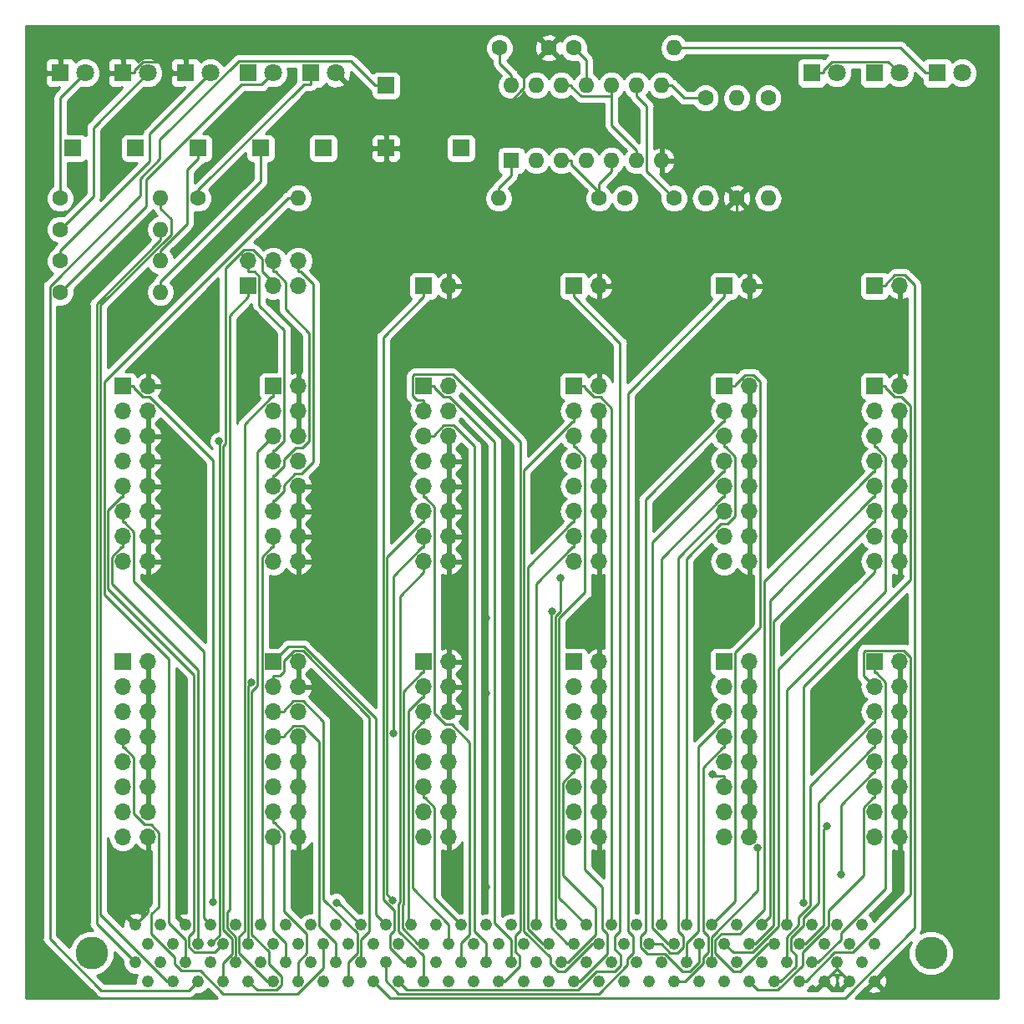
<source format=gbr>
G04 #@! TF.GenerationSoftware,KiCad,Pcbnew,(5.0.1)-3*
G04 #@! TF.CreationDate,2018-11-20T12:14:10-07:00*
G04 #@! TF.ProjectId,MiniSys-Breakout,4D696E695379732D427265616B6F7574,rev?*
G04 #@! TF.SameCoordinates,Original*
G04 #@! TF.FileFunction,Copper,L2,Bot,Signal*
G04 #@! TF.FilePolarity,Positive*
%FSLAX46Y46*%
G04 Gerber Fmt 4.6, Leading zero omitted, Abs format (unit mm)*
G04 Created by KiCad (PCBNEW (5.0.1)-3) date 11/20/2018 12:14:10 PM*
%MOMM*%
%LPD*%
G01*
G04 APERTURE LIST*
G04 #@! TA.AperFunction,ComponentPad*
%ADD10C,1.219200*%
G04 #@! TD*
G04 #@! TA.AperFunction,ComponentPad*
%ADD11C,3.314700*%
G04 #@! TD*
G04 #@! TA.AperFunction,ComponentPad*
%ADD12R,1.700000X1.700000*%
G04 #@! TD*
G04 #@! TA.AperFunction,ComponentPad*
%ADD13C,1.600000*%
G04 #@! TD*
G04 #@! TA.AperFunction,ComponentPad*
%ADD14O,1.600000X1.600000*%
G04 #@! TD*
G04 #@! TA.AperFunction,ComponentPad*
%ADD15R,1.600000X1.600000*%
G04 #@! TD*
G04 #@! TA.AperFunction,ComponentPad*
%ADD16R,1.800000X1.800000*%
G04 #@! TD*
G04 #@! TA.AperFunction,ComponentPad*
%ADD17C,1.800000*%
G04 #@! TD*
G04 #@! TA.AperFunction,ComponentPad*
%ADD18O,1.700000X1.700000*%
G04 #@! TD*
G04 #@! TA.AperFunction,ViaPad*
%ADD19C,0.800000*%
G04 #@! TD*
G04 #@! TA.AperFunction,Conductor*
%ADD20C,0.250000*%
G04 #@! TD*
G04 #@! TA.AperFunction,Conductor*
%ADD21C,0.254000*%
G04 #@! TD*
G04 APERTURE END LIST*
D10*
G04 #@! TO.P,J1,1*
G04 #@! TO.N,GND*
X111760000Y-122555000D03*
G04 #@! TO.P,J1,2*
X110490000Y-120650000D03*
G04 #@! TO.P,J1,3*
X109220000Y-122555000D03*
G04 #@! TO.P,J1,4*
X107950000Y-120650000D03*
G04 #@! TO.P,J1,5*
X106680000Y-122555000D03*
G04 #@! TO.P,J1,6*
G04 #@! TO.N,/A23*
X105410000Y-120650000D03*
G04 #@! TO.P,J1,7*
G04 #@! TO.N,/A22*
X104140000Y-122555000D03*
G04 #@! TO.P,J1,8*
G04 #@! TO.N,/A21*
X102870000Y-120650000D03*
G04 #@! TO.P,J1,9*
G04 #@! TO.N,/A20*
X101600000Y-122555000D03*
G04 #@! TO.P,J1,10*
G04 #@! TO.N,/A19*
X100330000Y-120650000D03*
G04 #@! TO.P,J1,11*
G04 #@! TO.N,/A18*
X99060000Y-122555000D03*
G04 #@! TO.P,J1,12*
G04 #@! TO.N,/A17*
X97790000Y-120650000D03*
G04 #@! TO.P,J1,13*
G04 #@! TO.N,/A16*
X96520000Y-122555000D03*
G04 #@! TO.P,J1,14*
G04 #@! TO.N,/A15*
X95250000Y-120650000D03*
G04 #@! TO.P,J1,15*
G04 #@! TO.N,/A14*
X93980000Y-122555000D03*
G04 #@! TO.P,J1,16*
G04 #@! TO.N,/A13*
X92710000Y-120650000D03*
G04 #@! TO.P,J1,17*
G04 #@! TO.N,/A12*
X91440000Y-122555000D03*
G04 #@! TO.P,J1,18*
G04 #@! TO.N,/A11*
X90170000Y-120650000D03*
G04 #@! TO.P,J1,19*
G04 #@! TO.N,/A10*
X88900000Y-122555000D03*
G04 #@! TO.P,J1,20*
G04 #@! TO.N,/A9*
X87630000Y-120650000D03*
G04 #@! TO.P,J1,21*
G04 #@! TO.N,/A8*
X86360000Y-122555000D03*
G04 #@! TO.P,J1,22*
G04 #@! TO.N,/A7*
X85090000Y-120650000D03*
G04 #@! TO.P,J1,23*
G04 #@! TO.N,/A6*
X83820000Y-122555000D03*
G04 #@! TO.P,J1,24*
G04 #@! TO.N,/A5*
X82550000Y-120650000D03*
G04 #@! TO.P,J1,25*
G04 #@! TO.N,/A4*
X81280000Y-122555000D03*
G04 #@! TO.P,J1,26*
G04 #@! TO.N,/A3*
X80010000Y-120650000D03*
G04 #@! TO.P,J1,27*
G04 #@! TO.N,/A2*
X78740000Y-122555000D03*
G04 #@! TO.P,J1,28*
G04 #@! TO.N,/A1*
X77470000Y-120650000D03*
G04 #@! TO.P,J1,29*
G04 #@! TO.N,/A0*
X76200000Y-122555000D03*
G04 #@! TO.P,J1,30*
G04 #@! TO.N,/~IOR*
X74930000Y-120650000D03*
G04 #@! TO.P,J1,31*
G04 #@! TO.N,/~IOW*
X73660000Y-122555000D03*
G04 #@! TO.P,J1,32*
G04 #@! TO.N,/~MEMR*
X72390000Y-120650000D03*
G04 #@! TO.P,J1,33*
G04 #@! TO.N,/~MEMW*
X71120000Y-122555000D03*
G04 #@! TO.P,J1,34*
G04 #@! TO.N,/~MOVL*
X69850000Y-120650000D03*
G04 #@! TO.P,J1,35*
G04 #@! TO.N,/~IO16*
X68580000Y-122555000D03*
G04 #@! TO.P,J1,36*
G04 #@! TO.N,/~M16*
X67310000Y-120650000D03*
G04 #@! TO.P,J1,37*
G04 #@! TO.N,/~BHE*
X66040000Y-122555000D03*
G04 #@! TO.P,J1,38*
G04 #@! TO.N,/CLK1*
X64770000Y-120650000D03*
G04 #@! TO.P,J1,39*
G04 #@! TO.N,/CLK2*
X63500000Y-122555000D03*
G04 #@! TO.P,J1,40*
G04 #@! TO.N,/CLK3*
X62230000Y-120650000D03*
G04 #@! TO.P,J1,41*
G04 #@! TO.N,/CLK4*
X60960000Y-122555000D03*
G04 #@! TO.P,J1,42*
G04 #@! TO.N,/~IRQ14*
X59690000Y-120650000D03*
G04 #@! TO.P,J1,43*
G04 #@! TO.N,/~IRQ13*
X58420000Y-122555000D03*
G04 #@! TO.P,J1,44*
G04 #@! TO.N,/~IRQ12*
X57150000Y-120650000D03*
G04 #@! TO.P,J1,45*
G04 #@! TO.N,/~IRQ11*
X55880000Y-122555000D03*
G04 #@! TO.P,J1,46*
G04 #@! TO.N,/~IRQ10*
X54610000Y-120650000D03*
G04 #@! TO.P,J1,47*
G04 #@! TO.N,/~IRQ9*
X53340000Y-122555000D03*
G04 #@! TO.P,J1,48*
G04 #@! TO.N,/~IRQ8*
X52070000Y-120650000D03*
G04 #@! TO.P,J1,49*
G04 #@! TO.N,/SPR1*
X50800000Y-122555000D03*
G04 #@! TO.P,J1,50*
G04 #@! TO.N,/SPR2*
X49530000Y-120650000D03*
G04 #@! TO.P,J1,51*
G04 #@! TO.N,/SPR3*
X48260000Y-122555000D03*
G04 #@! TO.P,J1,52*
G04 #@! TO.N,/SPR4*
X46990000Y-120650000D03*
G04 #@! TO.P,J1,53*
G04 #@! TO.N,/SPR5*
X45720000Y-122555000D03*
G04 #@! TO.P,J1,54*
G04 #@! TO.N,/SPR6*
X44450000Y-120650000D03*
G04 #@! TO.P,J1,55*
G04 #@! TO.N,/VBAT*
X43180000Y-122555000D03*
G04 #@! TO.P,J1,56*
G04 #@! TO.N,-12V*
X41910000Y-120650000D03*
G04 #@! TO.P,J1,57*
G04 #@! TO.N,+3V3*
X40640000Y-122555000D03*
G04 #@! TO.P,J1,58*
G04 #@! TO.N,+5V*
X39370000Y-120650000D03*
G04 #@! TO.P,J1,59*
X38100000Y-122555000D03*
G04 #@! TO.P,J1,60*
X36830000Y-120650000D03*
G04 #@! TO.P,J1,61*
X111760000Y-118745000D03*
G04 #@! TO.P,J1,62*
X110490000Y-116840000D03*
G04 #@! TO.P,J1,63*
G04 #@! TO.N,/+5VSB*
X109220000Y-118745000D03*
G04 #@! TO.P,J1,64*
G04 #@! TO.N,+3V3*
X107950000Y-116840000D03*
G04 #@! TO.P,J1,65*
G04 #@! TO.N,+12V*
X106680000Y-118745000D03*
G04 #@! TO.P,J1,66*
G04 #@! TO.N,/D15*
X105410000Y-116840000D03*
G04 #@! TO.P,J1,67*
G04 #@! TO.N,/D14*
X104140000Y-118745000D03*
G04 #@! TO.P,J1,68*
G04 #@! TO.N,/D13*
X102870000Y-116840000D03*
G04 #@! TO.P,J1,69*
G04 #@! TO.N,/D12*
X101600000Y-118745000D03*
G04 #@! TO.P,J1,70*
G04 #@! TO.N,/D11*
X100330000Y-116840000D03*
G04 #@! TO.P,J1,71*
G04 #@! TO.N,/D10*
X99060000Y-118745000D03*
G04 #@! TO.P,J1,72*
G04 #@! TO.N,/D9*
X97790000Y-116840000D03*
G04 #@! TO.P,J1,73*
G04 #@! TO.N,/D8*
X96520000Y-118745000D03*
G04 #@! TO.P,J1,74*
G04 #@! TO.N,/D7*
X95250000Y-116840000D03*
G04 #@! TO.P,J1,75*
G04 #@! TO.N,/D6*
X93980000Y-118745000D03*
G04 #@! TO.P,J1,76*
G04 #@! TO.N,/D5*
X92710000Y-116840000D03*
G04 #@! TO.P,J1,77*
G04 #@! TO.N,/D4*
X91440000Y-118745000D03*
G04 #@! TO.P,J1,78*
G04 #@! TO.N,/D3*
X90170000Y-116840000D03*
G04 #@! TO.P,J1,79*
G04 #@! TO.N,/D2*
X88900000Y-118745000D03*
G04 #@! TO.P,J1,80*
G04 #@! TO.N,/D1*
X87630000Y-116840000D03*
G04 #@! TO.P,J1,81*
G04 #@! TO.N,/D0*
X86360000Y-118745000D03*
G04 #@! TO.P,J1,82*
G04 #@! TO.N,/~HOLD*
X85090000Y-116840000D03*
G04 #@! TO.P,J1,83*
G04 #@! TO.N,/~HLDA*
X83820000Y-118745000D03*
G04 #@! TO.P,J1,84*
G04 #@! TO.N,/~M1*
X82550000Y-116840000D03*
G04 #@! TO.P,J1,85*
G04 #@! TO.N,/~RFSH*
X81280000Y-118745000D03*
G04 #@! TO.P,J1,86*
G04 #@! TO.N,/~IOWT*
X80010000Y-116840000D03*
G04 #@! TO.P,J1,87*
G04 #@! TO.N,/~MWT*
X78740000Y-118745000D03*
G04 #@! TO.P,J1,88*
G04 #@! TO.N,/~EOP*
X77470000Y-116840000D03*
G04 #@! TO.P,J1,89*
G04 #@! TO.N,/~MASTER*
X76200000Y-118745000D03*
G04 #@! TO.P,J1,90*
G04 #@! TO.N,/~AEN*
X74930000Y-116840000D03*
G04 #@! TO.P,J1,91*
G04 #@! TO.N,/~DRQ0*
X73660000Y-118745000D03*
G04 #@! TO.P,J1,92*
G04 #@! TO.N,/~DACK0*
X72390000Y-116840000D03*
G04 #@! TO.P,J1,93*
G04 #@! TO.N,/~DRQ1*
X71120000Y-118745000D03*
G04 #@! TO.P,J1,94*
G04 #@! TO.N,/~DACK1*
X69850000Y-116840000D03*
G04 #@! TO.P,J1,95*
G04 #@! TO.N,/~DRQ2*
X68580000Y-118745000D03*
G04 #@! TO.P,J1,96*
G04 #@! TO.N,/~DACK2*
X67310000Y-116840000D03*
G04 #@! TO.P,J1,97*
G04 #@! TO.N,/~DRQ3*
X66040000Y-118745000D03*
G04 #@! TO.P,J1,98*
G04 #@! TO.N,/~DACK3*
X64770000Y-116840000D03*
G04 #@! TO.P,J1,99*
G04 #@! TO.N,/~NMI*
X63500000Y-118745000D03*
G04 #@! TO.P,J1,100*
G04 #@! TO.N,/~INT*
X62230000Y-116840000D03*
G04 #@! TO.P,J1,101*
G04 #@! TO.N,/~INTA*
X60960000Y-118745000D03*
G04 #@! TO.P,J1,102*
G04 #@! TO.N,/~IRQ7*
X59690000Y-116840000D03*
G04 #@! TO.P,J1,103*
G04 #@! TO.N,/~IRQ6*
X58420000Y-118745000D03*
G04 #@! TO.P,J1,104*
G04 #@! TO.N,/~IRQ5*
X57150000Y-116840000D03*
G04 #@! TO.P,J1,105*
G04 #@! TO.N,/~IRQ4*
X55880000Y-118745000D03*
G04 #@! TO.P,J1,106*
G04 #@! TO.N,/~IRQ3*
X54610000Y-116840000D03*
G04 #@! TO.P,J1,107*
G04 #@! TO.N,/~IRQ2*
X53340000Y-118745000D03*
G04 #@! TO.P,J1,108*
G04 #@! TO.N,/~IRQ1*
X52070000Y-116840000D03*
G04 #@! TO.P,J1,109*
G04 #@! TO.N,/~IRQ0*
X50800000Y-118745000D03*
G04 #@! TO.P,J1,110*
G04 #@! TO.N,/SPR7*
X49530000Y-116840000D03*
G04 #@! TO.P,J1,111*
G04 #@! TO.N,/SPR8*
X48260000Y-118745000D03*
G04 #@! TO.P,J1,112*
G04 #@! TO.N,/SPR9*
X46990000Y-116840000D03*
G04 #@! TO.P,J1,113*
G04 #@! TO.N,/SDA*
X45720000Y-118745000D03*
G04 #@! TO.P,J1,114*
G04 #@! TO.N,/SCL*
X44450000Y-116840000D03*
G04 #@! TO.P,J1,115*
G04 #@! TO.N,/~RESET*
X43180000Y-118745000D03*
G04 #@! TO.P,J1,116*
G04 #@! TO.N,GND*
X41910000Y-116840000D03*
G04 #@! TO.P,J1,117*
X40640000Y-118745000D03*
G04 #@! TO.P,J1,118*
X39370000Y-116840000D03*
G04 #@! TO.P,J1,119*
X38100000Y-118745000D03*
G04 #@! TO.P,J1,120*
X36830000Y-116840000D03*
D11*
G04 #@! TO.P,J1,121*
G04 #@! TO.N,N/C*
X32385000Y-119710200D03*
G04 #@! TO.P,J1,122*
X117475000Y-119710200D03*
G04 #@! TD*
D12*
G04 #@! TO.P,J26,1*
G04 #@! TO.N,/+5VSB*
X43180000Y-38100000D03*
G04 #@! TD*
D13*
G04 #@! TO.P,C1,1*
G04 #@! TO.N,Net-(C1-Pad1)*
X91440000Y-43180000D03*
G04 #@! TO.P,C1,2*
G04 #@! TO.N,Net-(C1-Pad2)*
X86440000Y-43180000D03*
G04 #@! TD*
G04 #@! TO.P,C2,2*
G04 #@! TO.N,GND*
X78740000Y-27940000D03*
G04 #@! TO.P,C2,1*
G04 #@! TO.N,+5V*
X73740000Y-27940000D03*
G04 #@! TD*
D14*
G04 #@! TO.P,U1,14*
G04 #@! TO.N,+5V*
X74930000Y-31750000D03*
G04 #@! TO.P,U1,7*
G04 #@! TO.N,GND*
X90170000Y-39370000D03*
G04 #@! TO.P,U1,13*
G04 #@! TO.N,Net-(U1-Pad10)*
X77470000Y-31750000D03*
G04 #@! TO.P,U1,6*
X87630000Y-39370000D03*
G04 #@! TO.P,U1,12*
X80010000Y-31750000D03*
G04 #@! TO.P,U1,5*
G04 #@! TO.N,Net-(D1-Pad1)*
X85090000Y-39370000D03*
G04 #@! TO.P,U1,11*
G04 #@! TO.N,Net-(R5-Pad1)*
X82550000Y-31750000D03*
G04 #@! TO.P,U1,4*
G04 #@! TO.N,Net-(C1-Pad2)*
X82550000Y-39370000D03*
G04 #@! TO.P,U1,10*
G04 #@! TO.N,Net-(U1-Pad10)*
X85090000Y-31750000D03*
G04 #@! TO.P,U1,3*
G04 #@! TO.N,Net-(D1-Pad1)*
X80010000Y-39370000D03*
G04 #@! TO.P,U1,9*
G04 #@! TO.N,Net-(C1-Pad1)*
X87630000Y-31750000D03*
G04 #@! TO.P,U1,2*
G04 #@! TO.N,Net-(J7-Pad1)*
X77470000Y-39370000D03*
G04 #@! TO.P,U1,8*
G04 #@! TO.N,Net-(C1-Pad1)*
X90170000Y-31750000D03*
D15*
G04 #@! TO.P,U1,1*
G04 #@! TO.N,Net-(J7-Pad1)*
X74930000Y-39370000D03*
G04 #@! TD*
D16*
G04 #@! TO.P,D7,1*
G04 #@! TO.N,Net-(D7-Pad1)*
X54610000Y-30480000D03*
D17*
G04 #@! TO.P,D7,2*
G04 #@! TO.N,GND*
X57150000Y-30480000D03*
G04 #@! TD*
G04 #@! TO.P,D6,2*
G04 #@! TO.N,Net-(D6-Pad2)*
X38100000Y-30480000D03*
D16*
G04 #@! TO.P,D6,1*
G04 #@! TO.N,GND*
X35560000Y-30480000D03*
G04 #@! TD*
G04 #@! TO.P,D5,1*
G04 #@! TO.N,GND*
X48260000Y-30480000D03*
D17*
G04 #@! TO.P,D5,2*
G04 #@! TO.N,Net-(D5-Pad2)*
X50800000Y-30480000D03*
G04 #@! TD*
G04 #@! TO.P,D4,2*
G04 #@! TO.N,Net-(D4-Pad2)*
X31750000Y-30480000D03*
D16*
G04 #@! TO.P,D4,1*
G04 #@! TO.N,GND*
X29210000Y-30480000D03*
G04 #@! TD*
G04 #@! TO.P,D3,1*
G04 #@! TO.N,Net-(D3-Pad1)*
X118110000Y-30480000D03*
D17*
G04 #@! TO.P,D3,2*
G04 #@! TO.N,+5V*
X120650000Y-30480000D03*
G04 #@! TD*
G04 #@! TO.P,D2,2*
G04 #@! TO.N,Net-(D1-Pad1)*
X107950000Y-30480000D03*
D16*
G04 #@! TO.P,D2,1*
G04 #@! TO.N,Net-(D1-Pad2)*
X105410000Y-30480000D03*
G04 #@! TD*
G04 #@! TO.P,D1,1*
G04 #@! TO.N,Net-(D1-Pad1)*
X111760000Y-30480000D03*
D17*
G04 #@! TO.P,D1,2*
G04 #@! TO.N,Net-(D1-Pad2)*
X114300000Y-30480000D03*
G04 #@! TD*
G04 #@! TO.P,D8,2*
G04 #@! TO.N,Net-(D8-Pad2)*
X44450000Y-30480000D03*
D16*
G04 #@! TO.P,D8,1*
G04 #@! TO.N,GND*
X41910000Y-30480000D03*
G04 #@! TD*
D12*
G04 #@! TO.P,J15,1*
G04 #@! TO.N,/VBAT*
X62230000Y-31750000D03*
G04 #@! TD*
G04 #@! TO.P,J7,1*
G04 #@! TO.N,Net-(J7-Pad1)*
X69850000Y-38100000D03*
G04 #@! TD*
G04 #@! TO.P,J8,1*
G04 #@! TO.N,+12V*
X49530000Y-38100000D03*
G04 #@! TD*
G04 #@! TO.P,J9,1*
G04 #@! TO.N,+3V3*
X30480000Y-38100000D03*
G04 #@! TD*
G04 #@! TO.P,J10,1*
G04 #@! TO.N,-12V*
X55880000Y-38100000D03*
G04 #@! TD*
G04 #@! TO.P,J14,1*
G04 #@! TO.N,+5V*
X36830000Y-38100000D03*
G04 #@! TD*
G04 #@! TO.P,J2,1*
G04 #@! TO.N,GND*
X62230000Y-38100000D03*
G04 #@! TD*
G04 #@! TO.P,J21,1*
G04 #@! TO.N,/CLK4*
X111760000Y-52070000D03*
D18*
G04 #@! TO.P,J21,2*
G04 #@! TO.N,GND*
X114300000Y-52070000D03*
G04 #@! TD*
G04 #@! TO.P,J18,2*
G04 #@! TO.N,GND*
X99060000Y-52070000D03*
D12*
G04 #@! TO.P,J18,1*
G04 #@! TO.N,/CLK3*
X96520000Y-52070000D03*
G04 #@! TD*
G04 #@! TO.P,J5,1*
G04 #@! TO.N,/CLK1*
X66040000Y-52070000D03*
D18*
G04 #@! TO.P,J5,2*
G04 #@! TO.N,GND*
X68580000Y-52070000D03*
G04 #@! TD*
G04 #@! TO.P,J13,2*
G04 #@! TO.N,GND*
X83820000Y-52070000D03*
D12*
G04 #@! TO.P,J13,1*
G04 #@! TO.N,/CLK2*
X81280000Y-52070000D03*
G04 #@! TD*
D18*
G04 #@! TO.P,J6,6*
G04 #@! TO.N,Net-(J25-Pad11)*
X53340000Y-49530000D03*
G04 #@! TO.P,J6,5*
G04 #@! TO.N,/SPR6*
X53340000Y-52070000D03*
G04 #@! TO.P,J6,4*
G04 #@! TO.N,Net-(J25-Pad9)*
X50800000Y-49530000D03*
G04 #@! TO.P,J6,3*
G04 #@! TO.N,/SPR5*
X50800000Y-52070000D03*
G04 #@! TO.P,J6,2*
G04 #@! TO.N,Net-(J25-Pad7)*
X48260000Y-49530000D03*
D12*
G04 #@! TO.P,J6,1*
G04 #@! TO.N,/SPR4*
X48260000Y-52070000D03*
G04 #@! TD*
G04 #@! TO.P,J23,1*
G04 #@! TO.N,/SPR9*
X35560000Y-62230000D03*
D18*
G04 #@! TO.P,J23,2*
G04 #@! TO.N,GND*
X38100000Y-62230000D03*
G04 #@! TO.P,J23,3*
G04 #@! TO.N,/~AEN*
X35560000Y-64770000D03*
G04 #@! TO.P,J23,4*
G04 #@! TO.N,GND*
X38100000Y-64770000D03*
G04 #@! TO.P,J23,5*
G04 #@! TO.N,/~NMI*
X35560000Y-67310000D03*
G04 #@! TO.P,J23,6*
G04 #@! TO.N,GND*
X38100000Y-67310000D03*
G04 #@! TO.P,J23,7*
G04 #@! TO.N,/~INTA*
X35560000Y-69850000D03*
G04 #@! TO.P,J23,8*
G04 #@! TO.N,GND*
X38100000Y-69850000D03*
G04 #@! TO.P,J23,9*
G04 #@! TO.N,/SDA*
X35560000Y-72390000D03*
G04 #@! TO.P,J23,10*
G04 #@! TO.N,GND*
X38100000Y-72390000D03*
G04 #@! TO.P,J23,11*
G04 #@! TO.N,/SCL*
X35560000Y-74930000D03*
G04 #@! TO.P,J23,12*
G04 #@! TO.N,GND*
X38100000Y-74930000D03*
G04 #@! TO.P,J23,13*
G04 #@! TO.N,/~RESET*
X35560000Y-77470000D03*
G04 #@! TO.P,J23,14*
G04 #@! TO.N,GND*
X38100000Y-77470000D03*
G04 #@! TO.P,J23,15*
G04 #@! TO.N,Net-(J23-Pad15)*
X35560000Y-80010000D03*
G04 #@! TO.P,J23,16*
G04 #@! TO.N,GND*
X38100000Y-80010000D03*
G04 #@! TD*
G04 #@! TO.P,J16,16*
G04 #@! TO.N,GND*
X83820000Y-107950000D03*
G04 #@! TO.P,J16,15*
G04 #@! TO.N,/A0*
X81280000Y-107950000D03*
G04 #@! TO.P,J16,14*
G04 #@! TO.N,GND*
X83820000Y-105410000D03*
G04 #@! TO.P,J16,13*
G04 #@! TO.N,/A1*
X81280000Y-105410000D03*
G04 #@! TO.P,J16,12*
G04 #@! TO.N,GND*
X83820000Y-102870000D03*
G04 #@! TO.P,J16,11*
G04 #@! TO.N,/A2*
X81280000Y-102870000D03*
G04 #@! TO.P,J16,10*
G04 #@! TO.N,GND*
X83820000Y-100330000D03*
G04 #@! TO.P,J16,9*
G04 #@! TO.N,/A3*
X81280000Y-100330000D03*
G04 #@! TO.P,J16,8*
G04 #@! TO.N,GND*
X83820000Y-97790000D03*
G04 #@! TO.P,J16,7*
G04 #@! TO.N,/A4*
X81280000Y-97790000D03*
G04 #@! TO.P,J16,6*
G04 #@! TO.N,GND*
X83820000Y-95250000D03*
G04 #@! TO.P,J16,5*
G04 #@! TO.N,/A5*
X81280000Y-95250000D03*
G04 #@! TO.P,J16,4*
G04 #@! TO.N,GND*
X83820000Y-92710000D03*
G04 #@! TO.P,J16,3*
G04 #@! TO.N,/A6*
X81280000Y-92710000D03*
G04 #@! TO.P,J16,2*
G04 #@! TO.N,GND*
X83820000Y-90170000D03*
D12*
G04 #@! TO.P,J16,1*
G04 #@! TO.N,/A7*
X81280000Y-90170000D03*
G04 #@! TD*
G04 #@! TO.P,J17,1*
G04 #@! TO.N,/~INT*
X50800000Y-90170000D03*
D18*
G04 #@! TO.P,J17,2*
G04 #@! TO.N,GND*
X53340000Y-90170000D03*
G04 #@! TO.P,J17,3*
G04 #@! TO.N,/~IRQ14*
X50800000Y-92710000D03*
G04 #@! TO.P,J17,4*
G04 #@! TO.N,GND*
X53340000Y-92710000D03*
G04 #@! TO.P,J17,5*
G04 #@! TO.N,/~IRQ13*
X50800000Y-95250000D03*
G04 #@! TO.P,J17,6*
G04 #@! TO.N,GND*
X53340000Y-95250000D03*
G04 #@! TO.P,J17,7*
G04 #@! TO.N,/~IRQ12*
X50800000Y-97790000D03*
G04 #@! TO.P,J17,8*
G04 #@! TO.N,GND*
X53340000Y-97790000D03*
G04 #@! TO.P,J17,9*
G04 #@! TO.N,/~IRQ11*
X50800000Y-100330000D03*
G04 #@! TO.P,J17,10*
G04 #@! TO.N,GND*
X53340000Y-100330000D03*
G04 #@! TO.P,J17,11*
G04 #@! TO.N,/~IRQ10*
X50800000Y-102870000D03*
G04 #@! TO.P,J17,12*
G04 #@! TO.N,GND*
X53340000Y-102870000D03*
G04 #@! TO.P,J17,13*
G04 #@! TO.N,/~IRQ9*
X50800000Y-105410000D03*
G04 #@! TO.P,J17,14*
G04 #@! TO.N,GND*
X53340000Y-105410000D03*
G04 #@! TO.P,J17,15*
G04 #@! TO.N,/~IRQ8*
X50800000Y-107950000D03*
G04 #@! TO.P,J17,16*
G04 #@! TO.N,GND*
X53340000Y-107950000D03*
G04 #@! TD*
G04 #@! TO.P,J19,16*
G04 #@! TO.N,GND*
X114300000Y-80010000D03*
G04 #@! TO.P,J19,15*
G04 #@! TO.N,/D8*
X111760000Y-80010000D03*
G04 #@! TO.P,J19,14*
G04 #@! TO.N,GND*
X114300000Y-77470000D03*
G04 #@! TO.P,J19,13*
G04 #@! TO.N,/D9*
X111760000Y-77470000D03*
G04 #@! TO.P,J19,12*
G04 #@! TO.N,GND*
X114300000Y-74930000D03*
G04 #@! TO.P,J19,11*
G04 #@! TO.N,/D10*
X111760000Y-74930000D03*
G04 #@! TO.P,J19,10*
G04 #@! TO.N,GND*
X114300000Y-72390000D03*
G04 #@! TO.P,J19,9*
G04 #@! TO.N,/D11*
X111760000Y-72390000D03*
G04 #@! TO.P,J19,8*
G04 #@! TO.N,GND*
X114300000Y-69850000D03*
G04 #@! TO.P,J19,7*
G04 #@! TO.N,/D12*
X111760000Y-69850000D03*
G04 #@! TO.P,J19,6*
G04 #@! TO.N,GND*
X114300000Y-67310000D03*
G04 #@! TO.P,J19,5*
G04 #@! TO.N,/D13*
X111760000Y-67310000D03*
G04 #@! TO.P,J19,4*
G04 #@! TO.N,GND*
X114300000Y-64770000D03*
G04 #@! TO.P,J19,3*
G04 #@! TO.N,/D14*
X111760000Y-64770000D03*
G04 #@! TO.P,J19,2*
G04 #@! TO.N,GND*
X114300000Y-62230000D03*
D12*
G04 #@! TO.P,J19,1*
G04 #@! TO.N,/D15*
X111760000Y-62230000D03*
G04 #@! TD*
G04 #@! TO.P,J12,1*
G04 #@! TO.N,/~DRQ3*
X66040000Y-90170000D03*
D18*
G04 #@! TO.P,J12,2*
G04 #@! TO.N,GND*
X68580000Y-90170000D03*
G04 #@! TO.P,J12,3*
G04 #@! TO.N,/~DACK3*
X66040000Y-92710000D03*
G04 #@! TO.P,J12,4*
G04 #@! TO.N,GND*
X68580000Y-92710000D03*
G04 #@! TO.P,J12,5*
G04 #@! TO.N,/~DRQ2*
X66040000Y-95250000D03*
G04 #@! TO.P,J12,6*
G04 #@! TO.N,GND*
X68580000Y-95250000D03*
G04 #@! TO.P,J12,7*
G04 #@! TO.N,/~DACK2*
X66040000Y-97790000D03*
G04 #@! TO.P,J12,8*
G04 #@! TO.N,GND*
X68580000Y-97790000D03*
G04 #@! TO.P,J12,9*
G04 #@! TO.N,/~DRQ1*
X66040000Y-100330000D03*
G04 #@! TO.P,J12,10*
G04 #@! TO.N,GND*
X68580000Y-100330000D03*
G04 #@! TO.P,J12,11*
G04 #@! TO.N,/~DACK1*
X66040000Y-102870000D03*
G04 #@! TO.P,J12,12*
G04 #@! TO.N,GND*
X68580000Y-102870000D03*
G04 #@! TO.P,J12,13*
G04 #@! TO.N,/~DRQ0*
X66040000Y-105410000D03*
G04 #@! TO.P,J12,14*
G04 #@! TO.N,GND*
X68580000Y-105410000D03*
G04 #@! TO.P,J12,15*
G04 #@! TO.N,/~DACK0*
X66040000Y-107950000D03*
G04 #@! TO.P,J12,16*
G04 #@! TO.N,GND*
X68580000Y-107950000D03*
G04 #@! TD*
G04 #@! TO.P,J11,16*
G04 #@! TO.N,GND*
X99060000Y-107950000D03*
G04 #@! TO.P,J11,15*
G04 #@! TO.N,/A8*
X96520000Y-107950000D03*
G04 #@! TO.P,J11,14*
G04 #@! TO.N,GND*
X99060000Y-105410000D03*
G04 #@! TO.P,J11,13*
G04 #@! TO.N,/A9*
X96520000Y-105410000D03*
G04 #@! TO.P,J11,12*
G04 #@! TO.N,GND*
X99060000Y-102870000D03*
G04 #@! TO.P,J11,11*
G04 #@! TO.N,/A10*
X96520000Y-102870000D03*
G04 #@! TO.P,J11,10*
G04 #@! TO.N,GND*
X99060000Y-100330000D03*
G04 #@! TO.P,J11,9*
G04 #@! TO.N,/A11*
X96520000Y-100330000D03*
G04 #@! TO.P,J11,8*
G04 #@! TO.N,GND*
X99060000Y-97790000D03*
G04 #@! TO.P,J11,7*
G04 #@! TO.N,/A12*
X96520000Y-97790000D03*
G04 #@! TO.P,J11,6*
G04 #@! TO.N,GND*
X99060000Y-95250000D03*
G04 #@! TO.P,J11,5*
G04 #@! TO.N,/A13*
X96520000Y-95250000D03*
G04 #@! TO.P,J11,4*
G04 #@! TO.N,GND*
X99060000Y-92710000D03*
G04 #@! TO.P,J11,3*
G04 #@! TO.N,/A14*
X96520000Y-92710000D03*
G04 #@! TO.P,J11,2*
G04 #@! TO.N,GND*
X99060000Y-90170000D03*
D12*
G04 #@! TO.P,J11,1*
G04 #@! TO.N,/A15*
X96520000Y-90170000D03*
G04 #@! TD*
G04 #@! TO.P,J22,1*
G04 #@! TO.N,/D7*
X96520000Y-62230000D03*
D18*
G04 #@! TO.P,J22,2*
G04 #@! TO.N,GND*
X99060000Y-62230000D03*
G04 #@! TO.P,J22,3*
G04 #@! TO.N,/D6*
X96520000Y-64770000D03*
G04 #@! TO.P,J22,4*
G04 #@! TO.N,GND*
X99060000Y-64770000D03*
G04 #@! TO.P,J22,5*
G04 #@! TO.N,/D5*
X96520000Y-67310000D03*
G04 #@! TO.P,J22,6*
G04 #@! TO.N,GND*
X99060000Y-67310000D03*
G04 #@! TO.P,J22,7*
G04 #@! TO.N,/D4*
X96520000Y-69850000D03*
G04 #@! TO.P,J22,8*
G04 #@! TO.N,GND*
X99060000Y-69850000D03*
G04 #@! TO.P,J22,9*
G04 #@! TO.N,/D3*
X96520000Y-72390000D03*
G04 #@! TO.P,J22,10*
G04 #@! TO.N,GND*
X99060000Y-72390000D03*
G04 #@! TO.P,J22,11*
G04 #@! TO.N,/D2*
X96520000Y-74930000D03*
G04 #@! TO.P,J22,12*
G04 #@! TO.N,GND*
X99060000Y-74930000D03*
G04 #@! TO.P,J22,13*
G04 #@! TO.N,/D1*
X96520000Y-77470000D03*
G04 #@! TO.P,J22,14*
G04 #@! TO.N,GND*
X99060000Y-77470000D03*
G04 #@! TO.P,J22,15*
G04 #@! TO.N,/D0*
X96520000Y-80010000D03*
G04 #@! TO.P,J22,16*
G04 #@! TO.N,GND*
X99060000Y-80010000D03*
G04 #@! TD*
G04 #@! TO.P,J24,16*
G04 #@! TO.N,GND*
X68580000Y-80010000D03*
G04 #@! TO.P,J24,15*
G04 #@! TO.N,/~BHE*
X66040000Y-80010000D03*
G04 #@! TO.P,J24,14*
G04 #@! TO.N,GND*
X68580000Y-77470000D03*
G04 #@! TO.P,J24,13*
G04 #@! TO.N,/~M16*
X66040000Y-77470000D03*
G04 #@! TO.P,J24,12*
G04 #@! TO.N,GND*
X68580000Y-74930000D03*
G04 #@! TO.P,J24,11*
G04 #@! TO.N,/~IO16*
X66040000Y-74930000D03*
G04 #@! TO.P,J24,10*
G04 #@! TO.N,GND*
X68580000Y-72390000D03*
G04 #@! TO.P,J24,9*
G04 #@! TO.N,/~MOVL*
X66040000Y-72390000D03*
G04 #@! TO.P,J24,8*
G04 #@! TO.N,GND*
X68580000Y-69850000D03*
G04 #@! TO.P,J24,7*
G04 #@! TO.N,/~MEMW*
X66040000Y-69850000D03*
G04 #@! TO.P,J24,6*
G04 #@! TO.N,GND*
X68580000Y-67310000D03*
G04 #@! TO.P,J24,5*
G04 #@! TO.N,/~MEMR*
X66040000Y-67310000D03*
G04 #@! TO.P,J24,4*
G04 #@! TO.N,GND*
X68580000Y-64770000D03*
G04 #@! TO.P,J24,3*
G04 #@! TO.N,/~IOW*
X66040000Y-64770000D03*
G04 #@! TO.P,J24,2*
G04 #@! TO.N,GND*
X68580000Y-62230000D03*
D12*
G04 #@! TO.P,J24,1*
G04 #@! TO.N,/~IOR*
X66040000Y-62230000D03*
G04 #@! TD*
D18*
G04 #@! TO.P,J25,16*
G04 #@! TO.N,GND*
X53340000Y-80010000D03*
G04 #@! TO.P,J25,15*
G04 #@! TO.N,/SPR8*
X50800000Y-80010000D03*
G04 #@! TO.P,J25,14*
G04 #@! TO.N,GND*
X53340000Y-77470000D03*
G04 #@! TO.P,J25,13*
G04 #@! TO.N,/SPR7*
X50800000Y-77470000D03*
G04 #@! TO.P,J25,12*
G04 #@! TO.N,GND*
X53340000Y-74930000D03*
G04 #@! TO.P,J25,11*
G04 #@! TO.N,Net-(J25-Pad11)*
X50800000Y-74930000D03*
G04 #@! TO.P,J25,10*
G04 #@! TO.N,GND*
X53340000Y-72390000D03*
G04 #@! TO.P,J25,9*
G04 #@! TO.N,Net-(J25-Pad9)*
X50800000Y-72390000D03*
G04 #@! TO.P,J25,8*
G04 #@! TO.N,GND*
X53340000Y-69850000D03*
G04 #@! TO.P,J25,7*
G04 #@! TO.N,Net-(J25-Pad7)*
X50800000Y-69850000D03*
G04 #@! TO.P,J25,6*
G04 #@! TO.N,GND*
X53340000Y-67310000D03*
G04 #@! TO.P,J25,5*
G04 #@! TO.N,/SPR3*
X50800000Y-67310000D03*
G04 #@! TO.P,J25,4*
G04 #@! TO.N,GND*
X53340000Y-64770000D03*
G04 #@! TO.P,J25,3*
G04 #@! TO.N,/SPR2*
X50800000Y-64770000D03*
G04 #@! TO.P,J25,2*
G04 #@! TO.N,GND*
X53340000Y-62230000D03*
D12*
G04 #@! TO.P,J25,1*
G04 #@! TO.N,/SPR1*
X50800000Y-62230000D03*
G04 #@! TD*
D18*
G04 #@! TO.P,J4,16*
G04 #@! TO.N,GND*
X83820000Y-80010000D03*
G04 #@! TO.P,J4,15*
G04 #@! TO.N,/~MASTER*
X81280000Y-80010000D03*
G04 #@! TO.P,J4,14*
G04 #@! TO.N,GND*
X83820000Y-77470000D03*
G04 #@! TO.P,J4,13*
G04 #@! TO.N,/~EOP*
X81280000Y-77470000D03*
G04 #@! TO.P,J4,12*
G04 #@! TO.N,GND*
X83820000Y-74930000D03*
G04 #@! TO.P,J4,11*
G04 #@! TO.N,/~MWT*
X81280000Y-74930000D03*
G04 #@! TO.P,J4,10*
G04 #@! TO.N,GND*
X83820000Y-72390000D03*
G04 #@! TO.P,J4,9*
G04 #@! TO.N,/~IOWT*
X81280000Y-72390000D03*
G04 #@! TO.P,J4,8*
G04 #@! TO.N,GND*
X83820000Y-69850000D03*
G04 #@! TO.P,J4,7*
G04 #@! TO.N,/~RFSH*
X81280000Y-69850000D03*
G04 #@! TO.P,J4,6*
G04 #@! TO.N,GND*
X83820000Y-67310000D03*
G04 #@! TO.P,J4,5*
G04 #@! TO.N,/~M1*
X81280000Y-67310000D03*
G04 #@! TO.P,J4,4*
G04 #@! TO.N,GND*
X83820000Y-64770000D03*
G04 #@! TO.P,J4,3*
G04 #@! TO.N,/~HLDA*
X81280000Y-64770000D03*
G04 #@! TO.P,J4,2*
G04 #@! TO.N,GND*
X83820000Y-62230000D03*
D12*
G04 #@! TO.P,J4,1*
G04 #@! TO.N,/~HOLD*
X81280000Y-62230000D03*
G04 #@! TD*
G04 #@! TO.P,J3,1*
G04 #@! TO.N,/A23*
X111760000Y-90170000D03*
D18*
G04 #@! TO.P,J3,2*
G04 #@! TO.N,GND*
X114300000Y-90170000D03*
G04 #@! TO.P,J3,3*
G04 #@! TO.N,/A22*
X111760000Y-92710000D03*
G04 #@! TO.P,J3,4*
G04 #@! TO.N,GND*
X114300000Y-92710000D03*
G04 #@! TO.P,J3,5*
G04 #@! TO.N,/A21*
X111760000Y-95250000D03*
G04 #@! TO.P,J3,6*
G04 #@! TO.N,GND*
X114300000Y-95250000D03*
G04 #@! TO.P,J3,7*
G04 #@! TO.N,/A20*
X111760000Y-97790000D03*
G04 #@! TO.P,J3,8*
G04 #@! TO.N,GND*
X114300000Y-97790000D03*
G04 #@! TO.P,J3,9*
G04 #@! TO.N,/A19*
X111760000Y-100330000D03*
G04 #@! TO.P,J3,10*
G04 #@! TO.N,GND*
X114300000Y-100330000D03*
G04 #@! TO.P,J3,11*
G04 #@! TO.N,/A18*
X111760000Y-102870000D03*
G04 #@! TO.P,J3,12*
G04 #@! TO.N,GND*
X114300000Y-102870000D03*
G04 #@! TO.P,J3,13*
G04 #@! TO.N,/A17*
X111760000Y-105410000D03*
G04 #@! TO.P,J3,14*
G04 #@! TO.N,GND*
X114300000Y-105410000D03*
G04 #@! TO.P,J3,15*
G04 #@! TO.N,/A16*
X111760000Y-107950000D03*
G04 #@! TO.P,J3,16*
G04 #@! TO.N,GND*
X114300000Y-107950000D03*
G04 #@! TD*
G04 #@! TO.P,J20,16*
G04 #@! TO.N,GND*
X38100000Y-107950000D03*
G04 #@! TO.P,J20,15*
G04 #@! TO.N,/~IRQ0*
X35560000Y-107950000D03*
G04 #@! TO.P,J20,14*
G04 #@! TO.N,GND*
X38100000Y-105410000D03*
G04 #@! TO.P,J20,13*
G04 #@! TO.N,/~IRQ1*
X35560000Y-105410000D03*
G04 #@! TO.P,J20,12*
G04 #@! TO.N,GND*
X38100000Y-102870000D03*
G04 #@! TO.P,J20,11*
G04 #@! TO.N,/~IRQ2*
X35560000Y-102870000D03*
G04 #@! TO.P,J20,10*
G04 #@! TO.N,GND*
X38100000Y-100330000D03*
G04 #@! TO.P,J20,9*
G04 #@! TO.N,/~IRQ3*
X35560000Y-100330000D03*
G04 #@! TO.P,J20,8*
G04 #@! TO.N,GND*
X38100000Y-97790000D03*
G04 #@! TO.P,J20,7*
G04 #@! TO.N,/~IRQ4*
X35560000Y-97790000D03*
G04 #@! TO.P,J20,6*
G04 #@! TO.N,GND*
X38100000Y-95250000D03*
G04 #@! TO.P,J20,5*
G04 #@! TO.N,/~IRQ5*
X35560000Y-95250000D03*
G04 #@! TO.P,J20,4*
G04 #@! TO.N,GND*
X38100000Y-92710000D03*
G04 #@! TO.P,J20,3*
G04 #@! TO.N,/~IRQ6*
X35560000Y-92710000D03*
G04 #@! TO.P,J20,2*
G04 #@! TO.N,GND*
X38100000Y-90170000D03*
D12*
G04 #@! TO.P,J20,1*
G04 #@! TO.N,/~IRQ7*
X35560000Y-90170000D03*
G04 #@! TD*
D13*
G04 #@! TO.P,R6,1*
G04 #@! TO.N,Net-(D4-Pad2)*
X29210000Y-43180000D03*
D14*
G04 #@! TO.P,R6,2*
G04 #@! TO.N,+3V3*
X39370000Y-43180000D03*
G04 #@! TD*
G04 #@! TO.P,R1,2*
G04 #@! TO.N,Net-(J7-Pad1)*
X73660000Y-43180000D03*
D13*
G04 #@! TO.P,R1,1*
G04 #@! TO.N,Net-(D1-Pad1)*
X83820000Y-43180000D03*
G04 #@! TD*
G04 #@! TO.P,R2,1*
G04 #@! TO.N,Net-(D1-Pad2)*
X100965000Y-33020000D03*
D14*
G04 #@! TO.P,R2,2*
G04 #@! TO.N,+5V*
X100965000Y-43180000D03*
G04 #@! TD*
G04 #@! TO.P,R3,2*
G04 #@! TO.N,Net-(D1-Pad2)*
X97790000Y-33020000D03*
D13*
G04 #@! TO.P,R3,1*
G04 #@! TO.N,GND*
X97790000Y-43180000D03*
G04 #@! TD*
G04 #@! TO.P,R4,1*
G04 #@! TO.N,Net-(C1-Pad1)*
X94615000Y-33020000D03*
D14*
G04 #@! TO.P,R4,2*
G04 #@! TO.N,+5V*
X94615000Y-43180000D03*
G04 #@! TD*
G04 #@! TO.P,R7,2*
G04 #@! TO.N,+12V*
X39370000Y-52705000D03*
D13*
G04 #@! TO.P,R7,1*
G04 #@! TO.N,Net-(D5-Pad2)*
X29210000Y-52705000D03*
G04 #@! TD*
G04 #@! TO.P,R8,1*
G04 #@! TO.N,Net-(D6-Pad2)*
X29210000Y-46355000D03*
D14*
G04 #@! TO.P,R8,2*
G04 #@! TO.N,+5V*
X39370000Y-46355000D03*
G04 #@! TD*
G04 #@! TO.P,R9,2*
G04 #@! TO.N,-12V*
X53340000Y-43180000D03*
D13*
G04 #@! TO.P,R9,1*
G04 #@! TO.N,Net-(D7-Pad1)*
X43180000Y-43180000D03*
G04 #@! TD*
G04 #@! TO.P,R5,1*
G04 #@! TO.N,Net-(R5-Pad1)*
X81280000Y-27940000D03*
D14*
G04 #@! TO.P,R5,2*
G04 #@! TO.N,Net-(D3-Pad1)*
X91440000Y-27940000D03*
G04 #@! TD*
G04 #@! TO.P,R10,2*
G04 #@! TO.N,/+5VSB*
X39370000Y-49530000D03*
D13*
G04 #@! TO.P,R10,1*
G04 #@! TO.N,Net-(D8-Pad2)*
X29210000Y-49530000D03*
G04 #@! TD*
D19*
G04 #@! TO.N,GND*
X108585000Y-71120000D03*
X78740000Y-37465000D03*
X76200000Y-33655000D03*
X71755000Y-36195000D03*
X46990000Y-41275000D03*
X48895000Y-33655000D03*
X36830000Y-47625000D03*
X30480000Y-116205000D03*
X34925000Y-121920000D03*
X48895000Y-55880000D03*
X48260000Y-62230000D03*
X93980000Y-70485000D03*
X108585000Y-81915000D03*
X113030000Y-86995000D03*
X103505000Y-86360000D03*
X108585000Y-95250000D03*
X86995000Y-34925000D03*
X78740000Y-70485000D03*
X74295000Y-70485000D03*
X74295000Y-95885000D03*
X72390000Y-85725000D03*
X72390000Y-93345000D03*
X72390000Y-113030000D03*
X123190000Y-26670000D03*
X26670000Y-26670000D03*
X26670000Y-123190000D03*
X123190000Y-123190000D03*
G04 #@! TO.N,/A19*
X108354300Y-111747900D03*
G04 #@! TO.N,/A15*
X99930600Y-109055500D03*
G04 #@! TO.N,/A10*
X95338400Y-101558300D03*
G04 #@! TO.N,/~IO16*
X62941400Y-114323200D03*
G04 #@! TO.N,/~M16*
X62989000Y-97462200D03*
G04 #@! TO.N,/SPR2*
X44538400Y-118683000D03*
X45329600Y-67811900D03*
G04 #@! TO.N,/D15*
X104573800Y-114624000D03*
G04 #@! TO.N,/D14*
X106959600Y-106791300D03*
G04 #@! TO.N,/~RFSH*
X79065700Y-85022500D03*
G04 #@! TO.N,/~IOWT*
X79913300Y-81681200D03*
G04 #@! TO.N,/~IRQ7*
X57196200Y-114581200D03*
G04 #@! TO.N,/SPR8*
X48575500Y-92291900D03*
G04 #@! TO.N,/SPR9*
X44686900Y-114537600D03*
G04 #@! TD*
D20*
G04 #@! TO.N,GND*
X35560000Y-30480000D02*
X36712300Y-30480000D01*
X41910000Y-30480000D02*
X40757700Y-30480000D01*
X40757700Y-30480000D02*
X39605400Y-29327700D01*
X39605400Y-29327700D02*
X37576400Y-29327700D01*
X37576400Y-29327700D02*
X36712300Y-30191800D01*
X36712300Y-30191800D02*
X36712300Y-30480000D01*
X97790000Y-49697700D02*
X99060000Y-50967700D01*
X97790000Y-43180000D02*
X97790000Y-49697700D01*
X84922300Y-52070000D02*
X87294600Y-49697700D01*
X87294600Y-49697700D02*
X97790000Y-49697700D01*
X83820000Y-52070000D02*
X84922300Y-52070000D01*
X99060000Y-52070000D02*
X99060000Y-50967700D01*
X97790000Y-43180000D02*
X93980000Y-39370000D01*
X93980000Y-39370000D02*
X90170000Y-39370000D01*
X68580000Y-97790000D02*
X68580000Y-100330000D01*
X68580000Y-67310000D02*
X68580000Y-69850000D01*
X38100000Y-77470000D02*
X38100000Y-80010000D01*
X38100000Y-74930000D02*
X38100000Y-77470000D01*
X38100000Y-90170000D02*
X38100000Y-92710000D01*
X83820000Y-90170000D02*
X83820000Y-92710000D01*
X83820000Y-80010000D02*
X83820000Y-90170000D01*
X68580000Y-92710000D02*
X68580000Y-95250000D01*
X68580000Y-90170000D02*
X68580000Y-92710000D01*
X99060000Y-105410000D02*
X99060000Y-107950000D01*
X99060000Y-102870000D02*
X99060000Y-105410000D01*
X62230000Y-35354400D02*
X62024400Y-35354400D01*
X62024400Y-35354400D02*
X57150000Y-30480000D01*
X78740000Y-27940000D02*
X76200000Y-30480000D01*
X76200000Y-30480000D02*
X76200000Y-32014700D01*
X76200000Y-32014700D02*
X72860300Y-35354400D01*
X72860300Y-35354400D02*
X62230000Y-35354400D01*
X62230000Y-37548800D02*
X62230000Y-35354400D01*
X114300000Y-105410000D02*
X114300000Y-107950000D01*
X114300000Y-102870000D02*
X114300000Y-105410000D01*
X99060000Y-62230000D02*
X99060000Y-64770000D01*
X107950000Y-121285000D02*
X106680000Y-122555000D01*
X107950000Y-120650000D02*
X107950000Y-121285000D01*
X107950000Y-121285000D02*
X109220000Y-122555000D01*
X62230000Y-38100000D02*
X62230000Y-37548800D01*
X99060000Y-90170000D02*
X99060000Y-92710000D01*
X62230000Y-38100000D02*
X62230000Y-39202300D01*
X68580000Y-52070000D02*
X68580000Y-45552300D01*
X68580000Y-45552300D02*
X62230000Y-39202300D01*
X38100000Y-67310000D02*
X38100000Y-64770000D01*
X38100000Y-69850000D02*
X38100000Y-67310000D01*
X38100000Y-72390000D02*
X38100000Y-69850000D01*
X38100000Y-74930000D02*
X38100000Y-72390000D01*
X53340000Y-92710000D02*
X53340000Y-90170000D01*
X53340000Y-100330000D02*
X53340000Y-97790000D01*
X53340000Y-102870000D02*
X53340000Y-100330000D01*
X53340000Y-105410000D02*
X53340000Y-102870000D01*
X53340000Y-107950000D02*
X53340000Y-105410000D01*
X68580000Y-102870000D02*
X68580000Y-100330000D01*
X68580000Y-105410000D02*
X68580000Y-102870000D01*
X68580000Y-107950000D02*
X68580000Y-105410000D01*
X99060000Y-67310000D02*
X99060000Y-64770000D01*
X99060000Y-69850000D02*
X99060000Y-67310000D01*
X99060000Y-72390000D02*
X99060000Y-69850000D01*
X99060000Y-74930000D02*
X99060000Y-72390000D01*
X99060000Y-77470000D02*
X99060000Y-74930000D01*
X99060000Y-80010000D02*
X99060000Y-77470000D01*
X114300000Y-62230000D02*
X114300000Y-52070000D01*
X114300000Y-92710000D02*
X114300000Y-90170000D01*
X114300000Y-95250000D02*
X114300000Y-92710000D01*
X114300000Y-97790000D02*
X114300000Y-95250000D01*
X114300000Y-100330000D02*
X114300000Y-97790000D01*
X114300000Y-102870000D02*
X114300000Y-100330000D01*
X83820000Y-105410000D02*
X83820000Y-107950000D01*
X83820000Y-102870000D02*
X83820000Y-105410000D01*
X83820000Y-100330000D02*
X83820000Y-102870000D01*
X83820000Y-97790000D02*
X83820000Y-100330000D01*
X83820000Y-95250000D02*
X83820000Y-97790000D01*
X83820000Y-92710000D02*
X83820000Y-95250000D01*
X114300000Y-77470000D02*
X114300000Y-80010000D01*
X114300000Y-74930000D02*
X114300000Y-77470000D01*
X114300000Y-72390000D02*
X114300000Y-74930000D01*
X114300000Y-69850000D02*
X114300000Y-72390000D01*
X114300000Y-67310000D02*
X114300000Y-69850000D01*
X114300000Y-64770000D02*
X114300000Y-67310000D01*
X99060000Y-100330000D02*
X99060000Y-102870000D01*
X99060000Y-97790000D02*
X99060000Y-100330000D01*
X99060000Y-95250000D02*
X99060000Y-97790000D01*
X99060000Y-92710000D02*
X99060000Y-95250000D01*
X68580000Y-80010000D02*
X68580000Y-90170000D01*
X68580000Y-77470000D02*
X68580000Y-80010000D01*
X68580000Y-74930000D02*
X68580000Y-77470000D01*
X68580000Y-72390000D02*
X68580000Y-74930000D01*
X68580000Y-69850000D02*
X68580000Y-72390000D01*
X53340000Y-77470000D02*
X53340000Y-80010000D01*
X53340000Y-74930000D02*
X53340000Y-77470000D01*
X53340000Y-72390000D02*
X53340000Y-74930000D01*
X53340000Y-64770000D02*
X53340000Y-67310000D01*
X53340000Y-62230000D02*
X53340000Y-64770000D01*
X83820000Y-77470000D02*
X83820000Y-80010000D01*
X83820000Y-74930000D02*
X83820000Y-77470000D01*
X83820000Y-72390000D02*
X83820000Y-74930000D01*
X83820000Y-69850000D02*
X83820000Y-72390000D01*
X83820000Y-67310000D02*
X83820000Y-69850000D01*
X83820000Y-64770000D02*
X83820000Y-67310000D01*
X38100000Y-107950000D02*
X38100000Y-115570000D01*
X38100000Y-115570000D02*
X36830000Y-116840000D01*
X38100000Y-102870000D02*
X38100000Y-105410000D01*
X38100000Y-100330000D02*
X38100000Y-102870000D01*
X38100000Y-95250000D02*
X38100000Y-97790000D01*
G04 #@! TO.N,/A23*
X111760000Y-90170000D02*
X111760000Y-91272300D01*
X111760000Y-91272300D02*
X111897800Y-91272300D01*
X111897800Y-91272300D02*
X112868400Y-92242900D01*
X112868400Y-92242900D02*
X112868400Y-113140700D01*
X112868400Y-113140700D02*
X108358000Y-117651100D01*
X108358000Y-117651100D02*
X108358000Y-118297400D01*
X108358000Y-118297400D02*
X106005400Y-120650000D01*
X106005400Y-120650000D02*
X105410000Y-120650000D01*
G04 #@! TO.N,/A22*
X111760000Y-92710000D02*
X110657600Y-91607600D01*
X110657600Y-91607600D02*
X110657600Y-89193600D01*
X110657600Y-89193600D02*
X110815400Y-89035800D01*
X110815400Y-89035800D02*
X114729800Y-89035800D01*
X114729800Y-89035800D02*
X115414700Y-89720700D01*
X115414700Y-89720700D02*
X115414700Y-113769400D01*
X115414700Y-113769400D02*
X109540100Y-119644000D01*
X109540100Y-119644000D02*
X107727300Y-119644000D01*
X107727300Y-119644000D02*
X104816300Y-122555000D01*
X104816300Y-122555000D02*
X104140000Y-122555000D01*
G04 #@! TO.N,/A21*
X102870000Y-120650000D02*
X102870000Y-118069600D01*
X102870000Y-118069600D02*
X104084900Y-116854700D01*
X104084900Y-116854700D02*
X104084900Y-116035400D01*
X104084900Y-116035400D02*
X105226100Y-114894200D01*
X105226100Y-114894200D02*
X105226100Y-102748400D01*
X105226100Y-102748400D02*
X111622200Y-96352300D01*
X111622200Y-96352300D02*
X111760000Y-96352300D01*
X111760000Y-95250000D02*
X111760000Y-96352300D01*
G04 #@! TO.N,/A20*
X111760000Y-97790000D02*
X111760000Y-98892300D01*
X111760000Y-98892300D02*
X111622200Y-98892300D01*
X111622200Y-98892300D02*
X106059000Y-104455500D01*
X106059000Y-104455500D02*
X106059000Y-114595000D01*
X106059000Y-114595000D02*
X104548000Y-116106000D01*
X104548000Y-116106000D02*
X104548000Y-116925300D01*
X104548000Y-116925300D02*
X103278000Y-118195300D01*
X103278000Y-118195300D02*
X103278000Y-119400900D01*
X103278000Y-119400900D02*
X103765700Y-119888600D01*
X103765700Y-119888600D02*
X103765700Y-121015600D01*
X103765700Y-121015600D02*
X102226300Y-122555000D01*
X102226300Y-122555000D02*
X101600000Y-122555000D01*
G04 #@! TO.N,/A19*
X111760000Y-100330000D02*
X111760000Y-101432300D01*
X111760000Y-101432300D02*
X111622200Y-101432300D01*
X111622200Y-101432300D02*
X108354300Y-104700200D01*
X108354300Y-104700200D02*
X108354300Y-111747900D01*
G04 #@! TO.N,/A18*
X111760000Y-102870000D02*
X111760000Y-103972300D01*
X111760000Y-103972300D02*
X111622100Y-103972300D01*
X111622100Y-103972300D02*
X110657700Y-104936700D01*
X110657700Y-104936700D02*
X110657700Y-111817400D01*
X110657700Y-111817400D02*
X107088000Y-115387100D01*
X107088000Y-115387100D02*
X107088000Y-117016100D01*
X107088000Y-117016100D02*
X104477500Y-119626600D01*
X104477500Y-119626600D02*
X104477500Y-120927000D01*
X104477500Y-120927000D02*
X101967600Y-123436900D01*
X101967600Y-123436900D02*
X99941900Y-123436900D01*
X99941900Y-123436900D02*
X99060000Y-122555000D01*
G04 #@! TO.N,/A15*
X99930600Y-109055500D02*
X99930600Y-113378500D01*
X99930600Y-113378500D02*
X95250000Y-118059100D01*
X95250000Y-118059100D02*
X95250000Y-120650000D01*
G04 #@! TO.N,/A13*
X96520000Y-95250000D02*
X96520000Y-96352300D01*
X96520000Y-96352300D02*
X96382200Y-96352300D01*
X96382200Y-96352300D02*
X93922900Y-98811600D01*
X93922900Y-98811600D02*
X93922900Y-117481200D01*
X93922900Y-117481200D02*
X92710000Y-118694100D01*
X92710000Y-118694100D02*
X92710000Y-120650000D01*
G04 #@! TO.N,/A12*
X96520000Y-97790000D02*
X96520000Y-98892300D01*
X96520000Y-98892300D02*
X96382100Y-98892300D01*
X96382100Y-98892300D02*
X94384200Y-100890200D01*
X94384200Y-100890200D02*
X94384200Y-117492100D01*
X94384200Y-117492100D02*
X94872600Y-117980500D01*
X94872600Y-117980500D02*
X94872600Y-119607000D01*
X94872600Y-119607000D02*
X94388000Y-120091600D01*
X94388000Y-120091600D02*
X94388000Y-120739500D01*
X94388000Y-120739500D02*
X92572500Y-122555000D01*
X92572500Y-122555000D02*
X91440000Y-122555000D01*
G04 #@! TO.N,/A10*
X96520000Y-102870000D02*
X96520000Y-101767700D01*
X96520000Y-101767700D02*
X95547800Y-101767700D01*
X95547800Y-101767700D02*
X95338400Y-101558300D01*
G04 #@! TO.N,/A4*
X81280000Y-97790000D02*
X81280000Y-98892300D01*
X81280000Y-98892300D02*
X81417900Y-98892300D01*
X81417900Y-98892300D02*
X82382300Y-99856700D01*
X82382300Y-99856700D02*
X82382300Y-111227200D01*
X82382300Y-111227200D02*
X84172200Y-113017100D01*
X84172200Y-113017100D02*
X84172200Y-117230700D01*
X84172200Y-117230700D02*
X84682900Y-117741400D01*
X84682900Y-117741400D02*
X84682900Y-119736200D01*
X84682900Y-119736200D02*
X81864100Y-122555000D01*
X81864100Y-122555000D02*
X81280000Y-122555000D01*
G04 #@! TO.N,/A3*
X81280000Y-100330000D02*
X81280000Y-101432300D01*
X81280000Y-101432300D02*
X81142200Y-101432300D01*
X81142200Y-101432300D02*
X80160400Y-102414100D01*
X80160400Y-102414100D02*
X80160400Y-111837800D01*
X80160400Y-111837800D02*
X83444800Y-115122200D01*
X83444800Y-115122200D02*
X83444800Y-117854100D01*
X83444800Y-117854100D02*
X80648900Y-120650000D01*
X80648900Y-120650000D02*
X80010000Y-120650000D01*
G04 #@! TO.N,/~IOR*
X66040000Y-62230000D02*
X67142300Y-62230000D01*
X67142300Y-62230000D02*
X67142300Y-62367900D01*
X67142300Y-62367900D02*
X68106700Y-63332300D01*
X68106700Y-63332300D02*
X68703700Y-63332300D01*
X68703700Y-63332300D02*
X73252000Y-67880600D01*
X73252000Y-67880600D02*
X73252000Y-116679900D01*
X73252000Y-116679900D02*
X74930000Y-118357900D01*
X74930000Y-118357900D02*
X74930000Y-120650000D01*
G04 #@! TO.N,/~IOW*
X66040000Y-64770000D02*
X66040000Y-63667700D01*
X66040000Y-63667700D02*
X65351100Y-63667700D01*
X65351100Y-63667700D02*
X64937600Y-63254200D01*
X64937600Y-63254200D02*
X64937600Y-61225000D01*
X64937600Y-61225000D02*
X65108500Y-61054100D01*
X65108500Y-61054100D02*
X68989200Y-61054100D01*
X68989200Y-61054100D02*
X75846700Y-67911600D01*
X75846700Y-67911600D02*
X75846700Y-117441200D01*
X75846700Y-117441200D02*
X75338000Y-117949900D01*
X75338000Y-117949900D02*
X75338000Y-119559900D01*
X75338000Y-119559900D02*
X75807100Y-120029000D01*
X75807100Y-120029000D02*
X75807100Y-121006000D01*
X75807100Y-121006000D02*
X74258100Y-122555000D01*
X74258100Y-122555000D02*
X73660000Y-122555000D01*
G04 #@! TO.N,/~MEMR*
X66040000Y-67310000D02*
X67142300Y-67310000D01*
X67142300Y-67310000D02*
X67142300Y-67172200D01*
X67142300Y-67172200D02*
X68108200Y-66206300D01*
X68108200Y-66206300D02*
X69107400Y-66206300D01*
X69107400Y-66206300D02*
X71176100Y-68275000D01*
X71176100Y-68275000D02*
X71176100Y-117480100D01*
X71176100Y-117480100D02*
X72390000Y-118694000D01*
X72390000Y-118694000D02*
X72390000Y-120650000D01*
G04 #@! TO.N,/~MOVL*
X66040000Y-72390000D02*
X66040000Y-73492300D01*
X66040000Y-73492300D02*
X66177900Y-73492300D01*
X66177900Y-73492300D02*
X67142300Y-74456700D01*
X67142300Y-74456700D02*
X67142300Y-95401900D01*
X67142300Y-95401900D02*
X68260400Y-96520000D01*
X68260400Y-96520000D02*
X68882600Y-96520000D01*
X68882600Y-96520000D02*
X70713600Y-98351000D01*
X70713600Y-98351000D02*
X70713600Y-117830500D01*
X70713600Y-117830500D02*
X69850000Y-118694100D01*
X69850000Y-118694100D02*
X69850000Y-120650000D01*
G04 #@! TO.N,/~IO16*
X66040000Y-74930000D02*
X66040000Y-76032300D01*
X66040000Y-76032300D02*
X65902200Y-76032300D01*
X65902200Y-76032300D02*
X62336600Y-79597900D01*
X62336600Y-79597900D02*
X62336600Y-113718400D01*
X62336600Y-113718400D02*
X62941400Y-114323200D01*
G04 #@! TO.N,/~M16*
X66040000Y-77470000D02*
X66040000Y-78572300D01*
X66040000Y-78572300D02*
X65902200Y-78572300D01*
X65902200Y-78572300D02*
X62989000Y-81485500D01*
X62989000Y-81485500D02*
X62989000Y-97462200D01*
G04 #@! TO.N,/~BHE*
X66040000Y-122555000D02*
X66040000Y-119982200D01*
X66040000Y-119982200D02*
X63506600Y-117448800D01*
X63506600Y-117448800D02*
X63506600Y-114680500D01*
X63506600Y-114680500D02*
X63641300Y-114545800D01*
X63641300Y-114545800D02*
X63641300Y-83511000D01*
X63641300Y-83511000D02*
X66040000Y-81112300D01*
X66040000Y-80010000D02*
X66040000Y-81112300D01*
G04 #@! TO.N,/CLK1*
X66040000Y-53172300D02*
X61959200Y-57253100D01*
X61959200Y-57253100D02*
X61959200Y-114263300D01*
X61959200Y-114263300D02*
X63096900Y-115401000D01*
X63096900Y-115401000D02*
X63096900Y-117379600D01*
X63096900Y-117379600D02*
X62628500Y-117848000D01*
X62628500Y-117848000D02*
X62628500Y-119170700D01*
X62628500Y-119170700D02*
X64107800Y-120650000D01*
X64107800Y-120650000D02*
X64770000Y-120650000D01*
X66040000Y-52070000D02*
X66040000Y-53172300D01*
G04 #@! TO.N,/CLK2*
X81280000Y-52070000D02*
X81280000Y-53172300D01*
X81280000Y-53172300D02*
X85966900Y-57859200D01*
X85966900Y-57859200D02*
X85966900Y-117481000D01*
X85966900Y-117481000D02*
X85463800Y-117984100D01*
X85463800Y-117984100D02*
X85463800Y-119366700D01*
X85463800Y-119366700D02*
X85977900Y-119880800D01*
X85977900Y-119880800D02*
X85977900Y-120989600D01*
X85977900Y-120989600D02*
X85418500Y-121549000D01*
X85418500Y-121549000D02*
X83595700Y-121549000D01*
X83595700Y-121549000D02*
X81707900Y-123436800D01*
X81707900Y-123436800D02*
X64381800Y-123436800D01*
X64381800Y-123436800D02*
X63500000Y-122555000D01*
G04 #@! TO.N,/CLK3*
X96520000Y-52070000D02*
X96520000Y-53172300D01*
X96520000Y-53172300D02*
X86753700Y-62938600D01*
X86753700Y-62938600D02*
X86753700Y-117481600D01*
X86753700Y-117481600D02*
X87248200Y-117976100D01*
X87248200Y-117976100D02*
X87248200Y-119719000D01*
X87248200Y-119719000D02*
X86697200Y-120270000D01*
X86697200Y-120270000D02*
X86697200Y-120896900D01*
X86697200Y-120896900D02*
X83779900Y-123814200D01*
X83779900Y-123814200D02*
X63528800Y-123814200D01*
X63528800Y-123814200D02*
X62230000Y-122515400D01*
X62230000Y-122515400D02*
X62230000Y-120650000D01*
G04 #@! TO.N,/CLK4*
X111760000Y-52070000D02*
X112862300Y-52070000D01*
X60960000Y-122555000D02*
X62640500Y-124235500D01*
X62640500Y-124235500D02*
X108758600Y-124235500D01*
X108758600Y-124235500D02*
X115821000Y-117173100D01*
X115821000Y-117173100D02*
X115821000Y-51976300D01*
X115821000Y-51976300D02*
X114812400Y-50967700D01*
X114812400Y-50967700D02*
X113826700Y-50967700D01*
X113826700Y-50967700D02*
X112862300Y-51932100D01*
X112862300Y-51932100D02*
X112862300Y-52070000D01*
G04 #@! TO.N,/~IRQ14*
X50800000Y-92710000D02*
X50800000Y-91607700D01*
X50800000Y-91607700D02*
X51489000Y-91607700D01*
X51489000Y-91607700D02*
X51902300Y-91194400D01*
X51902300Y-91194400D02*
X51902300Y-90021100D01*
X51902300Y-90021100D02*
X52888400Y-89035000D01*
X52888400Y-89035000D02*
X53812900Y-89035000D01*
X53812900Y-89035000D02*
X60552000Y-95774100D01*
X60552000Y-95774100D02*
X60552000Y-117495900D01*
X60552000Y-117495900D02*
X59690000Y-118357900D01*
X59690000Y-118357900D02*
X59690000Y-120650000D01*
G04 #@! TO.N,/~IRQ13*
X50800000Y-95250000D02*
X51902300Y-95250000D01*
X51902300Y-95250000D02*
X51902300Y-95112200D01*
X51902300Y-95112200D02*
X52870700Y-94143800D01*
X52870700Y-94143800D02*
X53812700Y-94143800D01*
X53812700Y-94143800D02*
X55892600Y-96223700D01*
X55892600Y-96223700D02*
X55892600Y-114261600D01*
X55892600Y-114261600D02*
X59312600Y-117681600D01*
X59312600Y-117681600D02*
X59312600Y-119706500D01*
X59312600Y-119706500D02*
X58420000Y-120599100D01*
X58420000Y-120599100D02*
X58420000Y-122555000D01*
G04 #@! TO.N,/~IRQ12*
X50800000Y-97790000D02*
X51902300Y-97790000D01*
X51902300Y-97790000D02*
X51902300Y-97652200D01*
X51902300Y-97652200D02*
X52868200Y-96686300D01*
X52868200Y-96686300D02*
X53867400Y-96686300D01*
X53867400Y-96686300D02*
X55472000Y-98290900D01*
X55472000Y-98290900D02*
X55472000Y-117016000D01*
X55472000Y-117016000D02*
X57150000Y-118694000D01*
X57150000Y-118694000D02*
X57150000Y-120650000D01*
G04 #@! TO.N,/~IRQ9*
X50800000Y-105410000D02*
X50800000Y-106512300D01*
X50800000Y-106512300D02*
X50937900Y-106512300D01*
X50937900Y-106512300D02*
X51902300Y-107476700D01*
X51902300Y-107476700D02*
X51902300Y-115440800D01*
X51902300Y-115440800D02*
X54217000Y-117755500D01*
X54217000Y-117755500D02*
X54217000Y-119722100D01*
X54217000Y-119722100D02*
X53340000Y-120599100D01*
X53340000Y-120599100D02*
X53340000Y-122555000D01*
G04 #@! TO.N,/~IRQ8*
X50800000Y-107950000D02*
X50800000Y-117424000D01*
X50800000Y-117424000D02*
X52070000Y-118694000D01*
X52070000Y-118694000D02*
X52070000Y-120650000D01*
G04 #@! TO.N,/SPR1*
X50800000Y-62230000D02*
X50800000Y-63332300D01*
X50800000Y-63332300D02*
X50662200Y-63332300D01*
X50662200Y-63332300D02*
X47882600Y-66111900D01*
X47882600Y-66111900D02*
X47882600Y-117465300D01*
X47882600Y-117465300D02*
X47367400Y-117980500D01*
X47367400Y-117980500D02*
X47367400Y-119706400D01*
X47367400Y-119706400D02*
X50216000Y-122555000D01*
X50216000Y-122555000D02*
X50800000Y-122555000D01*
G04 #@! TO.N,/SPR2*
X45329600Y-67811900D02*
X45346400Y-67828700D01*
X45346400Y-67828700D02*
X45346400Y-117875000D01*
X45346400Y-117875000D02*
X44538400Y-118683000D01*
G04 #@! TO.N,/SPR3*
X50800000Y-67310000D02*
X49227800Y-68882200D01*
X49227800Y-68882200D02*
X49227800Y-92562100D01*
X49227800Y-92562100D02*
X48637400Y-93152500D01*
X48637400Y-93152500D02*
X48637400Y-117801400D01*
X48637400Y-117801400D02*
X50392000Y-119556000D01*
X50392000Y-119556000D02*
X50392000Y-120826000D01*
X50392000Y-120826000D02*
X51670600Y-122104600D01*
X51670600Y-122104600D02*
X51670600Y-122903500D01*
X51670600Y-122903500D02*
X51114700Y-123459400D01*
X51114700Y-123459400D02*
X49164400Y-123459400D01*
X49164400Y-123459400D02*
X48260000Y-122555000D01*
G04 #@! TO.N,/SPR4*
X46990000Y-120650000D02*
X46990000Y-118065800D01*
X46990000Y-118065800D02*
X46101200Y-117177000D01*
X46101200Y-117177000D02*
X46101200Y-115535600D01*
X46101200Y-115535600D02*
X46359200Y-115277600D01*
X46359200Y-115277600D02*
X46359200Y-55073100D01*
X46359200Y-55073100D02*
X48260000Y-53172300D01*
X48260000Y-52070000D02*
X48260000Y-53172300D01*
G04 #@! TO.N,/SPR5*
X50800000Y-52070000D02*
X50800000Y-51703100D01*
X50800000Y-51703100D02*
X49692200Y-50595300D01*
X49692200Y-50595300D02*
X49692200Y-49362200D01*
X49692200Y-49362200D02*
X48751100Y-48421100D01*
X48751100Y-48421100D02*
X47799800Y-48421100D01*
X47799800Y-48421100D02*
X45981900Y-50239000D01*
X45981900Y-50239000D02*
X45981900Y-68082100D01*
X45981900Y-68082100D02*
X45723800Y-68340200D01*
X45723800Y-68340200D02*
X45723800Y-117340400D01*
X45723800Y-117340400D02*
X46612600Y-118229200D01*
X46612600Y-118229200D02*
X46612600Y-119796100D01*
X46612600Y-119796100D02*
X45720000Y-120688700D01*
X45720000Y-120688700D02*
X45720000Y-122555000D01*
G04 #@! TO.N,/VBAT*
X62230000Y-31750000D02*
X61127700Y-31750000D01*
X61127700Y-31750000D02*
X58650200Y-29272500D01*
X58650200Y-29272500D02*
X47287200Y-29272500D01*
X47287200Y-29272500D02*
X39291900Y-37267800D01*
X39291900Y-37267800D02*
X39291900Y-39202400D01*
X39291900Y-39202400D02*
X37316300Y-41178000D01*
X37316300Y-41178000D02*
X37316300Y-42922400D01*
X37316300Y-42922400D02*
X28150100Y-52088600D01*
X28150100Y-52088600D02*
X28150100Y-118218600D01*
X28150100Y-118218600D02*
X33397500Y-123466000D01*
X33397500Y-123466000D02*
X42269000Y-123466000D01*
X42269000Y-123466000D02*
X43180000Y-122555000D01*
G04 #@! TO.N,-12V*
X53340000Y-43180000D02*
X52287700Y-43180000D01*
X52287700Y-43180000D02*
X33666700Y-61801000D01*
X33666700Y-61801000D02*
X33666700Y-83363600D01*
X33666700Y-83363600D02*
X40232000Y-89928900D01*
X40232000Y-89928900D02*
X40232000Y-116679900D01*
X40232000Y-116679900D02*
X41910000Y-118357900D01*
X41910000Y-118357900D02*
X41910000Y-120650000D01*
G04 #@! TO.N,+3V3*
X40640000Y-122555000D02*
X40056000Y-122555000D01*
X40056000Y-122555000D02*
X33289300Y-115788300D01*
X33289300Y-115788300D02*
X33289300Y-54021700D01*
X33289300Y-54021700D02*
X40443300Y-46867700D01*
X40443300Y-46867700D02*
X40443300Y-45305600D01*
X40443300Y-45305600D02*
X39370000Y-44232300D01*
X39370000Y-43180000D02*
X39370000Y-44232300D01*
G04 #@! TO.N,+5V*
X39370000Y-46881100D02*
X39370000Y-46355000D01*
X39370000Y-46881100D02*
X39370000Y-47407300D01*
X36830000Y-120650000D02*
X32897200Y-116717200D01*
X32897200Y-116717200D02*
X32897200Y-53880100D01*
X32897200Y-53880100D02*
X39370000Y-47407300D01*
X74930000Y-31750000D02*
X74930000Y-30697700D01*
X74930000Y-30697700D02*
X73740000Y-29507700D01*
X73740000Y-29507700D02*
X73740000Y-27940000D01*
G04 #@! TO.N,/+5VSB*
X43180000Y-38100000D02*
X43180000Y-39202300D01*
X39370000Y-49530000D02*
X39370000Y-48477700D01*
X39370000Y-48477700D02*
X42077700Y-45770000D01*
X42077700Y-45770000D02*
X42077700Y-40304600D01*
X42077700Y-40304600D02*
X43180000Y-39202300D01*
G04 #@! TO.N,+12V*
X39370000Y-52705000D02*
X39370000Y-51652700D01*
X39370000Y-51652700D02*
X49530000Y-41492700D01*
X49530000Y-41492700D02*
X49530000Y-38100000D01*
G04 #@! TO.N,/D15*
X112862300Y-62230000D02*
X112862300Y-62367900D01*
X112862300Y-62367900D02*
X113826700Y-63332300D01*
X113826700Y-63332300D02*
X114493300Y-63332300D01*
X114493300Y-63332300D02*
X115436300Y-64275300D01*
X115436300Y-64275300D02*
X115436300Y-81816900D01*
X115436300Y-81816900D02*
X104573800Y-92679400D01*
X104573800Y-92679400D02*
X104573800Y-114624000D01*
X111760000Y-62230000D02*
X112862300Y-62230000D01*
G04 #@! TO.N,/D14*
X106959600Y-106791300D02*
X106624800Y-107126100D01*
X106624800Y-107126100D02*
X106624800Y-116859900D01*
X106624800Y-116859900D02*
X104739700Y-118745000D01*
X104739700Y-118745000D02*
X104140000Y-118745000D01*
G04 #@! TO.N,/D13*
X111760000Y-67310000D02*
X111760000Y-68412300D01*
X111760000Y-68412300D02*
X111897800Y-68412300D01*
X111897800Y-68412300D02*
X112864900Y-69379400D01*
X112864900Y-69379400D02*
X112864900Y-83026100D01*
X112864900Y-83026100D02*
X102870000Y-93021000D01*
X102870000Y-93021000D02*
X102870000Y-116840000D01*
G04 #@! TO.N,/D12*
X111760000Y-69850000D02*
X111760000Y-70952300D01*
X111760000Y-70952300D02*
X111622200Y-70952300D01*
X111622200Y-70952300D02*
X100586000Y-81988500D01*
X100586000Y-81988500D02*
X100586000Y-115271500D01*
X100586000Y-115271500D02*
X98118500Y-117739000D01*
X98118500Y-117739000D02*
X96258700Y-117739000D01*
X96258700Y-117739000D02*
X95627400Y-118370300D01*
X95627400Y-118370300D02*
X95627400Y-119707700D01*
X95627400Y-119707700D02*
X97481400Y-121561700D01*
X97481400Y-121561700D02*
X98098400Y-121561700D01*
X98098400Y-121561700D02*
X100915100Y-118745000D01*
X100915100Y-118745000D02*
X101600000Y-118745000D01*
G04 #@! TO.N,/D11*
X111760000Y-72390000D02*
X111760000Y-73492300D01*
X111760000Y-73492300D02*
X111622200Y-73492300D01*
X111622200Y-73492300D02*
X101167400Y-83947100D01*
X101167400Y-83947100D02*
X101167400Y-116002600D01*
X101167400Y-116002600D02*
X100330000Y-116840000D01*
G04 #@! TO.N,/D10*
X111760000Y-74930000D02*
X111760000Y-76032300D01*
X111760000Y-76032300D02*
X111622200Y-76032300D01*
X111622200Y-76032300D02*
X101544800Y-86109700D01*
X101544800Y-86109700D02*
X101544800Y-116860000D01*
X101544800Y-116860000D02*
X99659800Y-118745000D01*
X99659800Y-118745000D02*
X99060000Y-118745000D01*
G04 #@! TO.N,/D8*
X111760000Y-80010000D02*
X111760000Y-81112300D01*
X111760000Y-81112300D02*
X102008000Y-90864300D01*
X102008000Y-90864300D02*
X102008000Y-117016200D01*
X102008000Y-117016200D02*
X99378000Y-119646200D01*
X99378000Y-119646200D02*
X97421200Y-119646200D01*
X97421200Y-119646200D02*
X96520000Y-118745000D01*
G04 #@! TO.N,/D7*
X96520000Y-62230000D02*
X97622300Y-62230000D01*
X97622300Y-62230000D02*
X97622300Y-62092200D01*
X97622300Y-62092200D02*
X98615000Y-61099500D01*
X98615000Y-61099500D02*
X99488500Y-61099500D01*
X99488500Y-61099500D02*
X100200400Y-61811400D01*
X100200400Y-61811400D02*
X100200400Y-86651300D01*
X100200400Y-86651300D02*
X97650300Y-89201400D01*
X97650300Y-89201400D02*
X97650300Y-114439700D01*
X97650300Y-114439700D02*
X95250000Y-116840000D01*
G04 #@! TO.N,/D6*
X96520000Y-64770000D02*
X96520000Y-65872300D01*
X96520000Y-65872300D02*
X96382200Y-65872300D01*
X96382200Y-65872300D02*
X88522600Y-73731900D01*
X88522600Y-73731900D02*
X88522600Y-117465300D01*
X88522600Y-117465300D02*
X88023500Y-117964400D01*
X88023500Y-117964400D02*
X88023500Y-119095000D01*
X88023500Y-119095000D02*
X88701700Y-119773200D01*
X88701700Y-119773200D02*
X90524700Y-119773200D01*
X90524700Y-119773200D02*
X92310000Y-121558500D01*
X92310000Y-121558500D02*
X93035300Y-121558500D01*
X93035300Y-121558500D02*
X93980000Y-120613800D01*
X93980000Y-120613800D02*
X93980000Y-118745000D01*
G04 #@! TO.N,/D5*
X96520000Y-67310000D02*
X96520000Y-68412300D01*
X96520000Y-68412300D02*
X96657800Y-68412300D01*
X96657800Y-68412300D02*
X97622400Y-69376900D01*
X97622400Y-69376900D02*
X97622400Y-75417200D01*
X97622400Y-75417200D02*
X96839600Y-76200000D01*
X96839600Y-76200000D02*
X96217400Y-76200000D01*
X96217400Y-76200000D02*
X92710000Y-79707400D01*
X92710000Y-79707400D02*
X92710000Y-116840000D01*
G04 #@! TO.N,/D4*
X96520000Y-69850000D02*
X96520000Y-70952300D01*
X96520000Y-70952300D02*
X96382200Y-70952300D01*
X96382200Y-70952300D02*
X89258100Y-78076400D01*
X89258100Y-78076400D02*
X89258100Y-117148600D01*
X89258100Y-117148600D02*
X90854500Y-118745000D01*
X90854500Y-118745000D02*
X91440000Y-118745000D01*
G04 #@! TO.N,/D3*
X96520000Y-72390000D02*
X96520000Y-73492300D01*
X96520000Y-73492300D02*
X96382200Y-73492300D01*
X96382200Y-73492300D02*
X90170000Y-79704500D01*
X90170000Y-79704500D02*
X90170000Y-116840000D01*
G04 #@! TO.N,/D2*
X96520000Y-74930000D02*
X91838500Y-79611500D01*
X91838500Y-79611500D02*
X91838500Y-117486400D01*
X91838500Y-117486400D02*
X92332600Y-117980500D01*
X92332600Y-117980500D02*
X92332600Y-119075600D01*
X92332600Y-119075600D02*
X91741400Y-119666800D01*
X91741400Y-119666800D02*
X91047400Y-119666800D01*
X91047400Y-119666800D02*
X90125600Y-118745000D01*
X90125600Y-118745000D02*
X88900000Y-118745000D01*
G04 #@! TO.N,/~HOLD*
X81280000Y-62230000D02*
X82382300Y-62230000D01*
X85090000Y-116840000D02*
X85090000Y-64471500D01*
X85090000Y-64471500D02*
X83950800Y-63332300D01*
X83950800Y-63332300D02*
X83346700Y-63332300D01*
X83346700Y-63332300D02*
X82382300Y-62367900D01*
X82382300Y-62367900D02*
X82382300Y-62230000D01*
G04 #@! TO.N,/~HLDA*
X81280000Y-64770000D02*
X81280000Y-65872300D01*
X81280000Y-65872300D02*
X81142200Y-65872300D01*
X81142200Y-65872300D02*
X76224100Y-70790400D01*
X76224100Y-70790400D02*
X76224100Y-117449700D01*
X76224100Y-117449700D02*
X78916100Y-120141700D01*
X78916100Y-120141700D02*
X78916100Y-120775500D01*
X78916100Y-120775500D02*
X79702300Y-121561700D01*
X79702300Y-121561700D02*
X80325700Y-121561700D01*
X80325700Y-121561700D02*
X83142400Y-118745000D01*
X83142400Y-118745000D02*
X83820000Y-118745000D01*
G04 #@! TO.N,/~M1*
X82550000Y-116840000D02*
X79783000Y-114073000D01*
X79783000Y-114073000D02*
X79783000Y-85761300D01*
X79783000Y-85761300D02*
X82391200Y-83153100D01*
X82391200Y-83153100D02*
X82391200Y-69385700D01*
X82391200Y-69385700D02*
X81417800Y-68412300D01*
X81417800Y-68412300D02*
X81280000Y-68412300D01*
X81280000Y-67310000D02*
X81280000Y-68412300D01*
G04 #@! TO.N,/~RFSH*
X79065700Y-85022500D02*
X78974000Y-85114200D01*
X78974000Y-85114200D02*
X78974000Y-117101200D01*
X78974000Y-117101200D02*
X80617800Y-118745000D01*
X80617800Y-118745000D02*
X81280000Y-118745000D01*
G04 #@! TO.N,/~IOWT*
X80010000Y-116840000D02*
X79401800Y-116231800D01*
X79401800Y-116231800D02*
X79401800Y-85608900D01*
X79401800Y-85608900D02*
X79913300Y-85097400D01*
X79913300Y-85097400D02*
X79913300Y-81681200D01*
G04 #@! TO.N,/~MWT*
X81280000Y-74930000D02*
X81280000Y-76032300D01*
X81280000Y-76032300D02*
X81142200Y-76032300D01*
X81142200Y-76032300D02*
X76601500Y-80573000D01*
X76601500Y-80573000D02*
X76601500Y-117207500D01*
X76601500Y-117207500D02*
X78139000Y-118745000D01*
X78139000Y-118745000D02*
X78740000Y-118745000D01*
G04 #@! TO.N,/~EOP*
X81280000Y-77470000D02*
X81280000Y-78572300D01*
X81280000Y-78572300D02*
X81142200Y-78572300D01*
X81142200Y-78572300D02*
X77470000Y-82244500D01*
X77470000Y-82244500D02*
X77470000Y-116840000D01*
G04 #@! TO.N,/~DACK1*
X66040000Y-102870000D02*
X66040000Y-103972300D01*
X66040000Y-103972300D02*
X66177900Y-103972300D01*
X66177900Y-103972300D02*
X67142300Y-104936700D01*
X67142300Y-104936700D02*
X67142300Y-114132300D01*
X67142300Y-114132300D02*
X69850000Y-116840000D01*
G04 #@! TO.N,/~DRQ2*
X66040000Y-95250000D02*
X66040000Y-96352300D01*
X66040000Y-96352300D02*
X65902200Y-96352300D01*
X65902200Y-96352300D02*
X64914900Y-97339600D01*
X64914900Y-97339600D02*
X64914900Y-113123900D01*
X64914900Y-113123900D02*
X68580000Y-116789000D01*
X68580000Y-116789000D02*
X68580000Y-118745000D01*
G04 #@! TO.N,/~DRQ3*
X66040000Y-118745000D02*
X65450800Y-118745000D01*
X65450800Y-118745000D02*
X63883900Y-117178100D01*
X63883900Y-117178100D02*
X63883900Y-114836800D01*
X63883900Y-114836800D02*
X64018600Y-114702100D01*
X64018600Y-114702100D02*
X64018600Y-93155900D01*
X64018600Y-93155900D02*
X65902200Y-91272300D01*
X65902200Y-91272300D02*
X66040000Y-91272300D01*
X66040000Y-90170000D02*
X66040000Y-91272300D01*
G04 #@! TO.N,/~DACK3*
X66040000Y-92710000D02*
X66040000Y-93812300D01*
X66040000Y-93812300D02*
X65902200Y-93812300D01*
X65902200Y-93812300D02*
X64537500Y-95177000D01*
X64537500Y-95177000D02*
X64537500Y-116607500D01*
X64537500Y-116607500D02*
X64770000Y-116840000D01*
G04 #@! TO.N,/~INT*
X50800000Y-90170000D02*
X52312400Y-88657600D01*
X52312400Y-88657600D02*
X53969200Y-88657600D01*
X53969200Y-88657600D02*
X61209000Y-95897400D01*
X61209000Y-95897400D02*
X61209000Y-115819000D01*
X61209000Y-115819000D02*
X62230000Y-116840000D01*
G04 #@! TO.N,/~IRQ7*
X57196200Y-114581200D02*
X57431200Y-114581200D01*
X57431200Y-114581200D02*
X59690000Y-116840000D01*
G04 #@! TO.N,/~IRQ4*
X35560000Y-97790000D02*
X35560000Y-98892300D01*
X35560000Y-98892300D02*
X35697900Y-98892300D01*
X35697900Y-98892300D02*
X36662300Y-99856700D01*
X36662300Y-99856700D02*
X36662300Y-105561900D01*
X36662300Y-105561900D02*
X37780400Y-106680000D01*
X37780400Y-106680000D02*
X38395000Y-106680000D01*
X38395000Y-106680000D02*
X39207600Y-107492600D01*
X39207600Y-107492600D02*
X39207600Y-114996100D01*
X39207600Y-114996100D02*
X38462800Y-115740900D01*
X38462800Y-115740900D02*
X38462800Y-117786800D01*
X38462800Y-117786800D02*
X40816100Y-120140100D01*
X40816100Y-120140100D02*
X40816100Y-120831500D01*
X40816100Y-120831500D02*
X41496600Y-121512000D01*
X41496600Y-121512000D02*
X43407200Y-121512000D01*
X43407200Y-121512000D02*
X45732000Y-123836800D01*
X45732000Y-123836800D02*
X53287100Y-123836800D01*
X53287100Y-123836800D02*
X55880000Y-121243900D01*
X55880000Y-121243900D02*
X55880000Y-118745000D01*
G04 #@! TO.N,/SPR7*
X50800000Y-77470000D02*
X50800000Y-78572300D01*
X50800000Y-78572300D02*
X50662100Y-78572300D01*
X50662100Y-78572300D02*
X49697700Y-79536700D01*
X49697700Y-79536700D02*
X49697700Y-116672300D01*
X49697700Y-116672300D02*
X49530000Y-116840000D01*
G04 #@! TO.N,/SPR8*
X48575500Y-92291900D02*
X48260000Y-92607400D01*
X48260000Y-92607400D02*
X48260000Y-118745000D01*
G04 #@! TO.N,/SPR9*
X35560000Y-62230000D02*
X36662300Y-62230000D01*
X36662300Y-62230000D02*
X36662300Y-62367900D01*
X36662300Y-62367900D02*
X37626700Y-63332300D01*
X37626700Y-63332300D02*
X38283400Y-63332300D01*
X38283400Y-63332300D02*
X44686900Y-69735800D01*
X44686900Y-69735800D02*
X44686900Y-114537600D01*
G04 #@! TO.N,/SDA*
X35560000Y-72390000D02*
X35560000Y-73492300D01*
X35560000Y-73492300D02*
X35422200Y-73492300D01*
X35422200Y-73492300D02*
X34075200Y-74839300D01*
X34075200Y-74839300D02*
X34075200Y-82801900D01*
X34075200Y-82801900D02*
X42772000Y-91498700D01*
X42772000Y-91498700D02*
X42772000Y-117495900D01*
X42772000Y-117495900D02*
X42287400Y-117980500D01*
X42287400Y-117980500D02*
X42287400Y-119071200D01*
X42287400Y-119071200D02*
X42825600Y-119609400D01*
X42825600Y-119609400D02*
X44855600Y-119609400D01*
X44855600Y-119609400D02*
X45720000Y-118745000D01*
G04 #@! TO.N,/SCL*
X35560000Y-74930000D02*
X35560000Y-76032300D01*
X35560000Y-76032300D02*
X35697900Y-76032300D01*
X35697900Y-76032300D02*
X36662300Y-76996700D01*
X36662300Y-76996700D02*
X36662300Y-82044700D01*
X36662300Y-82044700D02*
X43768100Y-89150500D01*
X43768100Y-89150500D02*
X43768100Y-116158100D01*
X43768100Y-116158100D02*
X44450000Y-116840000D01*
G04 #@! TO.N,/~RESET*
X35560000Y-77470000D02*
X35560000Y-78572300D01*
X35560000Y-78572300D02*
X35422200Y-78572300D01*
X35422200Y-78572300D02*
X34454100Y-79540400D01*
X34454100Y-79540400D02*
X34454100Y-82306000D01*
X34454100Y-82306000D02*
X43180000Y-91031900D01*
X43180000Y-91031900D02*
X43180000Y-118745000D01*
G04 #@! TO.N,Net-(D8-Pad2)*
X29210000Y-49530000D02*
X29210000Y-48471200D01*
X29210000Y-48471200D02*
X38290000Y-39391200D01*
X38290000Y-39391200D02*
X38290000Y-36640000D01*
X38290000Y-36640000D02*
X44450000Y-30480000D01*
G04 #@! TO.N,Net-(R5-Pad1)*
X81280000Y-27940000D02*
X82550000Y-29210000D01*
X82550000Y-29210000D02*
X82550000Y-31750000D01*
G04 #@! TO.N,Net-(D3-Pad1)*
X118110000Y-30480000D02*
X116957700Y-30480000D01*
X91440000Y-27940000D02*
X114417700Y-27940000D01*
X114417700Y-27940000D02*
X116957700Y-30480000D01*
G04 #@! TO.N,Net-(D7-Pad1)*
X54610000Y-30480000D02*
X54610000Y-31632300D01*
X43180000Y-43180000D02*
X43180000Y-42342100D01*
X43180000Y-42342100D02*
X53889800Y-31632300D01*
X53889800Y-31632300D02*
X54610000Y-31632300D01*
G04 #@! TO.N,Net-(D6-Pad2)*
X29210000Y-46355000D02*
X32575500Y-42989500D01*
X32575500Y-42989500D02*
X32575500Y-36004500D01*
X32575500Y-36004500D02*
X38100000Y-30480000D01*
G04 #@! TO.N,Net-(D5-Pad2)*
X29210000Y-52705000D02*
X37932400Y-43982600D01*
X37932400Y-43982600D02*
X37932400Y-41281700D01*
X37932400Y-41281700D02*
X47565800Y-31648300D01*
X47565800Y-31648300D02*
X49631700Y-31648300D01*
X49631700Y-31648300D02*
X50800000Y-30480000D01*
G04 #@! TO.N,Net-(C1-Pad1)*
X90170000Y-31750000D02*
X91222300Y-31750000D01*
X94615000Y-33020000D02*
X92492300Y-33020000D01*
X92492300Y-33020000D02*
X91222300Y-31750000D01*
X87630000Y-31750000D02*
X87630000Y-32802300D01*
X87630000Y-32802300D02*
X88682300Y-33854600D01*
X88682300Y-33854600D02*
X88682300Y-40422300D01*
X88682300Y-40422300D02*
X91440000Y-43180000D01*
G04 #@! TO.N,Net-(D1-Pad2)*
X105410000Y-30480000D02*
X106562300Y-30480000D01*
X106562300Y-30480000D02*
X106562300Y-30191900D01*
X106562300Y-30191900D02*
X107426600Y-29327600D01*
X107426600Y-29327600D02*
X113147600Y-29327600D01*
X113147600Y-29327600D02*
X114300000Y-30480000D01*
G04 #@! TO.N,Net-(J7-Pad1)*
X73660000Y-43180000D02*
X73660000Y-42127700D01*
X73660000Y-42127700D02*
X74930000Y-40857700D01*
X74930000Y-40857700D02*
X74930000Y-39370000D01*
G04 #@! TO.N,Net-(D1-Pad1)*
X80010000Y-39370000D02*
X81062300Y-39370000D01*
X83820000Y-42520600D02*
X81062300Y-39762900D01*
X81062300Y-39762900D02*
X81062300Y-39370000D01*
X83820000Y-42520600D02*
X83820000Y-41692300D01*
X83820000Y-41692300D02*
X85090000Y-40422300D01*
X83820000Y-43180000D02*
X83820000Y-42520600D01*
X85090000Y-39370000D02*
X85090000Y-40422300D01*
G04 #@! TO.N,Net-(D4-Pad2)*
X29210000Y-43180000D02*
X29210000Y-33020000D01*
X29210000Y-33020000D02*
X31750000Y-30480000D01*
G04 #@! TO.N,Net-(U1-Pad10)*
X85090000Y-32842100D02*
X85090000Y-31750000D01*
X87630000Y-38317700D02*
X85090000Y-35777700D01*
X85090000Y-35777700D02*
X85090000Y-32842100D01*
X85090000Y-32842100D02*
X82045400Y-32842100D01*
X82045400Y-32842100D02*
X81062300Y-31859000D01*
X81062300Y-31859000D02*
X81062300Y-31750000D01*
X80010000Y-31750000D02*
X81062300Y-31750000D01*
X87630000Y-39370000D02*
X87630000Y-38317700D01*
G04 #@! TO.N,Net-(J25-Pad7)*
X50800000Y-69850000D02*
X50800000Y-68747700D01*
X48260000Y-49530000D02*
X48260000Y-50632300D01*
X50800000Y-68747700D02*
X50937900Y-68747700D01*
X50937900Y-68747700D02*
X51902300Y-67783300D01*
X51902300Y-67783300D02*
X51902300Y-56540000D01*
X51902300Y-56540000D02*
X49396500Y-54034200D01*
X49396500Y-54034200D02*
X49396500Y-51069900D01*
X49396500Y-51069900D02*
X48958900Y-50632300D01*
X48958900Y-50632300D02*
X48260000Y-50632300D01*
G04 #@! TO.N,Net-(J25-Pad9)*
X50800000Y-49530000D02*
X50800000Y-50632300D01*
X50800000Y-72390000D02*
X50800000Y-71287700D01*
X50800000Y-71287700D02*
X50937900Y-71287700D01*
X50937900Y-71287700D02*
X51902300Y-70323300D01*
X51902300Y-70323300D02*
X51902300Y-69672100D01*
X51902300Y-69672100D02*
X53098900Y-68475500D01*
X53098900Y-68475500D02*
X53781900Y-68475500D01*
X53781900Y-68475500D02*
X54464800Y-67792600D01*
X54464800Y-67792600D02*
X54464800Y-56850100D01*
X54464800Y-56850100D02*
X52070000Y-54455300D01*
X52070000Y-54455300D02*
X52070000Y-51673900D01*
X52070000Y-51673900D02*
X51028400Y-50632300D01*
X51028400Y-50632300D02*
X50800000Y-50632300D01*
G04 #@! TO.N,Net-(J25-Pad11)*
X53340000Y-49530000D02*
X53340000Y-50632300D01*
X50800000Y-74930000D02*
X50800000Y-73827700D01*
X50800000Y-73827700D02*
X50937900Y-73827700D01*
X50937900Y-73827700D02*
X51902300Y-72863300D01*
X51902300Y-72863300D02*
X51902300Y-72238100D01*
X51902300Y-72238100D02*
X53020400Y-71120000D01*
X53020400Y-71120000D02*
X53642600Y-71120000D01*
X53642600Y-71120000D02*
X54851500Y-69911100D01*
X54851500Y-69911100D02*
X54851500Y-51915400D01*
X54851500Y-51915400D02*
X53568400Y-50632300D01*
X53568400Y-50632300D02*
X53340000Y-50632300D01*
G04 #@! TD*
D21*
G04 #@! TO.N,GND*
G36*
X124290001Y-124290000D02*
X109778901Y-124290000D01*
X110644199Y-123424702D01*
X111069903Y-123424702D01*
X111120600Y-123651123D01*
X111588739Y-123812374D01*
X112082952Y-123782200D01*
X112399400Y-123651123D01*
X112450097Y-123424702D01*
X111760000Y-122734605D01*
X111069903Y-123424702D01*
X110644199Y-123424702D01*
X110835969Y-123232932D01*
X110890298Y-123245097D01*
X111580395Y-122555000D01*
X111939605Y-122555000D01*
X112629702Y-123245097D01*
X112856123Y-123194400D01*
X113017374Y-122726261D01*
X112987200Y-122232048D01*
X112856123Y-121915600D01*
X112629702Y-121864903D01*
X111939605Y-122555000D01*
X111580395Y-122555000D01*
X111566253Y-122540858D01*
X111745858Y-122361253D01*
X111760000Y-122375395D01*
X112450097Y-121685298D01*
X112437932Y-121630969D01*
X115442844Y-118626058D01*
X115182650Y-119254223D01*
X115182650Y-120166177D01*
X115531639Y-121008712D01*
X116176488Y-121653561D01*
X117019023Y-122002550D01*
X117930977Y-122002550D01*
X118773512Y-121653561D01*
X119418361Y-121008712D01*
X119767350Y-120166177D01*
X119767350Y-119254223D01*
X119418361Y-118411688D01*
X118773512Y-117766839D01*
X117930977Y-117417850D01*
X117019023Y-117417850D01*
X116400250Y-117674154D01*
X116536904Y-117469637D01*
X116581000Y-117247952D01*
X116581000Y-117247947D01*
X116595888Y-117173100D01*
X116581000Y-117098253D01*
X116581000Y-52051148D01*
X116595888Y-51976300D01*
X116581000Y-51901452D01*
X116581000Y-51901448D01*
X116536904Y-51679763D01*
X116536904Y-51679762D01*
X116411329Y-51491827D01*
X116368929Y-51428371D01*
X116305473Y-51385971D01*
X115402731Y-50483230D01*
X115360329Y-50419771D01*
X115108937Y-50251796D01*
X114887252Y-50207700D01*
X114887247Y-50207700D01*
X114812400Y-50192812D01*
X114737553Y-50207700D01*
X113901548Y-50207700D01*
X113826700Y-50192812D01*
X113751852Y-50207700D01*
X113751848Y-50207700D01*
X113530163Y-50251796D01*
X113278771Y-50419771D01*
X113236371Y-50483227D01*
X113001628Y-50717970D01*
X112857765Y-50621843D01*
X112610000Y-50572560D01*
X110910000Y-50572560D01*
X110662235Y-50621843D01*
X110452191Y-50762191D01*
X110311843Y-50972235D01*
X110262560Y-51220000D01*
X110262560Y-52920000D01*
X110311843Y-53167765D01*
X110452191Y-53377809D01*
X110662235Y-53518157D01*
X110910000Y-53567440D01*
X112610000Y-53567440D01*
X112857765Y-53518157D01*
X113067809Y-53377809D01*
X113208157Y-53167765D01*
X113228739Y-53064292D01*
X113533076Y-53341645D01*
X113943110Y-53511476D01*
X114173000Y-53390155D01*
X114173000Y-52197000D01*
X114153000Y-52197000D01*
X114153000Y-51943000D01*
X114173000Y-51943000D01*
X114173000Y-51923000D01*
X114427000Y-51923000D01*
X114427000Y-51943000D01*
X114447000Y-51943000D01*
X114447000Y-52197000D01*
X114427000Y-52197000D01*
X114427000Y-53390155D01*
X114656890Y-53511476D01*
X115061001Y-53344098D01*
X115061001Y-60978294D01*
X114656892Y-60788514D01*
X114427000Y-60909181D01*
X114427000Y-62103000D01*
X114447000Y-62103000D01*
X114447000Y-62357000D01*
X114427000Y-62357000D01*
X114427000Y-62377000D01*
X114173000Y-62377000D01*
X114173000Y-62357000D01*
X114153000Y-62357000D01*
X114153000Y-62103000D01*
X114173000Y-62103000D01*
X114173000Y-60909181D01*
X113943108Y-60788514D01*
X113418642Y-61034817D01*
X113229961Y-61241855D01*
X113208157Y-61132235D01*
X113067809Y-60922191D01*
X112857765Y-60781843D01*
X112610000Y-60732560D01*
X110910000Y-60732560D01*
X110662235Y-60781843D01*
X110452191Y-60922191D01*
X110311843Y-61132235D01*
X110262560Y-61380000D01*
X110262560Y-63080000D01*
X110311843Y-63327765D01*
X110452191Y-63537809D01*
X110662235Y-63678157D01*
X110707619Y-63687184D01*
X110689375Y-63699375D01*
X110361161Y-64190582D01*
X110245908Y-64770000D01*
X110361161Y-65349418D01*
X110689375Y-65840625D01*
X110987761Y-66040000D01*
X110689375Y-66239375D01*
X110361161Y-66730582D01*
X110245908Y-67310000D01*
X110361161Y-67889418D01*
X110689375Y-68380625D01*
X110987761Y-68580000D01*
X110689375Y-68779375D01*
X110361161Y-69270582D01*
X110245908Y-69850000D01*
X110361161Y-70429418D01*
X110645194Y-70854504D01*
X100960400Y-80539299D01*
X100960400Y-61886248D01*
X100975288Y-61811400D01*
X100960400Y-61736552D01*
X100960400Y-61736548D01*
X100916304Y-61514863D01*
X100748329Y-61263471D01*
X100684873Y-61221071D01*
X100078831Y-60615030D01*
X100036429Y-60551571D01*
X99785037Y-60383596D01*
X99563352Y-60339500D01*
X99563347Y-60339500D01*
X99488500Y-60324612D01*
X99413653Y-60339500D01*
X98689848Y-60339500D01*
X98615000Y-60324612D01*
X98540152Y-60339500D01*
X98540148Y-60339500D01*
X98366605Y-60374020D01*
X98318462Y-60383596D01*
X98135017Y-60506171D01*
X98067071Y-60551571D01*
X98024671Y-60615027D01*
X97761688Y-60878010D01*
X97617765Y-60781843D01*
X97370000Y-60732560D01*
X95670000Y-60732560D01*
X95422235Y-60781843D01*
X95212191Y-60922191D01*
X95071843Y-61132235D01*
X95022560Y-61380000D01*
X95022560Y-63080000D01*
X95071843Y-63327765D01*
X95212191Y-63537809D01*
X95422235Y-63678157D01*
X95467619Y-63687184D01*
X95449375Y-63699375D01*
X95121161Y-64190582D01*
X95005908Y-64770000D01*
X95121161Y-65349418D01*
X95405194Y-65774504D01*
X88038130Y-73141569D01*
X87974671Y-73183971D01*
X87806696Y-73435364D01*
X87762600Y-73657049D01*
X87762600Y-73657053D01*
X87747712Y-73731900D01*
X87762600Y-73806747D01*
X87762601Y-115595400D01*
X87513700Y-115595400D01*
X87513700Y-63253401D01*
X97004473Y-53762629D01*
X97067929Y-53720229D01*
X97170019Y-53567440D01*
X97370000Y-53567440D01*
X97617765Y-53518157D01*
X97827809Y-53377809D01*
X97968157Y-53167765D01*
X97988739Y-53064292D01*
X98293076Y-53341645D01*
X98703110Y-53511476D01*
X98933000Y-53390155D01*
X98933000Y-52197000D01*
X99187000Y-52197000D01*
X99187000Y-53390155D01*
X99416890Y-53511476D01*
X99826924Y-53341645D01*
X100255183Y-52951358D01*
X100501486Y-52426892D01*
X100380819Y-52197000D01*
X99187000Y-52197000D01*
X98933000Y-52197000D01*
X98913000Y-52197000D01*
X98913000Y-51943000D01*
X98933000Y-51943000D01*
X98933000Y-50749845D01*
X99187000Y-50749845D01*
X99187000Y-51943000D01*
X100380819Y-51943000D01*
X100501486Y-51713108D01*
X100255183Y-51188642D01*
X99826924Y-50798355D01*
X99416890Y-50628524D01*
X99187000Y-50749845D01*
X98933000Y-50749845D01*
X98703110Y-50628524D01*
X98293076Y-50798355D01*
X97988739Y-51075708D01*
X97968157Y-50972235D01*
X97827809Y-50762191D01*
X97617765Y-50621843D01*
X97370000Y-50572560D01*
X95670000Y-50572560D01*
X95422235Y-50621843D01*
X95212191Y-50762191D01*
X95071843Y-50972235D01*
X95022560Y-51220000D01*
X95022560Y-52920000D01*
X95071843Y-53167765D01*
X95212191Y-53377809D01*
X95228675Y-53388823D01*
X86726900Y-61890599D01*
X86726900Y-57934048D01*
X86741788Y-57859200D01*
X86726900Y-57784352D01*
X86726900Y-57784348D01*
X86682804Y-57562663D01*
X86514829Y-57311271D01*
X86451373Y-57268871D01*
X82571325Y-53388824D01*
X82587809Y-53377809D01*
X82728157Y-53167765D01*
X82748739Y-53064292D01*
X83053076Y-53341645D01*
X83463110Y-53511476D01*
X83693000Y-53390155D01*
X83693000Y-52197000D01*
X83947000Y-52197000D01*
X83947000Y-53390155D01*
X84176890Y-53511476D01*
X84586924Y-53341645D01*
X85015183Y-52951358D01*
X85261486Y-52426892D01*
X85140819Y-52197000D01*
X83947000Y-52197000D01*
X83693000Y-52197000D01*
X83673000Y-52197000D01*
X83673000Y-51943000D01*
X83693000Y-51943000D01*
X83693000Y-50749845D01*
X83947000Y-50749845D01*
X83947000Y-51943000D01*
X85140819Y-51943000D01*
X85261486Y-51713108D01*
X85015183Y-51188642D01*
X84586924Y-50798355D01*
X84176890Y-50628524D01*
X83947000Y-50749845D01*
X83693000Y-50749845D01*
X83463110Y-50628524D01*
X83053076Y-50798355D01*
X82748739Y-51075708D01*
X82728157Y-50972235D01*
X82587809Y-50762191D01*
X82377765Y-50621843D01*
X82130000Y-50572560D01*
X80430000Y-50572560D01*
X80182235Y-50621843D01*
X79972191Y-50762191D01*
X79831843Y-50972235D01*
X79782560Y-51220000D01*
X79782560Y-52920000D01*
X79831843Y-53167765D01*
X79972191Y-53377809D01*
X80182235Y-53518157D01*
X80430000Y-53567440D01*
X80629981Y-53567440D01*
X80640755Y-53583563D01*
X80732072Y-53720229D01*
X80795528Y-53762629D01*
X85206900Y-58174002D01*
X85206900Y-61741344D01*
X85091645Y-61463076D01*
X84701358Y-61034817D01*
X84176892Y-60788514D01*
X83947000Y-60909181D01*
X83947000Y-62103000D01*
X83967000Y-62103000D01*
X83967000Y-62357000D01*
X83947000Y-62357000D01*
X83947000Y-62377000D01*
X83693000Y-62377000D01*
X83693000Y-62357000D01*
X83673000Y-62357000D01*
X83673000Y-62103000D01*
X83693000Y-62103000D01*
X83693000Y-60909181D01*
X83463108Y-60788514D01*
X82938642Y-61034817D01*
X82749961Y-61241855D01*
X82728157Y-61132235D01*
X82587809Y-60922191D01*
X82377765Y-60781843D01*
X82130000Y-60732560D01*
X80430000Y-60732560D01*
X80182235Y-60781843D01*
X79972191Y-60922191D01*
X79831843Y-61132235D01*
X79782560Y-61380000D01*
X79782560Y-63080000D01*
X79831843Y-63327765D01*
X79972191Y-63537809D01*
X80182235Y-63678157D01*
X80227619Y-63687184D01*
X80209375Y-63699375D01*
X79881161Y-64190582D01*
X79765908Y-64770000D01*
X79881161Y-65349418D01*
X80165194Y-65774504D01*
X76606700Y-69332999D01*
X76606700Y-67986448D01*
X76621588Y-67911600D01*
X76606700Y-67836752D01*
X76606700Y-67836748D01*
X76562604Y-67615063D01*
X76394629Y-67363671D01*
X76331173Y-67321271D01*
X69579531Y-60569630D01*
X69537129Y-60506171D01*
X69285737Y-60338196D01*
X69064052Y-60294100D01*
X69064047Y-60294100D01*
X68989200Y-60279212D01*
X68914353Y-60294100D01*
X65183346Y-60294100D01*
X65108499Y-60279212D01*
X65033652Y-60294100D01*
X65033648Y-60294100D01*
X64811963Y-60338196D01*
X64560571Y-60506171D01*
X64518169Y-60569630D01*
X64453128Y-60634671D01*
X64389672Y-60677071D01*
X64347272Y-60740527D01*
X64347271Y-60740528D01*
X64221697Y-60928463D01*
X64162712Y-61225000D01*
X64177601Y-61299852D01*
X64177600Y-63179353D01*
X64162712Y-63254200D01*
X64177600Y-63329047D01*
X64177600Y-63329051D01*
X64221696Y-63550736D01*
X64389671Y-63802129D01*
X64453129Y-63844531D01*
X64704455Y-64095856D01*
X64641161Y-64190582D01*
X64525908Y-64770000D01*
X64641161Y-65349418D01*
X64969375Y-65840625D01*
X65267761Y-66040000D01*
X64969375Y-66239375D01*
X64641161Y-66730582D01*
X64525908Y-67310000D01*
X64641161Y-67889418D01*
X64969375Y-68380625D01*
X65267761Y-68580000D01*
X64969375Y-68779375D01*
X64641161Y-69270582D01*
X64525908Y-69850000D01*
X64641161Y-70429418D01*
X64969375Y-70920625D01*
X65267761Y-71120000D01*
X64969375Y-71319375D01*
X64641161Y-71810582D01*
X64525908Y-72390000D01*
X64641161Y-72969418D01*
X64969375Y-73460625D01*
X65267761Y-73660000D01*
X64969375Y-73859375D01*
X64641161Y-74350582D01*
X64525908Y-74930000D01*
X64641161Y-75509418D01*
X64925194Y-75934504D01*
X62719200Y-78140499D01*
X62719200Y-57567901D01*
X66524473Y-53762629D01*
X66587929Y-53720229D01*
X66630924Y-53655882D01*
X66690020Y-53567440D01*
X66890000Y-53567440D01*
X67137765Y-53518157D01*
X67347809Y-53377809D01*
X67488157Y-53167765D01*
X67508739Y-53064292D01*
X67813076Y-53341645D01*
X68223110Y-53511476D01*
X68453000Y-53390155D01*
X68453000Y-52197000D01*
X68707000Y-52197000D01*
X68707000Y-53390155D01*
X68936890Y-53511476D01*
X69346924Y-53341645D01*
X69775183Y-52951358D01*
X70021486Y-52426892D01*
X69900819Y-52197000D01*
X68707000Y-52197000D01*
X68453000Y-52197000D01*
X68433000Y-52197000D01*
X68433000Y-51943000D01*
X68453000Y-51943000D01*
X68453000Y-50749845D01*
X68707000Y-50749845D01*
X68707000Y-51943000D01*
X69900819Y-51943000D01*
X70021486Y-51713108D01*
X69775183Y-51188642D01*
X69346924Y-50798355D01*
X68936890Y-50628524D01*
X68707000Y-50749845D01*
X68453000Y-50749845D01*
X68223110Y-50628524D01*
X67813076Y-50798355D01*
X67508739Y-51075708D01*
X67488157Y-50972235D01*
X67347809Y-50762191D01*
X67137765Y-50621843D01*
X66890000Y-50572560D01*
X65190000Y-50572560D01*
X64942235Y-50621843D01*
X64732191Y-50762191D01*
X64591843Y-50972235D01*
X64542560Y-51220000D01*
X64542560Y-52920000D01*
X64591843Y-53167765D01*
X64732191Y-53377809D01*
X64748675Y-53388823D01*
X61474730Y-56662769D01*
X61411271Y-56705171D01*
X61243296Y-56956564D01*
X61199200Y-57178249D01*
X61199200Y-57178253D01*
X61184312Y-57253100D01*
X61199200Y-57327947D01*
X61199201Y-94812798D01*
X54559531Y-88173130D01*
X54517129Y-88109671D01*
X54265737Y-87941696D01*
X54044052Y-87897600D01*
X54044047Y-87897600D01*
X53969200Y-87882712D01*
X53894353Y-87897600D01*
X52387248Y-87897600D01*
X52312400Y-87882712D01*
X52237552Y-87897600D01*
X52237548Y-87897600D01*
X52015863Y-87941696D01*
X51764471Y-88109671D01*
X51722071Y-88173127D01*
X51222638Y-88672560D01*
X50457700Y-88672560D01*
X50457700Y-81456005D01*
X50653744Y-81495000D01*
X50946256Y-81495000D01*
X51379418Y-81408839D01*
X51870625Y-81080625D01*
X52071353Y-80780214D01*
X52458642Y-81205183D01*
X52983108Y-81451486D01*
X53213000Y-81330819D01*
X53213000Y-80137000D01*
X53467000Y-80137000D01*
X53467000Y-81330819D01*
X53696892Y-81451486D01*
X54221358Y-81205183D01*
X54611645Y-80776924D01*
X54781476Y-80366890D01*
X54660155Y-80137000D01*
X53467000Y-80137000D01*
X53213000Y-80137000D01*
X53193000Y-80137000D01*
X53193000Y-79883000D01*
X53213000Y-79883000D01*
X53213000Y-77597000D01*
X53467000Y-77597000D01*
X53467000Y-79883000D01*
X54660155Y-79883000D01*
X54781476Y-79653110D01*
X54611645Y-79243076D01*
X54221358Y-78814817D01*
X54062046Y-78740000D01*
X54221358Y-78665183D01*
X54611645Y-78236924D01*
X54781476Y-77826890D01*
X54660155Y-77597000D01*
X53467000Y-77597000D01*
X53213000Y-77597000D01*
X53193000Y-77597000D01*
X53193000Y-77343000D01*
X53213000Y-77343000D01*
X53213000Y-75057000D01*
X53467000Y-75057000D01*
X53467000Y-77343000D01*
X54660155Y-77343000D01*
X54781476Y-77113110D01*
X54611645Y-76703076D01*
X54221358Y-76274817D01*
X54062046Y-76200000D01*
X54221358Y-76125183D01*
X54611645Y-75696924D01*
X54781476Y-75286890D01*
X54660155Y-75057000D01*
X53467000Y-75057000D01*
X53213000Y-75057000D01*
X53193000Y-75057000D01*
X53193000Y-74803000D01*
X53213000Y-74803000D01*
X53213000Y-72517000D01*
X53467000Y-72517000D01*
X53467000Y-74803000D01*
X54660155Y-74803000D01*
X54781476Y-74573110D01*
X54611645Y-74163076D01*
X54221358Y-73734817D01*
X54062046Y-73660000D01*
X54221358Y-73585183D01*
X54611645Y-73156924D01*
X54781476Y-72746890D01*
X54660155Y-72517000D01*
X53467000Y-72517000D01*
X53213000Y-72517000D01*
X53193000Y-72517000D01*
X53193000Y-72263000D01*
X53213000Y-72263000D01*
X53213000Y-72243000D01*
X53467000Y-72243000D01*
X53467000Y-72263000D01*
X54660155Y-72263000D01*
X54781476Y-72033110D01*
X54611645Y-71623076D01*
X54422201Y-71415200D01*
X55335973Y-70501429D01*
X55399429Y-70459029D01*
X55488230Y-70326129D01*
X55567404Y-70207638D01*
X55579558Y-70146536D01*
X55611500Y-69985952D01*
X55611500Y-69985948D01*
X55626388Y-69911100D01*
X55611500Y-69836252D01*
X55611500Y-51990246D01*
X55626388Y-51915399D01*
X55611500Y-51840552D01*
X55611500Y-51840548D01*
X55567404Y-51618863D01*
X55482521Y-51491827D01*
X55441829Y-51430926D01*
X55441827Y-51430924D01*
X55399429Y-51367471D01*
X55335976Y-51325073D01*
X54491095Y-50480193D01*
X54738839Y-50109418D01*
X54854092Y-49530000D01*
X54738839Y-48950582D01*
X54410625Y-48459375D01*
X53919418Y-48131161D01*
X53486256Y-48045000D01*
X53193744Y-48045000D01*
X52760582Y-48131161D01*
X52269375Y-48459375D01*
X52070000Y-48757761D01*
X51870625Y-48459375D01*
X51379418Y-48131161D01*
X50946256Y-48045000D01*
X50653744Y-48045000D01*
X50220582Y-48131161D01*
X49810183Y-48405381D01*
X49341431Y-47936629D01*
X49299029Y-47873171D01*
X49047637Y-47705196D01*
X48872202Y-47670300D01*
X52318912Y-44223590D01*
X52780091Y-44531740D01*
X53198667Y-44615000D01*
X53481333Y-44615000D01*
X53899909Y-44531740D01*
X54374577Y-44214577D01*
X54691740Y-43739909D01*
X54803113Y-43180000D01*
X72196887Y-43180000D01*
X72308260Y-43739909D01*
X72625423Y-44214577D01*
X73100091Y-44531740D01*
X73518667Y-44615000D01*
X73801333Y-44615000D01*
X74219909Y-44531740D01*
X74694577Y-44214577D01*
X75011740Y-43739909D01*
X75123113Y-43180000D01*
X75011740Y-42620091D01*
X74703590Y-42158912D01*
X75414473Y-41448029D01*
X75477929Y-41405629D01*
X75645904Y-41154237D01*
X75690000Y-40932552D01*
X75690000Y-40932548D01*
X75704888Y-40857701D01*
X75696880Y-40817440D01*
X75730000Y-40817440D01*
X75977765Y-40768157D01*
X76187809Y-40627809D01*
X76328157Y-40417765D01*
X76354785Y-40283894D01*
X76435423Y-40404577D01*
X76910091Y-40721740D01*
X77328667Y-40805000D01*
X77611333Y-40805000D01*
X78029909Y-40721740D01*
X78504577Y-40404577D01*
X78740000Y-40052242D01*
X78975423Y-40404577D01*
X79450091Y-40721740D01*
X79868667Y-40805000D01*
X80151333Y-40805000D01*
X80569909Y-40721740D01*
X80795562Y-40570963D01*
X82600030Y-42375432D01*
X82385000Y-42894561D01*
X82385000Y-43465439D01*
X82603466Y-43992862D01*
X83007138Y-44396534D01*
X83534561Y-44615000D01*
X84105439Y-44615000D01*
X84632862Y-44396534D01*
X85036534Y-43992862D01*
X85130000Y-43767215D01*
X85223466Y-43992862D01*
X85627138Y-44396534D01*
X86154561Y-44615000D01*
X86725439Y-44615000D01*
X87252862Y-44396534D01*
X87656534Y-43992862D01*
X87875000Y-43465439D01*
X87875000Y-42894561D01*
X87656534Y-42367138D01*
X87252862Y-41963466D01*
X86725439Y-41745000D01*
X86154561Y-41745000D01*
X85627138Y-41963466D01*
X85223466Y-42367138D01*
X85130000Y-42592785D01*
X85036534Y-42367138D01*
X84632862Y-41963466D01*
X84626338Y-41960764D01*
X85574473Y-41012629D01*
X85637929Y-40970229D01*
X85805904Y-40718837D01*
X85829149Y-40601975D01*
X86124577Y-40404577D01*
X86360000Y-40052242D01*
X86595423Y-40404577D01*
X87070091Y-40721740D01*
X87488667Y-40805000D01*
X87771333Y-40805000D01*
X87994331Y-40760643D01*
X88089031Y-40902371D01*
X88134372Y-40970229D01*
X88197828Y-41012629D01*
X90026897Y-42841698D01*
X90005000Y-42894561D01*
X90005000Y-43465439D01*
X90223466Y-43992862D01*
X90627138Y-44396534D01*
X91154561Y-44615000D01*
X91725439Y-44615000D01*
X92252862Y-44396534D01*
X92656534Y-43992862D01*
X92875000Y-43465439D01*
X92875000Y-43180000D01*
X93151887Y-43180000D01*
X93263260Y-43739909D01*
X93580423Y-44214577D01*
X94055091Y-44531740D01*
X94473667Y-44615000D01*
X94756333Y-44615000D01*
X95174909Y-44531740D01*
X95649577Y-44214577D01*
X95667505Y-44187745D01*
X96961861Y-44187745D01*
X97035995Y-44433864D01*
X97573223Y-44626965D01*
X98143454Y-44599778D01*
X98544005Y-44433864D01*
X98618139Y-44187745D01*
X97790000Y-43359605D01*
X96961861Y-44187745D01*
X95667505Y-44187745D01*
X95966740Y-43739909D01*
X96078113Y-43180000D01*
X96034994Y-42963223D01*
X96343035Y-42963223D01*
X96370222Y-43533454D01*
X96536136Y-43934005D01*
X96782255Y-44008139D01*
X97610395Y-43180000D01*
X97969605Y-43180000D01*
X98797745Y-44008139D01*
X99043864Y-43934005D01*
X99236965Y-43396777D01*
X99226630Y-43180000D01*
X99501887Y-43180000D01*
X99613260Y-43739909D01*
X99930423Y-44214577D01*
X100405091Y-44531740D01*
X100823667Y-44615000D01*
X101106333Y-44615000D01*
X101524909Y-44531740D01*
X101999577Y-44214577D01*
X102316740Y-43739909D01*
X102428113Y-43180000D01*
X102316740Y-42620091D01*
X101999577Y-42145423D01*
X101524909Y-41828260D01*
X101106333Y-41745000D01*
X100823667Y-41745000D01*
X100405091Y-41828260D01*
X99930423Y-42145423D01*
X99613260Y-42620091D01*
X99501887Y-43180000D01*
X99226630Y-43180000D01*
X99209778Y-42826546D01*
X99043864Y-42425995D01*
X98797745Y-42351861D01*
X97969605Y-43180000D01*
X97610395Y-43180000D01*
X96782255Y-42351861D01*
X96536136Y-42425995D01*
X96343035Y-42963223D01*
X96034994Y-42963223D01*
X95966740Y-42620091D01*
X95667506Y-42172255D01*
X96961861Y-42172255D01*
X97790000Y-43000395D01*
X98618139Y-42172255D01*
X98544005Y-41926136D01*
X98006777Y-41733035D01*
X97436546Y-41760222D01*
X97035995Y-41926136D01*
X96961861Y-42172255D01*
X95667506Y-42172255D01*
X95649577Y-42145423D01*
X95174909Y-41828260D01*
X94756333Y-41745000D01*
X94473667Y-41745000D01*
X94055091Y-41828260D01*
X93580423Y-42145423D01*
X93263260Y-42620091D01*
X93151887Y-43180000D01*
X92875000Y-43180000D01*
X92875000Y-42894561D01*
X92656534Y-42367138D01*
X92252862Y-41963466D01*
X91725439Y-41745000D01*
X91154561Y-41745000D01*
X91101698Y-41766897D01*
X89998929Y-40664128D01*
X90043000Y-40639915D01*
X90043000Y-39497000D01*
X90297000Y-39497000D01*
X90297000Y-40639915D01*
X90519039Y-40761904D01*
X90907423Y-40601041D01*
X91322389Y-40225134D01*
X91561914Y-39719041D01*
X91440629Y-39497000D01*
X90297000Y-39497000D01*
X90043000Y-39497000D01*
X90023000Y-39497000D01*
X90023000Y-39243000D01*
X90043000Y-39243000D01*
X90043000Y-38100085D01*
X90297000Y-38100085D01*
X90297000Y-39243000D01*
X91440629Y-39243000D01*
X91561914Y-39020959D01*
X91322389Y-38514866D01*
X90907423Y-38138959D01*
X90519039Y-37978096D01*
X90297000Y-38100085D01*
X90043000Y-38100085D01*
X89820961Y-37978096D01*
X89442300Y-38134932D01*
X89442300Y-33929447D01*
X89457188Y-33854600D01*
X89442300Y-33779753D01*
X89442300Y-33779748D01*
X89398204Y-33558063D01*
X89230229Y-33306671D01*
X89166773Y-33264271D01*
X88673590Y-32771088D01*
X88900000Y-32432242D01*
X89135423Y-32784577D01*
X89610091Y-33101740D01*
X90028667Y-33185000D01*
X90311333Y-33185000D01*
X90729909Y-33101740D01*
X91191088Y-32793590D01*
X91901971Y-33504473D01*
X91944371Y-33567929D01*
X92195763Y-33735904D01*
X92417448Y-33780000D01*
X92417452Y-33780000D01*
X92492299Y-33794888D01*
X92567146Y-33780000D01*
X93376570Y-33780000D01*
X93398466Y-33832862D01*
X93802138Y-34236534D01*
X94329561Y-34455000D01*
X94900439Y-34455000D01*
X95427862Y-34236534D01*
X95831534Y-33832862D01*
X96050000Y-33305439D01*
X96050000Y-33020000D01*
X96326887Y-33020000D01*
X96438260Y-33579909D01*
X96755423Y-34054577D01*
X97230091Y-34371740D01*
X97648667Y-34455000D01*
X97931333Y-34455000D01*
X98349909Y-34371740D01*
X98824577Y-34054577D01*
X99141740Y-33579909D01*
X99253113Y-33020000D01*
X99196336Y-32734561D01*
X99530000Y-32734561D01*
X99530000Y-33305439D01*
X99748466Y-33832862D01*
X100152138Y-34236534D01*
X100679561Y-34455000D01*
X101250439Y-34455000D01*
X101777862Y-34236534D01*
X102181534Y-33832862D01*
X102400000Y-33305439D01*
X102400000Y-32734561D01*
X102181534Y-32207138D01*
X101777862Y-31803466D01*
X101250439Y-31585000D01*
X100679561Y-31585000D01*
X100152138Y-31803466D01*
X99748466Y-32207138D01*
X99530000Y-32734561D01*
X99196336Y-32734561D01*
X99141740Y-32460091D01*
X98824577Y-31985423D01*
X98349909Y-31668260D01*
X97931333Y-31585000D01*
X97648667Y-31585000D01*
X97230091Y-31668260D01*
X96755423Y-31985423D01*
X96438260Y-32460091D01*
X96326887Y-33020000D01*
X96050000Y-33020000D01*
X96050000Y-32734561D01*
X95831534Y-32207138D01*
X95427862Y-31803466D01*
X94900439Y-31585000D01*
X94329561Y-31585000D01*
X93802138Y-31803466D01*
X93398466Y-32207138D01*
X93376570Y-32260000D01*
X92807102Y-32260000D01*
X91812631Y-31265530D01*
X91770229Y-31202071D01*
X91518837Y-31034096D01*
X91401975Y-31010851D01*
X91204577Y-30715423D01*
X90729909Y-30398260D01*
X90311333Y-30315000D01*
X90028667Y-30315000D01*
X89610091Y-30398260D01*
X89135423Y-30715423D01*
X88900000Y-31067758D01*
X88664577Y-30715423D01*
X88189909Y-30398260D01*
X87771333Y-30315000D01*
X87488667Y-30315000D01*
X87070091Y-30398260D01*
X86595423Y-30715423D01*
X86360000Y-31067758D01*
X86124577Y-30715423D01*
X85649909Y-30398260D01*
X85231333Y-30315000D01*
X84948667Y-30315000D01*
X84530091Y-30398260D01*
X84055423Y-30715423D01*
X83820000Y-31067758D01*
X83584577Y-30715423D01*
X83310000Y-30531957D01*
X83310000Y-29284846D01*
X83324888Y-29209999D01*
X83310000Y-29135152D01*
X83310000Y-29135148D01*
X83265904Y-28913463D01*
X83097929Y-28662071D01*
X83034473Y-28619671D01*
X82693103Y-28278302D01*
X82715000Y-28225439D01*
X82715000Y-27940000D01*
X89976887Y-27940000D01*
X90088260Y-28499909D01*
X90405423Y-28974577D01*
X90880091Y-29291740D01*
X91298667Y-29375000D01*
X91581333Y-29375000D01*
X91999909Y-29291740D01*
X92474577Y-28974577D01*
X92658043Y-28700000D01*
X106997907Y-28700000D01*
X106878671Y-28779671D01*
X106836271Y-28843127D01*
X106641563Y-29037835D01*
X106557765Y-28981843D01*
X106310000Y-28932560D01*
X104510000Y-28932560D01*
X104262235Y-28981843D01*
X104052191Y-29122191D01*
X103911843Y-29332235D01*
X103862560Y-29580000D01*
X103862560Y-31380000D01*
X103911843Y-31627765D01*
X104052191Y-31837809D01*
X104262235Y-31978157D01*
X104510000Y-32027440D01*
X106310000Y-32027440D01*
X106557765Y-31978157D01*
X106767809Y-31837809D01*
X106908157Y-31627765D01*
X106911275Y-31612092D01*
X107080493Y-31781310D01*
X107644670Y-32015000D01*
X108255330Y-32015000D01*
X108819507Y-31781310D01*
X109251310Y-31349507D01*
X109485000Y-30785330D01*
X109485000Y-30174670D01*
X109448934Y-30087600D01*
X110212560Y-30087600D01*
X110212560Y-31380000D01*
X110261843Y-31627765D01*
X110402191Y-31837809D01*
X110612235Y-31978157D01*
X110860000Y-32027440D01*
X112660000Y-32027440D01*
X112907765Y-31978157D01*
X113117809Y-31837809D01*
X113258157Y-31627765D01*
X113261275Y-31612092D01*
X113430493Y-31781310D01*
X113994670Y-32015000D01*
X114605330Y-32015000D01*
X115169507Y-31781310D01*
X115601310Y-31349507D01*
X115835000Y-30785330D01*
X115835000Y-30432103D01*
X116367373Y-30964476D01*
X116409771Y-31027929D01*
X116473224Y-31070327D01*
X116473226Y-31070329D01*
X116562560Y-31130020D01*
X116562560Y-31380000D01*
X116611843Y-31627765D01*
X116752191Y-31837809D01*
X116962235Y-31978157D01*
X117210000Y-32027440D01*
X119010000Y-32027440D01*
X119257765Y-31978157D01*
X119467809Y-31837809D01*
X119608157Y-31627765D01*
X119611275Y-31612092D01*
X119780493Y-31781310D01*
X120344670Y-32015000D01*
X120955330Y-32015000D01*
X121519507Y-31781310D01*
X121951310Y-31349507D01*
X122185000Y-30785330D01*
X122185000Y-30174670D01*
X121951310Y-29610493D01*
X121519507Y-29178690D01*
X120955330Y-28945000D01*
X120344670Y-28945000D01*
X119780493Y-29178690D01*
X119611275Y-29347908D01*
X119608157Y-29332235D01*
X119467809Y-29122191D01*
X119257765Y-28981843D01*
X119010000Y-28932560D01*
X117210000Y-28932560D01*
X116962235Y-28981843D01*
X116752191Y-29122191D01*
X116721150Y-29168647D01*
X115008031Y-27455530D01*
X114965629Y-27392071D01*
X114714237Y-27224096D01*
X114492552Y-27180000D01*
X114492547Y-27180000D01*
X114417700Y-27165112D01*
X114342853Y-27180000D01*
X92658043Y-27180000D01*
X92474577Y-26905423D01*
X91999909Y-26588260D01*
X91581333Y-26505000D01*
X91298667Y-26505000D01*
X90880091Y-26588260D01*
X90405423Y-26905423D01*
X90088260Y-27380091D01*
X89976887Y-27940000D01*
X82715000Y-27940000D01*
X82715000Y-27654561D01*
X82496534Y-27127138D01*
X82092862Y-26723466D01*
X81565439Y-26505000D01*
X80994561Y-26505000D01*
X80467138Y-26723466D01*
X80063466Y-27127138D01*
X80016475Y-27240583D01*
X79993864Y-27185995D01*
X79747745Y-27111861D01*
X78919605Y-27940000D01*
X79747745Y-28768139D01*
X79993864Y-28694005D01*
X80014874Y-28635552D01*
X80063466Y-28752862D01*
X80467138Y-29156534D01*
X80994561Y-29375000D01*
X81565439Y-29375000D01*
X81618302Y-29353103D01*
X81790000Y-29524802D01*
X81790001Y-30531956D01*
X81515423Y-30715423D01*
X81309103Y-31024203D01*
X81241975Y-31010851D01*
X81044577Y-30715423D01*
X80569909Y-30398260D01*
X80151333Y-30315000D01*
X79868667Y-30315000D01*
X79450091Y-30398260D01*
X78975423Y-30715423D01*
X78740000Y-31067758D01*
X78504577Y-30715423D01*
X78029909Y-30398260D01*
X77611333Y-30315000D01*
X77328667Y-30315000D01*
X76910091Y-30398260D01*
X76435423Y-30715423D01*
X76200000Y-31067758D01*
X75964577Y-30715423D01*
X75669149Y-30518025D01*
X75645904Y-30401163D01*
X75477929Y-30149771D01*
X75414473Y-30107371D01*
X74500000Y-29192899D01*
X74500000Y-29178430D01*
X74552862Y-29156534D01*
X74761651Y-28947745D01*
X77911861Y-28947745D01*
X77985995Y-29193864D01*
X78523223Y-29386965D01*
X79093454Y-29359778D01*
X79494005Y-29193864D01*
X79568139Y-28947745D01*
X78740000Y-28119605D01*
X77911861Y-28947745D01*
X74761651Y-28947745D01*
X74956534Y-28752862D01*
X75175000Y-28225439D01*
X75175000Y-27723223D01*
X77293035Y-27723223D01*
X77320222Y-28293454D01*
X77486136Y-28694005D01*
X77732255Y-28768139D01*
X78560395Y-27940000D01*
X77732255Y-27111861D01*
X77486136Y-27185995D01*
X77293035Y-27723223D01*
X75175000Y-27723223D01*
X75175000Y-27654561D01*
X74956534Y-27127138D01*
X74761651Y-26932255D01*
X77911861Y-26932255D01*
X78740000Y-27760395D01*
X79568139Y-26932255D01*
X79494005Y-26686136D01*
X78956777Y-26493035D01*
X78386546Y-26520222D01*
X77985995Y-26686136D01*
X77911861Y-26932255D01*
X74761651Y-26932255D01*
X74552862Y-26723466D01*
X74025439Y-26505000D01*
X73454561Y-26505000D01*
X72927138Y-26723466D01*
X72523466Y-27127138D01*
X72305000Y-27654561D01*
X72305000Y-28225439D01*
X72523466Y-28752862D01*
X72927138Y-29156534D01*
X72980000Y-29178430D01*
X72980000Y-29432853D01*
X72965112Y-29507700D01*
X72980000Y-29582547D01*
X72980000Y-29582551D01*
X73024096Y-29804236D01*
X73192071Y-30055629D01*
X73255530Y-30098031D01*
X73886410Y-30728912D01*
X73578260Y-31190091D01*
X73466887Y-31750000D01*
X73578260Y-32309909D01*
X73895423Y-32784577D01*
X74370091Y-33101740D01*
X74788667Y-33185000D01*
X75071333Y-33185000D01*
X75489909Y-33101740D01*
X75964577Y-32784577D01*
X76200000Y-32432242D01*
X76435423Y-32784577D01*
X76910091Y-33101740D01*
X77328667Y-33185000D01*
X77611333Y-33185000D01*
X78029909Y-33101740D01*
X78504577Y-32784577D01*
X78740000Y-32432242D01*
X78975423Y-32784577D01*
X79450091Y-33101740D01*
X79868667Y-33185000D01*
X80151333Y-33185000D01*
X80569909Y-33101740D01*
X80965747Y-32837249D01*
X81455073Y-33326575D01*
X81497471Y-33390029D01*
X81560924Y-33432427D01*
X81560926Y-33432429D01*
X81686302Y-33516202D01*
X81748863Y-33558004D01*
X81970548Y-33602100D01*
X81970552Y-33602100D01*
X82045399Y-33616988D01*
X82120246Y-33602100D01*
X84330001Y-33602100D01*
X84330000Y-35702853D01*
X84315112Y-35777700D01*
X84330000Y-35852547D01*
X84330000Y-35852551D01*
X84374096Y-36074236D01*
X84542071Y-36325629D01*
X84605530Y-36368031D01*
X86586410Y-38348912D01*
X86360000Y-38687758D01*
X86124577Y-38335423D01*
X85649909Y-38018260D01*
X85231333Y-37935000D01*
X84948667Y-37935000D01*
X84530091Y-38018260D01*
X84055423Y-38335423D01*
X83820000Y-38687758D01*
X83584577Y-38335423D01*
X83109909Y-38018260D01*
X82691333Y-37935000D01*
X82408667Y-37935000D01*
X81990091Y-38018260D01*
X81515423Y-38335423D01*
X81309103Y-38644203D01*
X81241975Y-38630851D01*
X81044577Y-38335423D01*
X80569909Y-38018260D01*
X80151333Y-37935000D01*
X79868667Y-37935000D01*
X79450091Y-38018260D01*
X78975423Y-38335423D01*
X78740000Y-38687758D01*
X78504577Y-38335423D01*
X78029909Y-38018260D01*
X77611333Y-37935000D01*
X77328667Y-37935000D01*
X76910091Y-38018260D01*
X76435423Y-38335423D01*
X76354785Y-38456106D01*
X76328157Y-38322235D01*
X76187809Y-38112191D01*
X75977765Y-37971843D01*
X75730000Y-37922560D01*
X74130000Y-37922560D01*
X73882235Y-37971843D01*
X73672191Y-38112191D01*
X73531843Y-38322235D01*
X73482560Y-38570000D01*
X73482560Y-40170000D01*
X73531843Y-40417765D01*
X73672191Y-40627809D01*
X73882235Y-40768157D01*
X73934371Y-40778527D01*
X73175528Y-41537371D01*
X73112072Y-41579771D01*
X73069672Y-41643227D01*
X73069671Y-41643228D01*
X72944097Y-41831163D01*
X72920852Y-41948024D01*
X72625423Y-42145423D01*
X72308260Y-42620091D01*
X72196887Y-43180000D01*
X54803113Y-43180000D01*
X54691740Y-42620091D01*
X54374577Y-42145423D01*
X53899909Y-41828260D01*
X53481333Y-41745000D01*
X53198667Y-41745000D01*
X52780091Y-41828260D01*
X52305423Y-42145423D01*
X52108025Y-42440851D01*
X52039305Y-42454520D01*
X51991162Y-42464096D01*
X51804118Y-42589076D01*
X51739771Y-42632071D01*
X51697371Y-42695527D01*
X34049300Y-60343599D01*
X34049300Y-54336501D01*
X38129464Y-50256338D01*
X38335423Y-50564577D01*
X38810091Y-50881740D01*
X39023675Y-50924224D01*
X38885528Y-51062371D01*
X38822072Y-51104771D01*
X38779672Y-51168227D01*
X38779671Y-51168228D01*
X38654097Y-51356163D01*
X38630852Y-51473024D01*
X38335423Y-51670423D01*
X38018260Y-52145091D01*
X37906887Y-52705000D01*
X38018260Y-53264909D01*
X38335423Y-53739577D01*
X38810091Y-54056740D01*
X39228667Y-54140000D01*
X39511333Y-54140000D01*
X39929909Y-54056740D01*
X40404577Y-53739577D01*
X40721740Y-53264909D01*
X40833113Y-52705000D01*
X40721740Y-52145091D01*
X40413590Y-51683911D01*
X50014473Y-42083029D01*
X50077929Y-42040629D01*
X50154431Y-41926136D01*
X50245904Y-41789238D01*
X50277063Y-41632589D01*
X50290000Y-41567552D01*
X50290000Y-41567548D01*
X50304888Y-41492700D01*
X50290000Y-41417852D01*
X50290000Y-39597440D01*
X50380000Y-39597440D01*
X50627765Y-39548157D01*
X50837809Y-39407809D01*
X50978157Y-39197765D01*
X51027440Y-38950000D01*
X51027440Y-37250000D01*
X54382560Y-37250000D01*
X54382560Y-38950000D01*
X54431843Y-39197765D01*
X54572191Y-39407809D01*
X54782235Y-39548157D01*
X55030000Y-39597440D01*
X56730000Y-39597440D01*
X56977765Y-39548157D01*
X57187809Y-39407809D01*
X57328157Y-39197765D01*
X57377440Y-38950000D01*
X57377440Y-38385750D01*
X60745000Y-38385750D01*
X60745000Y-39076310D01*
X60841673Y-39309699D01*
X61020302Y-39488327D01*
X61253691Y-39585000D01*
X61944250Y-39585000D01*
X62103000Y-39426250D01*
X62103000Y-38227000D01*
X62357000Y-38227000D01*
X62357000Y-39426250D01*
X62515750Y-39585000D01*
X63206309Y-39585000D01*
X63439698Y-39488327D01*
X63618327Y-39309699D01*
X63715000Y-39076310D01*
X63715000Y-38385750D01*
X63556250Y-38227000D01*
X62357000Y-38227000D01*
X62103000Y-38227000D01*
X60903750Y-38227000D01*
X60745000Y-38385750D01*
X57377440Y-38385750D01*
X57377440Y-37250000D01*
X57352316Y-37123690D01*
X60745000Y-37123690D01*
X60745000Y-37814250D01*
X60903750Y-37973000D01*
X62103000Y-37973000D01*
X62103000Y-36773750D01*
X62357000Y-36773750D01*
X62357000Y-37973000D01*
X63556250Y-37973000D01*
X63715000Y-37814250D01*
X63715000Y-37250000D01*
X68352560Y-37250000D01*
X68352560Y-38950000D01*
X68401843Y-39197765D01*
X68542191Y-39407809D01*
X68752235Y-39548157D01*
X69000000Y-39597440D01*
X70700000Y-39597440D01*
X70947765Y-39548157D01*
X71157809Y-39407809D01*
X71298157Y-39197765D01*
X71347440Y-38950000D01*
X71347440Y-37250000D01*
X71298157Y-37002235D01*
X71157809Y-36792191D01*
X70947765Y-36651843D01*
X70700000Y-36602560D01*
X69000000Y-36602560D01*
X68752235Y-36651843D01*
X68542191Y-36792191D01*
X68401843Y-37002235D01*
X68352560Y-37250000D01*
X63715000Y-37250000D01*
X63715000Y-37123690D01*
X63618327Y-36890301D01*
X63439698Y-36711673D01*
X63206309Y-36615000D01*
X62515750Y-36615000D01*
X62357000Y-36773750D01*
X62103000Y-36773750D01*
X61944250Y-36615000D01*
X61253691Y-36615000D01*
X61020302Y-36711673D01*
X60841673Y-36890301D01*
X60745000Y-37123690D01*
X57352316Y-37123690D01*
X57328157Y-37002235D01*
X57187809Y-36792191D01*
X56977765Y-36651843D01*
X56730000Y-36602560D01*
X55030000Y-36602560D01*
X54782235Y-36651843D01*
X54572191Y-36792191D01*
X54431843Y-37002235D01*
X54382560Y-37250000D01*
X51027440Y-37250000D01*
X50978157Y-37002235D01*
X50837809Y-36792191D01*
X50627765Y-36651843D01*
X50380000Y-36602560D01*
X49994342Y-36602560D01*
X54204603Y-32392300D01*
X54535148Y-32392300D01*
X54610000Y-32407189D01*
X54906537Y-32348204D01*
X55157929Y-32180229D01*
X55260019Y-32027440D01*
X55510000Y-32027440D01*
X55757765Y-31978157D01*
X55967809Y-31837809D01*
X56100058Y-31639886D01*
X56134890Y-31674718D01*
X56249447Y-31560161D01*
X56335852Y-31816643D01*
X56909336Y-32026458D01*
X57519460Y-32000839D01*
X57964148Y-31816643D01*
X58050554Y-31560159D01*
X57150000Y-30659605D01*
X57135858Y-30673748D01*
X56956253Y-30494143D01*
X56970395Y-30480000D01*
X56956253Y-30465858D01*
X57135858Y-30286253D01*
X57150000Y-30300395D01*
X57164143Y-30286253D01*
X57343748Y-30465858D01*
X57329605Y-30480000D01*
X58230159Y-31380554D01*
X58486643Y-31294148D01*
X58696458Y-30720664D01*
X58682121Y-30379222D01*
X60537370Y-32234472D01*
X60579771Y-32297929D01*
X60732560Y-32400019D01*
X60732560Y-32600000D01*
X60781843Y-32847765D01*
X60922191Y-33057809D01*
X61132235Y-33198157D01*
X61380000Y-33247440D01*
X63080000Y-33247440D01*
X63327765Y-33198157D01*
X63537809Y-33057809D01*
X63678157Y-32847765D01*
X63727440Y-32600000D01*
X63727440Y-30900000D01*
X63678157Y-30652235D01*
X63537809Y-30442191D01*
X63327765Y-30301843D01*
X63080000Y-30252560D01*
X61380000Y-30252560D01*
X61132235Y-30301843D01*
X60922191Y-30442191D01*
X60911177Y-30458675D01*
X59240531Y-28788030D01*
X59198129Y-28724571D01*
X58946737Y-28556596D01*
X58725052Y-28512500D01*
X58725047Y-28512500D01*
X58650200Y-28497612D01*
X58575353Y-28512500D01*
X47362048Y-28512500D01*
X47287200Y-28497612D01*
X47212352Y-28512500D01*
X47212348Y-28512500D01*
X47038805Y-28547020D01*
X46990662Y-28556596D01*
X46842038Y-28655904D01*
X46739271Y-28724571D01*
X46696871Y-28788027D01*
X45787364Y-29697534D01*
X45751310Y-29610493D01*
X45319507Y-29178690D01*
X44755330Y-28945000D01*
X44144670Y-28945000D01*
X43580493Y-29178690D01*
X43404139Y-29355044D01*
X43348327Y-29220301D01*
X43169698Y-29041673D01*
X42936309Y-28945000D01*
X42195750Y-28945000D01*
X42037000Y-29103750D01*
X42037000Y-30353000D01*
X42057000Y-30353000D01*
X42057000Y-30607000D01*
X42037000Y-30607000D01*
X42037000Y-30627000D01*
X41783000Y-30627000D01*
X41783000Y-30607000D01*
X40533750Y-30607000D01*
X40375000Y-30765750D01*
X40375000Y-31506310D01*
X40471673Y-31739699D01*
X40650302Y-31918327D01*
X40883691Y-32015000D01*
X41624250Y-32015000D01*
X41782998Y-31856252D01*
X41782998Y-32015000D01*
X41840198Y-32015000D01*
X37805528Y-36049671D01*
X37742072Y-36092071D01*
X37699672Y-36155527D01*
X37699671Y-36155528D01*
X37574097Y-36343463D01*
X37522559Y-36602560D01*
X35980000Y-36602560D01*
X35732235Y-36651843D01*
X35522191Y-36792191D01*
X35381843Y-37002235D01*
X35332560Y-37250000D01*
X35332560Y-38950000D01*
X35381843Y-39197765D01*
X35522191Y-39407809D01*
X35732235Y-39548157D01*
X35980000Y-39597440D01*
X37008958Y-39597440D01*
X33233094Y-43373305D01*
X33291404Y-43286038D01*
X33326235Y-43110929D01*
X33335500Y-43064352D01*
X33335500Y-43064348D01*
X33350388Y-42989500D01*
X33335500Y-42914652D01*
X33335500Y-36319301D01*
X37685162Y-31969640D01*
X37794670Y-32015000D01*
X38405330Y-32015000D01*
X38969507Y-31781310D01*
X39401310Y-31349507D01*
X39635000Y-30785330D01*
X39635000Y-30174670D01*
X39401310Y-29610493D01*
X39244507Y-29453690D01*
X40375000Y-29453690D01*
X40375000Y-30194250D01*
X40533750Y-30353000D01*
X41783000Y-30353000D01*
X41783000Y-29103750D01*
X41624250Y-28945000D01*
X40883691Y-28945000D01*
X40650302Y-29041673D01*
X40471673Y-29220301D01*
X40375000Y-29453690D01*
X39244507Y-29453690D01*
X38969507Y-29178690D01*
X38405330Y-28945000D01*
X37794670Y-28945000D01*
X37230493Y-29178690D01*
X37054139Y-29355044D01*
X36998327Y-29220301D01*
X36819698Y-29041673D01*
X36586309Y-28945000D01*
X35845750Y-28945000D01*
X35687000Y-29103750D01*
X35687000Y-30353000D01*
X35707000Y-30353000D01*
X35707000Y-30607000D01*
X35687000Y-30607000D01*
X35687000Y-30627000D01*
X35433000Y-30627000D01*
X35433000Y-30607000D01*
X34183750Y-30607000D01*
X34025000Y-30765750D01*
X34025000Y-31506310D01*
X34121673Y-31739699D01*
X34300302Y-31918327D01*
X34533691Y-32015000D01*
X35274250Y-32015000D01*
X35432998Y-31856252D01*
X35432998Y-32015000D01*
X35490198Y-32015000D01*
X32091028Y-35414171D01*
X32027572Y-35456571D01*
X31985172Y-35520027D01*
X31985171Y-35520028D01*
X31859597Y-35707963D01*
X31800612Y-36004500D01*
X31815501Y-36079352D01*
X31815501Y-36833634D01*
X31787809Y-36792191D01*
X31577765Y-36651843D01*
X31330000Y-36602560D01*
X29970000Y-36602560D01*
X29970000Y-33334801D01*
X31335162Y-31969640D01*
X31444670Y-32015000D01*
X32055330Y-32015000D01*
X32619507Y-31781310D01*
X33051310Y-31349507D01*
X33285000Y-30785330D01*
X33285000Y-30174670D01*
X33051310Y-29610493D01*
X32894507Y-29453690D01*
X34025000Y-29453690D01*
X34025000Y-30194250D01*
X34183750Y-30353000D01*
X35433000Y-30353000D01*
X35433000Y-29103750D01*
X35274250Y-28945000D01*
X34533691Y-28945000D01*
X34300302Y-29041673D01*
X34121673Y-29220301D01*
X34025000Y-29453690D01*
X32894507Y-29453690D01*
X32619507Y-29178690D01*
X32055330Y-28945000D01*
X31444670Y-28945000D01*
X30880493Y-29178690D01*
X30704139Y-29355044D01*
X30648327Y-29220301D01*
X30469698Y-29041673D01*
X30236309Y-28945000D01*
X29495750Y-28945000D01*
X29337000Y-29103750D01*
X29337000Y-30353000D01*
X29357000Y-30353000D01*
X29357000Y-30607000D01*
X29337000Y-30607000D01*
X29337000Y-30627000D01*
X29083000Y-30627000D01*
X29083000Y-30607000D01*
X27833750Y-30607000D01*
X27675000Y-30765750D01*
X27675000Y-31506310D01*
X27771673Y-31739699D01*
X27950302Y-31918327D01*
X28183691Y-32015000D01*
X28924250Y-32015000D01*
X29082998Y-31856252D01*
X29082998Y-32015000D01*
X29140198Y-32015000D01*
X28725528Y-32429671D01*
X28662072Y-32472071D01*
X28619672Y-32535527D01*
X28619671Y-32535528D01*
X28494097Y-32723463D01*
X28435112Y-33020000D01*
X28450001Y-33094852D01*
X28450000Y-41941570D01*
X28397138Y-41963466D01*
X27993466Y-42367138D01*
X27775000Y-42894561D01*
X27775000Y-43465439D01*
X27993466Y-43992862D01*
X28397138Y-44396534D01*
X28924561Y-44615000D01*
X29495439Y-44615000D01*
X30022862Y-44396534D01*
X30426534Y-43992862D01*
X30645000Y-43465439D01*
X30645000Y-42894561D01*
X30426534Y-42367138D01*
X30022862Y-41963466D01*
X29970000Y-41941570D01*
X29970000Y-39597440D01*
X31330000Y-39597440D01*
X31577765Y-39548157D01*
X31787809Y-39407809D01*
X31815501Y-39366366D01*
X31815500Y-42674698D01*
X29548302Y-44941897D01*
X29495439Y-44920000D01*
X28924561Y-44920000D01*
X28397138Y-45138466D01*
X27993466Y-45542138D01*
X27775000Y-46069561D01*
X27775000Y-46640439D01*
X27993466Y-47167862D01*
X28397138Y-47571534D01*
X28848079Y-47758320D01*
X28725528Y-47880871D01*
X28662072Y-47923271D01*
X28619672Y-47986727D01*
X28619671Y-47986728D01*
X28494097Y-48174663D01*
X28472714Y-48282161D01*
X28397138Y-48313466D01*
X27993466Y-48717138D01*
X27775000Y-49244561D01*
X27775000Y-49815439D01*
X27993466Y-50342862D01*
X28397138Y-50746534D01*
X28411441Y-50752458D01*
X27665630Y-51498269D01*
X27602171Y-51540671D01*
X27434196Y-51792064D01*
X27390100Y-52013749D01*
X27390100Y-52013753D01*
X27375212Y-52088600D01*
X27390100Y-52163447D01*
X27390101Y-118143748D01*
X27375212Y-118218600D01*
X27434197Y-118515137D01*
X27557721Y-118700003D01*
X27602172Y-118766529D01*
X27665628Y-118808929D01*
X32807171Y-123950473D01*
X32849571Y-124013929D01*
X33100963Y-124181904D01*
X33322648Y-124226000D01*
X33322652Y-124226000D01*
X33397499Y-124240888D01*
X33472346Y-124226000D01*
X42194153Y-124226000D01*
X42269000Y-124240888D01*
X42343847Y-124226000D01*
X42343852Y-124226000D01*
X42565537Y-124181904D01*
X42816929Y-124013929D01*
X42859331Y-123950470D01*
X43010201Y-123799600D01*
X43427566Y-123799600D01*
X43885009Y-123610121D01*
X44157764Y-123337366D01*
X45110398Y-124290000D01*
X25710000Y-124290000D01*
X25710000Y-29453690D01*
X27675000Y-29453690D01*
X27675000Y-30194250D01*
X27833750Y-30353000D01*
X29083000Y-30353000D01*
X29083000Y-29103750D01*
X28924250Y-28945000D01*
X28183691Y-28945000D01*
X27950302Y-29041673D01*
X27771673Y-29220301D01*
X27675000Y-29453690D01*
X25710000Y-29453690D01*
X25710000Y-25710000D01*
X124290000Y-25710000D01*
X124290001Y-124290000D01*
X124290001Y-124290000D01*
G37*
X124290001Y-124290000D02*
X109778901Y-124290000D01*
X110644199Y-123424702D01*
X111069903Y-123424702D01*
X111120600Y-123651123D01*
X111588739Y-123812374D01*
X112082952Y-123782200D01*
X112399400Y-123651123D01*
X112450097Y-123424702D01*
X111760000Y-122734605D01*
X111069903Y-123424702D01*
X110644199Y-123424702D01*
X110835969Y-123232932D01*
X110890298Y-123245097D01*
X111580395Y-122555000D01*
X111939605Y-122555000D01*
X112629702Y-123245097D01*
X112856123Y-123194400D01*
X113017374Y-122726261D01*
X112987200Y-122232048D01*
X112856123Y-121915600D01*
X112629702Y-121864903D01*
X111939605Y-122555000D01*
X111580395Y-122555000D01*
X111566253Y-122540858D01*
X111745858Y-122361253D01*
X111760000Y-122375395D01*
X112450097Y-121685298D01*
X112437932Y-121630969D01*
X115442844Y-118626058D01*
X115182650Y-119254223D01*
X115182650Y-120166177D01*
X115531639Y-121008712D01*
X116176488Y-121653561D01*
X117019023Y-122002550D01*
X117930977Y-122002550D01*
X118773512Y-121653561D01*
X119418361Y-121008712D01*
X119767350Y-120166177D01*
X119767350Y-119254223D01*
X119418361Y-118411688D01*
X118773512Y-117766839D01*
X117930977Y-117417850D01*
X117019023Y-117417850D01*
X116400250Y-117674154D01*
X116536904Y-117469637D01*
X116581000Y-117247952D01*
X116581000Y-117247947D01*
X116595888Y-117173100D01*
X116581000Y-117098253D01*
X116581000Y-52051148D01*
X116595888Y-51976300D01*
X116581000Y-51901452D01*
X116581000Y-51901448D01*
X116536904Y-51679763D01*
X116536904Y-51679762D01*
X116411329Y-51491827D01*
X116368929Y-51428371D01*
X116305473Y-51385971D01*
X115402731Y-50483230D01*
X115360329Y-50419771D01*
X115108937Y-50251796D01*
X114887252Y-50207700D01*
X114887247Y-50207700D01*
X114812400Y-50192812D01*
X114737553Y-50207700D01*
X113901548Y-50207700D01*
X113826700Y-50192812D01*
X113751852Y-50207700D01*
X113751848Y-50207700D01*
X113530163Y-50251796D01*
X113278771Y-50419771D01*
X113236371Y-50483227D01*
X113001628Y-50717970D01*
X112857765Y-50621843D01*
X112610000Y-50572560D01*
X110910000Y-50572560D01*
X110662235Y-50621843D01*
X110452191Y-50762191D01*
X110311843Y-50972235D01*
X110262560Y-51220000D01*
X110262560Y-52920000D01*
X110311843Y-53167765D01*
X110452191Y-53377809D01*
X110662235Y-53518157D01*
X110910000Y-53567440D01*
X112610000Y-53567440D01*
X112857765Y-53518157D01*
X113067809Y-53377809D01*
X113208157Y-53167765D01*
X113228739Y-53064292D01*
X113533076Y-53341645D01*
X113943110Y-53511476D01*
X114173000Y-53390155D01*
X114173000Y-52197000D01*
X114153000Y-52197000D01*
X114153000Y-51943000D01*
X114173000Y-51943000D01*
X114173000Y-51923000D01*
X114427000Y-51923000D01*
X114427000Y-51943000D01*
X114447000Y-51943000D01*
X114447000Y-52197000D01*
X114427000Y-52197000D01*
X114427000Y-53390155D01*
X114656890Y-53511476D01*
X115061001Y-53344098D01*
X115061001Y-60978294D01*
X114656892Y-60788514D01*
X114427000Y-60909181D01*
X114427000Y-62103000D01*
X114447000Y-62103000D01*
X114447000Y-62357000D01*
X114427000Y-62357000D01*
X114427000Y-62377000D01*
X114173000Y-62377000D01*
X114173000Y-62357000D01*
X114153000Y-62357000D01*
X114153000Y-62103000D01*
X114173000Y-62103000D01*
X114173000Y-60909181D01*
X113943108Y-60788514D01*
X113418642Y-61034817D01*
X113229961Y-61241855D01*
X113208157Y-61132235D01*
X113067809Y-60922191D01*
X112857765Y-60781843D01*
X112610000Y-60732560D01*
X110910000Y-60732560D01*
X110662235Y-60781843D01*
X110452191Y-60922191D01*
X110311843Y-61132235D01*
X110262560Y-61380000D01*
X110262560Y-63080000D01*
X110311843Y-63327765D01*
X110452191Y-63537809D01*
X110662235Y-63678157D01*
X110707619Y-63687184D01*
X110689375Y-63699375D01*
X110361161Y-64190582D01*
X110245908Y-64770000D01*
X110361161Y-65349418D01*
X110689375Y-65840625D01*
X110987761Y-66040000D01*
X110689375Y-66239375D01*
X110361161Y-66730582D01*
X110245908Y-67310000D01*
X110361161Y-67889418D01*
X110689375Y-68380625D01*
X110987761Y-68580000D01*
X110689375Y-68779375D01*
X110361161Y-69270582D01*
X110245908Y-69850000D01*
X110361161Y-70429418D01*
X110645194Y-70854504D01*
X100960400Y-80539299D01*
X100960400Y-61886248D01*
X100975288Y-61811400D01*
X100960400Y-61736552D01*
X100960400Y-61736548D01*
X100916304Y-61514863D01*
X100748329Y-61263471D01*
X100684873Y-61221071D01*
X100078831Y-60615030D01*
X100036429Y-60551571D01*
X99785037Y-60383596D01*
X99563352Y-60339500D01*
X99563347Y-60339500D01*
X99488500Y-60324612D01*
X99413653Y-60339500D01*
X98689848Y-60339500D01*
X98615000Y-60324612D01*
X98540152Y-60339500D01*
X98540148Y-60339500D01*
X98366605Y-60374020D01*
X98318462Y-60383596D01*
X98135017Y-60506171D01*
X98067071Y-60551571D01*
X98024671Y-60615027D01*
X97761688Y-60878010D01*
X97617765Y-60781843D01*
X97370000Y-60732560D01*
X95670000Y-60732560D01*
X95422235Y-60781843D01*
X95212191Y-60922191D01*
X95071843Y-61132235D01*
X95022560Y-61380000D01*
X95022560Y-63080000D01*
X95071843Y-63327765D01*
X95212191Y-63537809D01*
X95422235Y-63678157D01*
X95467619Y-63687184D01*
X95449375Y-63699375D01*
X95121161Y-64190582D01*
X95005908Y-64770000D01*
X95121161Y-65349418D01*
X95405194Y-65774504D01*
X88038130Y-73141569D01*
X87974671Y-73183971D01*
X87806696Y-73435364D01*
X87762600Y-73657049D01*
X87762600Y-73657053D01*
X87747712Y-73731900D01*
X87762600Y-73806747D01*
X87762601Y-115595400D01*
X87513700Y-115595400D01*
X87513700Y-63253401D01*
X97004473Y-53762629D01*
X97067929Y-53720229D01*
X97170019Y-53567440D01*
X97370000Y-53567440D01*
X97617765Y-53518157D01*
X97827809Y-53377809D01*
X97968157Y-53167765D01*
X97988739Y-53064292D01*
X98293076Y-53341645D01*
X98703110Y-53511476D01*
X98933000Y-53390155D01*
X98933000Y-52197000D01*
X99187000Y-52197000D01*
X99187000Y-53390155D01*
X99416890Y-53511476D01*
X99826924Y-53341645D01*
X100255183Y-52951358D01*
X100501486Y-52426892D01*
X100380819Y-52197000D01*
X99187000Y-52197000D01*
X98933000Y-52197000D01*
X98913000Y-52197000D01*
X98913000Y-51943000D01*
X98933000Y-51943000D01*
X98933000Y-50749845D01*
X99187000Y-50749845D01*
X99187000Y-51943000D01*
X100380819Y-51943000D01*
X100501486Y-51713108D01*
X100255183Y-51188642D01*
X99826924Y-50798355D01*
X99416890Y-50628524D01*
X99187000Y-50749845D01*
X98933000Y-50749845D01*
X98703110Y-50628524D01*
X98293076Y-50798355D01*
X97988739Y-51075708D01*
X97968157Y-50972235D01*
X97827809Y-50762191D01*
X97617765Y-50621843D01*
X97370000Y-50572560D01*
X95670000Y-50572560D01*
X95422235Y-50621843D01*
X95212191Y-50762191D01*
X95071843Y-50972235D01*
X95022560Y-51220000D01*
X95022560Y-52920000D01*
X95071843Y-53167765D01*
X95212191Y-53377809D01*
X95228675Y-53388823D01*
X86726900Y-61890599D01*
X86726900Y-57934048D01*
X86741788Y-57859200D01*
X86726900Y-57784352D01*
X86726900Y-57784348D01*
X86682804Y-57562663D01*
X86514829Y-57311271D01*
X86451373Y-57268871D01*
X82571325Y-53388824D01*
X82587809Y-53377809D01*
X82728157Y-53167765D01*
X82748739Y-53064292D01*
X83053076Y-53341645D01*
X83463110Y-53511476D01*
X83693000Y-53390155D01*
X83693000Y-52197000D01*
X83947000Y-52197000D01*
X83947000Y-53390155D01*
X84176890Y-53511476D01*
X84586924Y-53341645D01*
X85015183Y-52951358D01*
X85261486Y-52426892D01*
X85140819Y-52197000D01*
X83947000Y-52197000D01*
X83693000Y-52197000D01*
X83673000Y-52197000D01*
X83673000Y-51943000D01*
X83693000Y-51943000D01*
X83693000Y-50749845D01*
X83947000Y-50749845D01*
X83947000Y-51943000D01*
X85140819Y-51943000D01*
X85261486Y-51713108D01*
X85015183Y-51188642D01*
X84586924Y-50798355D01*
X84176890Y-50628524D01*
X83947000Y-50749845D01*
X83693000Y-50749845D01*
X83463110Y-50628524D01*
X83053076Y-50798355D01*
X82748739Y-51075708D01*
X82728157Y-50972235D01*
X82587809Y-50762191D01*
X82377765Y-50621843D01*
X82130000Y-50572560D01*
X80430000Y-50572560D01*
X80182235Y-50621843D01*
X79972191Y-50762191D01*
X79831843Y-50972235D01*
X79782560Y-51220000D01*
X79782560Y-52920000D01*
X79831843Y-53167765D01*
X79972191Y-53377809D01*
X80182235Y-53518157D01*
X80430000Y-53567440D01*
X80629981Y-53567440D01*
X80640755Y-53583563D01*
X80732072Y-53720229D01*
X80795528Y-53762629D01*
X85206900Y-58174002D01*
X85206900Y-61741344D01*
X85091645Y-61463076D01*
X84701358Y-61034817D01*
X84176892Y-60788514D01*
X83947000Y-60909181D01*
X83947000Y-62103000D01*
X83967000Y-62103000D01*
X83967000Y-62357000D01*
X83947000Y-62357000D01*
X83947000Y-62377000D01*
X83693000Y-62377000D01*
X83693000Y-62357000D01*
X83673000Y-62357000D01*
X83673000Y-62103000D01*
X83693000Y-62103000D01*
X83693000Y-60909181D01*
X83463108Y-60788514D01*
X82938642Y-61034817D01*
X82749961Y-61241855D01*
X82728157Y-61132235D01*
X82587809Y-60922191D01*
X82377765Y-60781843D01*
X82130000Y-60732560D01*
X80430000Y-60732560D01*
X80182235Y-60781843D01*
X79972191Y-60922191D01*
X79831843Y-61132235D01*
X79782560Y-61380000D01*
X79782560Y-63080000D01*
X79831843Y-63327765D01*
X79972191Y-63537809D01*
X80182235Y-63678157D01*
X80227619Y-63687184D01*
X80209375Y-63699375D01*
X79881161Y-64190582D01*
X79765908Y-64770000D01*
X79881161Y-65349418D01*
X80165194Y-65774504D01*
X76606700Y-69332999D01*
X76606700Y-67986448D01*
X76621588Y-67911600D01*
X76606700Y-67836752D01*
X76606700Y-67836748D01*
X76562604Y-67615063D01*
X76394629Y-67363671D01*
X76331173Y-67321271D01*
X69579531Y-60569630D01*
X69537129Y-60506171D01*
X69285737Y-60338196D01*
X69064052Y-60294100D01*
X69064047Y-60294100D01*
X68989200Y-60279212D01*
X68914353Y-60294100D01*
X65183346Y-60294100D01*
X65108499Y-60279212D01*
X65033652Y-60294100D01*
X65033648Y-60294100D01*
X64811963Y-60338196D01*
X64560571Y-60506171D01*
X64518169Y-60569630D01*
X64453128Y-60634671D01*
X64389672Y-60677071D01*
X64347272Y-60740527D01*
X64347271Y-60740528D01*
X64221697Y-60928463D01*
X64162712Y-61225000D01*
X64177601Y-61299852D01*
X64177600Y-63179353D01*
X64162712Y-63254200D01*
X64177600Y-63329047D01*
X64177600Y-63329051D01*
X64221696Y-63550736D01*
X64389671Y-63802129D01*
X64453129Y-63844531D01*
X64704455Y-64095856D01*
X64641161Y-64190582D01*
X64525908Y-64770000D01*
X64641161Y-65349418D01*
X64969375Y-65840625D01*
X65267761Y-66040000D01*
X64969375Y-66239375D01*
X64641161Y-66730582D01*
X64525908Y-67310000D01*
X64641161Y-67889418D01*
X64969375Y-68380625D01*
X65267761Y-68580000D01*
X64969375Y-68779375D01*
X64641161Y-69270582D01*
X64525908Y-69850000D01*
X64641161Y-70429418D01*
X64969375Y-70920625D01*
X65267761Y-71120000D01*
X64969375Y-71319375D01*
X64641161Y-71810582D01*
X64525908Y-72390000D01*
X64641161Y-72969418D01*
X64969375Y-73460625D01*
X65267761Y-73660000D01*
X64969375Y-73859375D01*
X64641161Y-74350582D01*
X64525908Y-74930000D01*
X64641161Y-75509418D01*
X64925194Y-75934504D01*
X62719200Y-78140499D01*
X62719200Y-57567901D01*
X66524473Y-53762629D01*
X66587929Y-53720229D01*
X66630924Y-53655882D01*
X66690020Y-53567440D01*
X66890000Y-53567440D01*
X67137765Y-53518157D01*
X67347809Y-53377809D01*
X67488157Y-53167765D01*
X67508739Y-53064292D01*
X67813076Y-53341645D01*
X68223110Y-53511476D01*
X68453000Y-53390155D01*
X68453000Y-52197000D01*
X68707000Y-52197000D01*
X68707000Y-53390155D01*
X68936890Y-53511476D01*
X69346924Y-53341645D01*
X69775183Y-52951358D01*
X70021486Y-52426892D01*
X69900819Y-52197000D01*
X68707000Y-52197000D01*
X68453000Y-52197000D01*
X68433000Y-52197000D01*
X68433000Y-51943000D01*
X68453000Y-51943000D01*
X68453000Y-50749845D01*
X68707000Y-50749845D01*
X68707000Y-51943000D01*
X69900819Y-51943000D01*
X70021486Y-51713108D01*
X69775183Y-51188642D01*
X69346924Y-50798355D01*
X68936890Y-50628524D01*
X68707000Y-50749845D01*
X68453000Y-50749845D01*
X68223110Y-50628524D01*
X67813076Y-50798355D01*
X67508739Y-51075708D01*
X67488157Y-50972235D01*
X67347809Y-50762191D01*
X67137765Y-50621843D01*
X66890000Y-50572560D01*
X65190000Y-50572560D01*
X64942235Y-50621843D01*
X64732191Y-50762191D01*
X64591843Y-50972235D01*
X64542560Y-51220000D01*
X64542560Y-52920000D01*
X64591843Y-53167765D01*
X64732191Y-53377809D01*
X64748675Y-53388823D01*
X61474730Y-56662769D01*
X61411271Y-56705171D01*
X61243296Y-56956564D01*
X61199200Y-57178249D01*
X61199200Y-57178253D01*
X61184312Y-57253100D01*
X61199200Y-57327947D01*
X61199201Y-94812798D01*
X54559531Y-88173130D01*
X54517129Y-88109671D01*
X54265737Y-87941696D01*
X54044052Y-87897600D01*
X54044047Y-87897600D01*
X53969200Y-87882712D01*
X53894353Y-87897600D01*
X52387248Y-87897600D01*
X52312400Y-87882712D01*
X52237552Y-87897600D01*
X52237548Y-87897600D01*
X52015863Y-87941696D01*
X51764471Y-88109671D01*
X51722071Y-88173127D01*
X51222638Y-88672560D01*
X50457700Y-88672560D01*
X50457700Y-81456005D01*
X50653744Y-81495000D01*
X50946256Y-81495000D01*
X51379418Y-81408839D01*
X51870625Y-81080625D01*
X52071353Y-80780214D01*
X52458642Y-81205183D01*
X52983108Y-81451486D01*
X53213000Y-81330819D01*
X53213000Y-80137000D01*
X53467000Y-80137000D01*
X53467000Y-81330819D01*
X53696892Y-81451486D01*
X54221358Y-81205183D01*
X54611645Y-80776924D01*
X54781476Y-80366890D01*
X54660155Y-80137000D01*
X53467000Y-80137000D01*
X53213000Y-80137000D01*
X53193000Y-80137000D01*
X53193000Y-79883000D01*
X53213000Y-79883000D01*
X53213000Y-77597000D01*
X53467000Y-77597000D01*
X53467000Y-79883000D01*
X54660155Y-79883000D01*
X54781476Y-79653110D01*
X54611645Y-79243076D01*
X54221358Y-78814817D01*
X54062046Y-78740000D01*
X54221358Y-78665183D01*
X54611645Y-78236924D01*
X54781476Y-77826890D01*
X54660155Y-77597000D01*
X53467000Y-77597000D01*
X53213000Y-77597000D01*
X53193000Y-77597000D01*
X53193000Y-77343000D01*
X53213000Y-77343000D01*
X53213000Y-75057000D01*
X53467000Y-75057000D01*
X53467000Y-77343000D01*
X54660155Y-77343000D01*
X54781476Y-77113110D01*
X54611645Y-76703076D01*
X54221358Y-76274817D01*
X54062046Y-76200000D01*
X54221358Y-76125183D01*
X54611645Y-75696924D01*
X54781476Y-75286890D01*
X54660155Y-75057000D01*
X53467000Y-75057000D01*
X53213000Y-75057000D01*
X53193000Y-75057000D01*
X53193000Y-74803000D01*
X53213000Y-74803000D01*
X53213000Y-72517000D01*
X53467000Y-72517000D01*
X53467000Y-74803000D01*
X54660155Y-74803000D01*
X54781476Y-74573110D01*
X54611645Y-74163076D01*
X54221358Y-73734817D01*
X54062046Y-73660000D01*
X54221358Y-73585183D01*
X54611645Y-73156924D01*
X54781476Y-72746890D01*
X54660155Y-72517000D01*
X53467000Y-72517000D01*
X53213000Y-72517000D01*
X53193000Y-72517000D01*
X53193000Y-72263000D01*
X53213000Y-72263000D01*
X53213000Y-72243000D01*
X53467000Y-72243000D01*
X53467000Y-72263000D01*
X54660155Y-72263000D01*
X54781476Y-72033110D01*
X54611645Y-71623076D01*
X54422201Y-71415200D01*
X55335973Y-70501429D01*
X55399429Y-70459029D01*
X55488230Y-70326129D01*
X55567404Y-70207638D01*
X55579558Y-70146536D01*
X55611500Y-69985952D01*
X55611500Y-69985948D01*
X55626388Y-69911100D01*
X55611500Y-69836252D01*
X55611500Y-51990246D01*
X55626388Y-51915399D01*
X55611500Y-51840552D01*
X55611500Y-51840548D01*
X55567404Y-51618863D01*
X55482521Y-51491827D01*
X55441829Y-51430926D01*
X55441827Y-51430924D01*
X55399429Y-51367471D01*
X55335976Y-51325073D01*
X54491095Y-50480193D01*
X54738839Y-50109418D01*
X54854092Y-49530000D01*
X54738839Y-48950582D01*
X54410625Y-48459375D01*
X53919418Y-48131161D01*
X53486256Y-48045000D01*
X53193744Y-48045000D01*
X52760582Y-48131161D01*
X52269375Y-48459375D01*
X52070000Y-48757761D01*
X51870625Y-48459375D01*
X51379418Y-48131161D01*
X50946256Y-48045000D01*
X50653744Y-48045000D01*
X50220582Y-48131161D01*
X49810183Y-48405381D01*
X49341431Y-47936629D01*
X49299029Y-47873171D01*
X49047637Y-47705196D01*
X48872202Y-47670300D01*
X52318912Y-44223590D01*
X52780091Y-44531740D01*
X53198667Y-44615000D01*
X53481333Y-44615000D01*
X53899909Y-44531740D01*
X54374577Y-44214577D01*
X54691740Y-43739909D01*
X54803113Y-43180000D01*
X72196887Y-43180000D01*
X72308260Y-43739909D01*
X72625423Y-44214577D01*
X73100091Y-44531740D01*
X73518667Y-44615000D01*
X73801333Y-44615000D01*
X74219909Y-44531740D01*
X74694577Y-44214577D01*
X75011740Y-43739909D01*
X75123113Y-43180000D01*
X75011740Y-42620091D01*
X74703590Y-42158912D01*
X75414473Y-41448029D01*
X75477929Y-41405629D01*
X75645904Y-41154237D01*
X75690000Y-40932552D01*
X75690000Y-40932548D01*
X75704888Y-40857701D01*
X75696880Y-40817440D01*
X75730000Y-40817440D01*
X75977765Y-40768157D01*
X76187809Y-40627809D01*
X76328157Y-40417765D01*
X76354785Y-40283894D01*
X76435423Y-40404577D01*
X76910091Y-40721740D01*
X77328667Y-40805000D01*
X77611333Y-40805000D01*
X78029909Y-40721740D01*
X78504577Y-40404577D01*
X78740000Y-40052242D01*
X78975423Y-40404577D01*
X79450091Y-40721740D01*
X79868667Y-40805000D01*
X80151333Y-40805000D01*
X80569909Y-40721740D01*
X80795562Y-40570963D01*
X82600030Y-42375432D01*
X82385000Y-42894561D01*
X82385000Y-43465439D01*
X82603466Y-43992862D01*
X83007138Y-44396534D01*
X83534561Y-44615000D01*
X84105439Y-44615000D01*
X84632862Y-44396534D01*
X85036534Y-43992862D01*
X85130000Y-43767215D01*
X85223466Y-43992862D01*
X85627138Y-44396534D01*
X86154561Y-44615000D01*
X86725439Y-44615000D01*
X87252862Y-44396534D01*
X87656534Y-43992862D01*
X87875000Y-43465439D01*
X87875000Y-42894561D01*
X87656534Y-42367138D01*
X87252862Y-41963466D01*
X86725439Y-41745000D01*
X86154561Y-41745000D01*
X85627138Y-41963466D01*
X85223466Y-42367138D01*
X85130000Y-42592785D01*
X85036534Y-42367138D01*
X84632862Y-41963466D01*
X84626338Y-41960764D01*
X85574473Y-41012629D01*
X85637929Y-40970229D01*
X85805904Y-40718837D01*
X85829149Y-40601975D01*
X86124577Y-40404577D01*
X86360000Y-40052242D01*
X86595423Y-40404577D01*
X87070091Y-40721740D01*
X87488667Y-40805000D01*
X87771333Y-40805000D01*
X87994331Y-40760643D01*
X88089031Y-40902371D01*
X88134372Y-40970229D01*
X88197828Y-41012629D01*
X90026897Y-42841698D01*
X90005000Y-42894561D01*
X90005000Y-43465439D01*
X90223466Y-43992862D01*
X90627138Y-44396534D01*
X91154561Y-44615000D01*
X91725439Y-44615000D01*
X92252862Y-44396534D01*
X92656534Y-43992862D01*
X92875000Y-43465439D01*
X92875000Y-43180000D01*
X93151887Y-43180000D01*
X93263260Y-43739909D01*
X93580423Y-44214577D01*
X94055091Y-44531740D01*
X94473667Y-44615000D01*
X94756333Y-44615000D01*
X95174909Y-44531740D01*
X95649577Y-44214577D01*
X95667505Y-44187745D01*
X96961861Y-44187745D01*
X97035995Y-44433864D01*
X97573223Y-44626965D01*
X98143454Y-44599778D01*
X98544005Y-44433864D01*
X98618139Y-44187745D01*
X97790000Y-43359605D01*
X96961861Y-44187745D01*
X95667505Y-44187745D01*
X95966740Y-43739909D01*
X96078113Y-43180000D01*
X96034994Y-42963223D01*
X96343035Y-42963223D01*
X96370222Y-43533454D01*
X96536136Y-43934005D01*
X96782255Y-44008139D01*
X97610395Y-43180000D01*
X97969605Y-43180000D01*
X98797745Y-44008139D01*
X99043864Y-43934005D01*
X99236965Y-43396777D01*
X99226630Y-43180000D01*
X99501887Y-43180000D01*
X99613260Y-43739909D01*
X99930423Y-44214577D01*
X100405091Y-44531740D01*
X100823667Y-44615000D01*
X101106333Y-44615000D01*
X101524909Y-44531740D01*
X101999577Y-44214577D01*
X102316740Y-43739909D01*
X102428113Y-43180000D01*
X102316740Y-42620091D01*
X101999577Y-42145423D01*
X101524909Y-41828260D01*
X101106333Y-41745000D01*
X100823667Y-41745000D01*
X100405091Y-41828260D01*
X99930423Y-42145423D01*
X99613260Y-42620091D01*
X99501887Y-43180000D01*
X99226630Y-43180000D01*
X99209778Y-42826546D01*
X99043864Y-42425995D01*
X98797745Y-42351861D01*
X97969605Y-43180000D01*
X97610395Y-43180000D01*
X96782255Y-42351861D01*
X96536136Y-42425995D01*
X96343035Y-42963223D01*
X96034994Y-42963223D01*
X95966740Y-42620091D01*
X95667506Y-42172255D01*
X96961861Y-42172255D01*
X97790000Y-43000395D01*
X98618139Y-42172255D01*
X98544005Y-41926136D01*
X98006777Y-41733035D01*
X97436546Y-41760222D01*
X97035995Y-41926136D01*
X96961861Y-42172255D01*
X95667506Y-42172255D01*
X95649577Y-42145423D01*
X95174909Y-41828260D01*
X94756333Y-41745000D01*
X94473667Y-41745000D01*
X94055091Y-41828260D01*
X93580423Y-42145423D01*
X93263260Y-42620091D01*
X93151887Y-43180000D01*
X92875000Y-43180000D01*
X92875000Y-42894561D01*
X92656534Y-42367138D01*
X92252862Y-41963466D01*
X91725439Y-41745000D01*
X91154561Y-41745000D01*
X91101698Y-41766897D01*
X89998929Y-40664128D01*
X90043000Y-40639915D01*
X90043000Y-39497000D01*
X90297000Y-39497000D01*
X90297000Y-40639915D01*
X90519039Y-40761904D01*
X90907423Y-40601041D01*
X91322389Y-40225134D01*
X91561914Y-39719041D01*
X91440629Y-39497000D01*
X90297000Y-39497000D01*
X90043000Y-39497000D01*
X90023000Y-39497000D01*
X90023000Y-39243000D01*
X90043000Y-39243000D01*
X90043000Y-38100085D01*
X90297000Y-38100085D01*
X90297000Y-39243000D01*
X91440629Y-39243000D01*
X91561914Y-39020959D01*
X91322389Y-38514866D01*
X90907423Y-38138959D01*
X90519039Y-37978096D01*
X90297000Y-38100085D01*
X90043000Y-38100085D01*
X89820961Y-37978096D01*
X89442300Y-38134932D01*
X89442300Y-33929447D01*
X89457188Y-33854600D01*
X89442300Y-33779753D01*
X89442300Y-33779748D01*
X89398204Y-33558063D01*
X89230229Y-33306671D01*
X89166773Y-33264271D01*
X88673590Y-32771088D01*
X88900000Y-32432242D01*
X89135423Y-32784577D01*
X89610091Y-33101740D01*
X90028667Y-33185000D01*
X90311333Y-33185000D01*
X90729909Y-33101740D01*
X91191088Y-32793590D01*
X91901971Y-33504473D01*
X91944371Y-33567929D01*
X92195763Y-33735904D01*
X92417448Y-33780000D01*
X92417452Y-33780000D01*
X92492299Y-33794888D01*
X92567146Y-33780000D01*
X93376570Y-33780000D01*
X93398466Y-33832862D01*
X93802138Y-34236534D01*
X94329561Y-34455000D01*
X94900439Y-34455000D01*
X95427862Y-34236534D01*
X95831534Y-33832862D01*
X96050000Y-33305439D01*
X96050000Y-33020000D01*
X96326887Y-33020000D01*
X96438260Y-33579909D01*
X96755423Y-34054577D01*
X97230091Y-34371740D01*
X97648667Y-34455000D01*
X97931333Y-34455000D01*
X98349909Y-34371740D01*
X98824577Y-34054577D01*
X99141740Y-33579909D01*
X99253113Y-33020000D01*
X99196336Y-32734561D01*
X99530000Y-32734561D01*
X99530000Y-33305439D01*
X99748466Y-33832862D01*
X100152138Y-34236534D01*
X100679561Y-34455000D01*
X101250439Y-34455000D01*
X101777862Y-34236534D01*
X102181534Y-33832862D01*
X102400000Y-33305439D01*
X102400000Y-32734561D01*
X102181534Y-32207138D01*
X101777862Y-31803466D01*
X101250439Y-31585000D01*
X100679561Y-31585000D01*
X100152138Y-31803466D01*
X99748466Y-32207138D01*
X99530000Y-32734561D01*
X99196336Y-32734561D01*
X99141740Y-32460091D01*
X98824577Y-31985423D01*
X98349909Y-31668260D01*
X97931333Y-31585000D01*
X97648667Y-31585000D01*
X97230091Y-31668260D01*
X96755423Y-31985423D01*
X96438260Y-32460091D01*
X96326887Y-33020000D01*
X96050000Y-33020000D01*
X96050000Y-32734561D01*
X95831534Y-32207138D01*
X95427862Y-31803466D01*
X94900439Y-31585000D01*
X94329561Y-31585000D01*
X93802138Y-31803466D01*
X93398466Y-32207138D01*
X93376570Y-32260000D01*
X92807102Y-32260000D01*
X91812631Y-31265530D01*
X91770229Y-31202071D01*
X91518837Y-31034096D01*
X91401975Y-31010851D01*
X91204577Y-30715423D01*
X90729909Y-30398260D01*
X90311333Y-30315000D01*
X90028667Y-30315000D01*
X89610091Y-30398260D01*
X89135423Y-30715423D01*
X88900000Y-31067758D01*
X88664577Y-30715423D01*
X88189909Y-30398260D01*
X87771333Y-30315000D01*
X87488667Y-30315000D01*
X87070091Y-30398260D01*
X86595423Y-30715423D01*
X86360000Y-31067758D01*
X86124577Y-30715423D01*
X85649909Y-30398260D01*
X85231333Y-30315000D01*
X84948667Y-30315000D01*
X84530091Y-30398260D01*
X84055423Y-30715423D01*
X83820000Y-31067758D01*
X83584577Y-30715423D01*
X83310000Y-30531957D01*
X83310000Y-29284846D01*
X83324888Y-29209999D01*
X83310000Y-29135152D01*
X83310000Y-29135148D01*
X83265904Y-28913463D01*
X83097929Y-28662071D01*
X83034473Y-28619671D01*
X82693103Y-28278302D01*
X82715000Y-28225439D01*
X82715000Y-27940000D01*
X89976887Y-27940000D01*
X90088260Y-28499909D01*
X90405423Y-28974577D01*
X90880091Y-29291740D01*
X91298667Y-29375000D01*
X91581333Y-29375000D01*
X91999909Y-29291740D01*
X92474577Y-28974577D01*
X92658043Y-28700000D01*
X106997907Y-28700000D01*
X106878671Y-28779671D01*
X106836271Y-28843127D01*
X106641563Y-29037835D01*
X106557765Y-28981843D01*
X106310000Y-28932560D01*
X104510000Y-28932560D01*
X104262235Y-28981843D01*
X104052191Y-29122191D01*
X103911843Y-29332235D01*
X103862560Y-29580000D01*
X103862560Y-31380000D01*
X103911843Y-31627765D01*
X104052191Y-31837809D01*
X104262235Y-31978157D01*
X104510000Y-32027440D01*
X106310000Y-32027440D01*
X106557765Y-31978157D01*
X106767809Y-31837809D01*
X106908157Y-31627765D01*
X106911275Y-31612092D01*
X107080493Y-31781310D01*
X107644670Y-32015000D01*
X108255330Y-32015000D01*
X108819507Y-31781310D01*
X109251310Y-31349507D01*
X109485000Y-30785330D01*
X109485000Y-30174670D01*
X109448934Y-30087600D01*
X110212560Y-30087600D01*
X110212560Y-31380000D01*
X110261843Y-31627765D01*
X110402191Y-31837809D01*
X110612235Y-31978157D01*
X110860000Y-32027440D01*
X112660000Y-32027440D01*
X112907765Y-31978157D01*
X113117809Y-31837809D01*
X113258157Y-31627765D01*
X113261275Y-31612092D01*
X113430493Y-31781310D01*
X113994670Y-32015000D01*
X114605330Y-32015000D01*
X115169507Y-31781310D01*
X115601310Y-31349507D01*
X115835000Y-30785330D01*
X115835000Y-30432103D01*
X116367373Y-30964476D01*
X116409771Y-31027929D01*
X116473224Y-31070327D01*
X116473226Y-31070329D01*
X116562560Y-31130020D01*
X116562560Y-31380000D01*
X116611843Y-31627765D01*
X116752191Y-31837809D01*
X116962235Y-31978157D01*
X117210000Y-32027440D01*
X119010000Y-32027440D01*
X119257765Y-31978157D01*
X119467809Y-31837809D01*
X119608157Y-31627765D01*
X119611275Y-31612092D01*
X119780493Y-31781310D01*
X120344670Y-32015000D01*
X120955330Y-32015000D01*
X121519507Y-31781310D01*
X121951310Y-31349507D01*
X122185000Y-30785330D01*
X122185000Y-30174670D01*
X121951310Y-29610493D01*
X121519507Y-29178690D01*
X120955330Y-28945000D01*
X120344670Y-28945000D01*
X119780493Y-29178690D01*
X119611275Y-29347908D01*
X119608157Y-29332235D01*
X119467809Y-29122191D01*
X119257765Y-28981843D01*
X119010000Y-28932560D01*
X117210000Y-28932560D01*
X116962235Y-28981843D01*
X116752191Y-29122191D01*
X116721150Y-29168647D01*
X115008031Y-27455530D01*
X114965629Y-27392071D01*
X114714237Y-27224096D01*
X114492552Y-27180000D01*
X114492547Y-27180000D01*
X114417700Y-27165112D01*
X114342853Y-27180000D01*
X92658043Y-27180000D01*
X92474577Y-26905423D01*
X91999909Y-26588260D01*
X91581333Y-26505000D01*
X91298667Y-26505000D01*
X90880091Y-26588260D01*
X90405423Y-26905423D01*
X90088260Y-27380091D01*
X89976887Y-27940000D01*
X82715000Y-27940000D01*
X82715000Y-27654561D01*
X82496534Y-27127138D01*
X82092862Y-26723466D01*
X81565439Y-26505000D01*
X80994561Y-26505000D01*
X80467138Y-26723466D01*
X80063466Y-27127138D01*
X80016475Y-27240583D01*
X79993864Y-27185995D01*
X79747745Y-27111861D01*
X78919605Y-27940000D01*
X79747745Y-28768139D01*
X79993864Y-28694005D01*
X80014874Y-28635552D01*
X80063466Y-28752862D01*
X80467138Y-29156534D01*
X80994561Y-29375000D01*
X81565439Y-29375000D01*
X81618302Y-29353103D01*
X81790000Y-29524802D01*
X81790001Y-30531956D01*
X81515423Y-30715423D01*
X81309103Y-31024203D01*
X81241975Y-31010851D01*
X81044577Y-30715423D01*
X80569909Y-30398260D01*
X80151333Y-30315000D01*
X79868667Y-30315000D01*
X79450091Y-30398260D01*
X78975423Y-30715423D01*
X78740000Y-31067758D01*
X78504577Y-30715423D01*
X78029909Y-30398260D01*
X77611333Y-30315000D01*
X77328667Y-30315000D01*
X76910091Y-30398260D01*
X76435423Y-30715423D01*
X76200000Y-31067758D01*
X75964577Y-30715423D01*
X75669149Y-30518025D01*
X75645904Y-30401163D01*
X75477929Y-30149771D01*
X75414473Y-30107371D01*
X74500000Y-29192899D01*
X74500000Y-29178430D01*
X74552862Y-29156534D01*
X74761651Y-28947745D01*
X77911861Y-28947745D01*
X77985995Y-29193864D01*
X78523223Y-29386965D01*
X79093454Y-29359778D01*
X79494005Y-29193864D01*
X79568139Y-28947745D01*
X78740000Y-28119605D01*
X77911861Y-28947745D01*
X74761651Y-28947745D01*
X74956534Y-28752862D01*
X75175000Y-28225439D01*
X75175000Y-27723223D01*
X77293035Y-27723223D01*
X77320222Y-28293454D01*
X77486136Y-28694005D01*
X77732255Y-28768139D01*
X78560395Y-27940000D01*
X77732255Y-27111861D01*
X77486136Y-27185995D01*
X77293035Y-27723223D01*
X75175000Y-27723223D01*
X75175000Y-27654561D01*
X74956534Y-27127138D01*
X74761651Y-26932255D01*
X77911861Y-26932255D01*
X78740000Y-27760395D01*
X79568139Y-26932255D01*
X79494005Y-26686136D01*
X78956777Y-26493035D01*
X78386546Y-26520222D01*
X77985995Y-26686136D01*
X77911861Y-26932255D01*
X74761651Y-26932255D01*
X74552862Y-26723466D01*
X74025439Y-26505000D01*
X73454561Y-26505000D01*
X72927138Y-26723466D01*
X72523466Y-27127138D01*
X72305000Y-27654561D01*
X72305000Y-28225439D01*
X72523466Y-28752862D01*
X72927138Y-29156534D01*
X72980000Y-29178430D01*
X72980000Y-29432853D01*
X72965112Y-29507700D01*
X72980000Y-29582547D01*
X72980000Y-29582551D01*
X73024096Y-29804236D01*
X73192071Y-30055629D01*
X73255530Y-30098031D01*
X73886410Y-30728912D01*
X73578260Y-31190091D01*
X73466887Y-31750000D01*
X73578260Y-32309909D01*
X73895423Y-32784577D01*
X74370091Y-33101740D01*
X74788667Y-33185000D01*
X75071333Y-33185000D01*
X75489909Y-33101740D01*
X75964577Y-32784577D01*
X76200000Y-32432242D01*
X76435423Y-32784577D01*
X76910091Y-33101740D01*
X77328667Y-33185000D01*
X77611333Y-33185000D01*
X78029909Y-33101740D01*
X78504577Y-32784577D01*
X78740000Y-32432242D01*
X78975423Y-32784577D01*
X79450091Y-33101740D01*
X79868667Y-33185000D01*
X80151333Y-33185000D01*
X80569909Y-33101740D01*
X80965747Y-32837249D01*
X81455073Y-33326575D01*
X81497471Y-33390029D01*
X81560924Y-33432427D01*
X81560926Y-33432429D01*
X81686302Y-33516202D01*
X81748863Y-33558004D01*
X81970548Y-33602100D01*
X81970552Y-33602100D01*
X82045399Y-33616988D01*
X82120246Y-33602100D01*
X84330001Y-33602100D01*
X84330000Y-35702853D01*
X84315112Y-35777700D01*
X84330000Y-35852547D01*
X84330000Y-35852551D01*
X84374096Y-36074236D01*
X84542071Y-36325629D01*
X84605530Y-36368031D01*
X86586410Y-38348912D01*
X86360000Y-38687758D01*
X86124577Y-38335423D01*
X85649909Y-38018260D01*
X85231333Y-37935000D01*
X84948667Y-37935000D01*
X84530091Y-38018260D01*
X84055423Y-38335423D01*
X83820000Y-38687758D01*
X83584577Y-38335423D01*
X83109909Y-38018260D01*
X82691333Y-37935000D01*
X82408667Y-37935000D01*
X81990091Y-38018260D01*
X81515423Y-38335423D01*
X81309103Y-38644203D01*
X81241975Y-38630851D01*
X81044577Y-38335423D01*
X80569909Y-38018260D01*
X80151333Y-37935000D01*
X79868667Y-37935000D01*
X79450091Y-38018260D01*
X78975423Y-38335423D01*
X78740000Y-38687758D01*
X78504577Y-38335423D01*
X78029909Y-38018260D01*
X77611333Y-37935000D01*
X77328667Y-37935000D01*
X76910091Y-38018260D01*
X76435423Y-38335423D01*
X76354785Y-38456106D01*
X76328157Y-38322235D01*
X76187809Y-38112191D01*
X75977765Y-37971843D01*
X75730000Y-37922560D01*
X74130000Y-37922560D01*
X73882235Y-37971843D01*
X73672191Y-38112191D01*
X73531843Y-38322235D01*
X73482560Y-38570000D01*
X73482560Y-40170000D01*
X73531843Y-40417765D01*
X73672191Y-40627809D01*
X73882235Y-40768157D01*
X73934371Y-40778527D01*
X73175528Y-41537371D01*
X73112072Y-41579771D01*
X73069672Y-41643227D01*
X73069671Y-41643228D01*
X72944097Y-41831163D01*
X72920852Y-41948024D01*
X72625423Y-42145423D01*
X72308260Y-42620091D01*
X72196887Y-43180000D01*
X54803113Y-43180000D01*
X54691740Y-42620091D01*
X54374577Y-42145423D01*
X53899909Y-41828260D01*
X53481333Y-41745000D01*
X53198667Y-41745000D01*
X52780091Y-41828260D01*
X52305423Y-42145423D01*
X52108025Y-42440851D01*
X52039305Y-42454520D01*
X51991162Y-42464096D01*
X51804118Y-42589076D01*
X51739771Y-42632071D01*
X51697371Y-42695527D01*
X34049300Y-60343599D01*
X34049300Y-54336501D01*
X38129464Y-50256338D01*
X38335423Y-50564577D01*
X38810091Y-50881740D01*
X39023675Y-50924224D01*
X38885528Y-51062371D01*
X38822072Y-51104771D01*
X38779672Y-51168227D01*
X38779671Y-51168228D01*
X38654097Y-51356163D01*
X38630852Y-51473024D01*
X38335423Y-51670423D01*
X38018260Y-52145091D01*
X37906887Y-52705000D01*
X38018260Y-53264909D01*
X38335423Y-53739577D01*
X38810091Y-54056740D01*
X39228667Y-54140000D01*
X39511333Y-54140000D01*
X39929909Y-54056740D01*
X40404577Y-53739577D01*
X40721740Y-53264909D01*
X40833113Y-52705000D01*
X40721740Y-52145091D01*
X40413590Y-51683911D01*
X50014473Y-42083029D01*
X50077929Y-42040629D01*
X50154431Y-41926136D01*
X50245904Y-41789238D01*
X50277063Y-41632589D01*
X50290000Y-41567552D01*
X50290000Y-41567548D01*
X50304888Y-41492700D01*
X50290000Y-41417852D01*
X50290000Y-39597440D01*
X50380000Y-39597440D01*
X50627765Y-39548157D01*
X50837809Y-39407809D01*
X50978157Y-39197765D01*
X51027440Y-38950000D01*
X51027440Y-37250000D01*
X54382560Y-37250000D01*
X54382560Y-38950000D01*
X54431843Y-39197765D01*
X54572191Y-39407809D01*
X54782235Y-39548157D01*
X55030000Y-39597440D01*
X56730000Y-39597440D01*
X56977765Y-39548157D01*
X57187809Y-39407809D01*
X57328157Y-39197765D01*
X57377440Y-38950000D01*
X57377440Y-38385750D01*
X60745000Y-38385750D01*
X60745000Y-39076310D01*
X60841673Y-39309699D01*
X61020302Y-39488327D01*
X61253691Y-39585000D01*
X61944250Y-39585000D01*
X62103000Y-39426250D01*
X62103000Y-38227000D01*
X62357000Y-38227000D01*
X62357000Y-39426250D01*
X62515750Y-39585000D01*
X63206309Y-39585000D01*
X63439698Y-39488327D01*
X63618327Y-39309699D01*
X63715000Y-39076310D01*
X63715000Y-38385750D01*
X63556250Y-38227000D01*
X62357000Y-38227000D01*
X62103000Y-38227000D01*
X60903750Y-38227000D01*
X60745000Y-38385750D01*
X57377440Y-38385750D01*
X57377440Y-37250000D01*
X57352316Y-37123690D01*
X60745000Y-37123690D01*
X60745000Y-37814250D01*
X60903750Y-37973000D01*
X62103000Y-37973000D01*
X62103000Y-36773750D01*
X62357000Y-36773750D01*
X62357000Y-37973000D01*
X63556250Y-37973000D01*
X63715000Y-37814250D01*
X63715000Y-37250000D01*
X68352560Y-37250000D01*
X68352560Y-38950000D01*
X68401843Y-39197765D01*
X68542191Y-39407809D01*
X68752235Y-39548157D01*
X69000000Y-39597440D01*
X70700000Y-39597440D01*
X70947765Y-39548157D01*
X71157809Y-39407809D01*
X71298157Y-39197765D01*
X71347440Y-38950000D01*
X71347440Y-37250000D01*
X71298157Y-37002235D01*
X71157809Y-36792191D01*
X70947765Y-36651843D01*
X70700000Y-36602560D01*
X69000000Y-36602560D01*
X68752235Y-36651843D01*
X68542191Y-36792191D01*
X68401843Y-37002235D01*
X68352560Y-37250000D01*
X63715000Y-37250000D01*
X63715000Y-37123690D01*
X63618327Y-36890301D01*
X63439698Y-36711673D01*
X63206309Y-36615000D01*
X62515750Y-36615000D01*
X62357000Y-36773750D01*
X62103000Y-36773750D01*
X61944250Y-36615000D01*
X61253691Y-36615000D01*
X61020302Y-36711673D01*
X60841673Y-36890301D01*
X60745000Y-37123690D01*
X57352316Y-37123690D01*
X57328157Y-37002235D01*
X57187809Y-36792191D01*
X56977765Y-36651843D01*
X56730000Y-36602560D01*
X55030000Y-36602560D01*
X54782235Y-36651843D01*
X54572191Y-36792191D01*
X54431843Y-37002235D01*
X54382560Y-37250000D01*
X51027440Y-37250000D01*
X50978157Y-37002235D01*
X50837809Y-36792191D01*
X50627765Y-36651843D01*
X50380000Y-36602560D01*
X49994342Y-36602560D01*
X54204603Y-32392300D01*
X54535148Y-32392300D01*
X54610000Y-32407189D01*
X54906537Y-32348204D01*
X55157929Y-32180229D01*
X55260019Y-32027440D01*
X55510000Y-32027440D01*
X55757765Y-31978157D01*
X55967809Y-31837809D01*
X56100058Y-31639886D01*
X56134890Y-31674718D01*
X56249447Y-31560161D01*
X56335852Y-31816643D01*
X56909336Y-32026458D01*
X57519460Y-32000839D01*
X57964148Y-31816643D01*
X58050554Y-31560159D01*
X57150000Y-30659605D01*
X57135858Y-30673748D01*
X56956253Y-30494143D01*
X56970395Y-30480000D01*
X56956253Y-30465858D01*
X57135858Y-30286253D01*
X57150000Y-30300395D01*
X57164143Y-30286253D01*
X57343748Y-30465858D01*
X57329605Y-30480000D01*
X58230159Y-31380554D01*
X58486643Y-31294148D01*
X58696458Y-30720664D01*
X58682121Y-30379222D01*
X60537370Y-32234472D01*
X60579771Y-32297929D01*
X60732560Y-32400019D01*
X60732560Y-32600000D01*
X60781843Y-32847765D01*
X60922191Y-33057809D01*
X61132235Y-33198157D01*
X61380000Y-33247440D01*
X63080000Y-33247440D01*
X63327765Y-33198157D01*
X63537809Y-33057809D01*
X63678157Y-32847765D01*
X63727440Y-32600000D01*
X63727440Y-30900000D01*
X63678157Y-30652235D01*
X63537809Y-30442191D01*
X63327765Y-30301843D01*
X63080000Y-30252560D01*
X61380000Y-30252560D01*
X61132235Y-30301843D01*
X60922191Y-30442191D01*
X60911177Y-30458675D01*
X59240531Y-28788030D01*
X59198129Y-28724571D01*
X58946737Y-28556596D01*
X58725052Y-28512500D01*
X58725047Y-28512500D01*
X58650200Y-28497612D01*
X58575353Y-28512500D01*
X47362048Y-28512500D01*
X47287200Y-28497612D01*
X47212352Y-28512500D01*
X47212348Y-28512500D01*
X47038805Y-28547020D01*
X46990662Y-28556596D01*
X46842038Y-28655904D01*
X46739271Y-28724571D01*
X46696871Y-28788027D01*
X45787364Y-29697534D01*
X45751310Y-29610493D01*
X45319507Y-29178690D01*
X44755330Y-28945000D01*
X44144670Y-28945000D01*
X43580493Y-29178690D01*
X43404139Y-29355044D01*
X43348327Y-29220301D01*
X43169698Y-29041673D01*
X42936309Y-28945000D01*
X42195750Y-28945000D01*
X42037000Y-29103750D01*
X42037000Y-30353000D01*
X42057000Y-30353000D01*
X42057000Y-30607000D01*
X42037000Y-30607000D01*
X42037000Y-30627000D01*
X41783000Y-30627000D01*
X41783000Y-30607000D01*
X40533750Y-30607000D01*
X40375000Y-30765750D01*
X40375000Y-31506310D01*
X40471673Y-31739699D01*
X40650302Y-31918327D01*
X40883691Y-32015000D01*
X41624250Y-32015000D01*
X41782998Y-31856252D01*
X41782998Y-32015000D01*
X41840198Y-32015000D01*
X37805528Y-36049671D01*
X37742072Y-36092071D01*
X37699672Y-36155527D01*
X37699671Y-36155528D01*
X37574097Y-36343463D01*
X37522559Y-36602560D01*
X35980000Y-36602560D01*
X35732235Y-36651843D01*
X35522191Y-36792191D01*
X35381843Y-37002235D01*
X35332560Y-37250000D01*
X35332560Y-38950000D01*
X35381843Y-39197765D01*
X35522191Y-39407809D01*
X35732235Y-39548157D01*
X35980000Y-39597440D01*
X37008958Y-39597440D01*
X33233094Y-43373305D01*
X33291404Y-43286038D01*
X33326235Y-43110929D01*
X33335500Y-43064352D01*
X33335500Y-43064348D01*
X33350388Y-42989500D01*
X33335500Y-42914652D01*
X33335500Y-36319301D01*
X37685162Y-31969640D01*
X37794670Y-32015000D01*
X38405330Y-32015000D01*
X38969507Y-31781310D01*
X39401310Y-31349507D01*
X39635000Y-30785330D01*
X39635000Y-30174670D01*
X39401310Y-29610493D01*
X39244507Y-29453690D01*
X40375000Y-29453690D01*
X40375000Y-30194250D01*
X40533750Y-30353000D01*
X41783000Y-30353000D01*
X41783000Y-29103750D01*
X41624250Y-28945000D01*
X40883691Y-28945000D01*
X40650302Y-29041673D01*
X40471673Y-29220301D01*
X40375000Y-29453690D01*
X39244507Y-29453690D01*
X38969507Y-29178690D01*
X38405330Y-28945000D01*
X37794670Y-28945000D01*
X37230493Y-29178690D01*
X37054139Y-29355044D01*
X36998327Y-29220301D01*
X36819698Y-29041673D01*
X36586309Y-28945000D01*
X35845750Y-28945000D01*
X35687000Y-29103750D01*
X35687000Y-30353000D01*
X35707000Y-30353000D01*
X35707000Y-30607000D01*
X35687000Y-30607000D01*
X35687000Y-30627000D01*
X35433000Y-30627000D01*
X35433000Y-30607000D01*
X34183750Y-30607000D01*
X34025000Y-30765750D01*
X34025000Y-31506310D01*
X34121673Y-31739699D01*
X34300302Y-31918327D01*
X34533691Y-32015000D01*
X35274250Y-32015000D01*
X35432998Y-31856252D01*
X35432998Y-32015000D01*
X35490198Y-32015000D01*
X32091028Y-35414171D01*
X32027572Y-35456571D01*
X31985172Y-35520027D01*
X31985171Y-35520028D01*
X31859597Y-35707963D01*
X31800612Y-36004500D01*
X31815501Y-36079352D01*
X31815501Y-36833634D01*
X31787809Y-36792191D01*
X31577765Y-36651843D01*
X31330000Y-36602560D01*
X29970000Y-36602560D01*
X29970000Y-33334801D01*
X31335162Y-31969640D01*
X31444670Y-32015000D01*
X32055330Y-32015000D01*
X32619507Y-31781310D01*
X33051310Y-31349507D01*
X33285000Y-30785330D01*
X33285000Y-30174670D01*
X33051310Y-29610493D01*
X32894507Y-29453690D01*
X34025000Y-29453690D01*
X34025000Y-30194250D01*
X34183750Y-30353000D01*
X35433000Y-30353000D01*
X35433000Y-29103750D01*
X35274250Y-28945000D01*
X34533691Y-28945000D01*
X34300302Y-29041673D01*
X34121673Y-29220301D01*
X34025000Y-29453690D01*
X32894507Y-29453690D01*
X32619507Y-29178690D01*
X32055330Y-28945000D01*
X31444670Y-28945000D01*
X30880493Y-29178690D01*
X30704139Y-29355044D01*
X30648327Y-29220301D01*
X30469698Y-29041673D01*
X30236309Y-28945000D01*
X29495750Y-28945000D01*
X29337000Y-29103750D01*
X29337000Y-30353000D01*
X29357000Y-30353000D01*
X29357000Y-30607000D01*
X29337000Y-30607000D01*
X29337000Y-30627000D01*
X29083000Y-30627000D01*
X29083000Y-30607000D01*
X27833750Y-30607000D01*
X27675000Y-30765750D01*
X27675000Y-31506310D01*
X27771673Y-31739699D01*
X27950302Y-31918327D01*
X28183691Y-32015000D01*
X28924250Y-32015000D01*
X29082998Y-31856252D01*
X29082998Y-32015000D01*
X29140198Y-32015000D01*
X28725528Y-32429671D01*
X28662072Y-32472071D01*
X28619672Y-32535527D01*
X28619671Y-32535528D01*
X28494097Y-32723463D01*
X28435112Y-33020000D01*
X28450001Y-33094852D01*
X28450000Y-41941570D01*
X28397138Y-41963466D01*
X27993466Y-42367138D01*
X27775000Y-42894561D01*
X27775000Y-43465439D01*
X27993466Y-43992862D01*
X28397138Y-44396534D01*
X28924561Y-44615000D01*
X29495439Y-44615000D01*
X30022862Y-44396534D01*
X30426534Y-43992862D01*
X30645000Y-43465439D01*
X30645000Y-42894561D01*
X30426534Y-42367138D01*
X30022862Y-41963466D01*
X29970000Y-41941570D01*
X29970000Y-39597440D01*
X31330000Y-39597440D01*
X31577765Y-39548157D01*
X31787809Y-39407809D01*
X31815501Y-39366366D01*
X31815500Y-42674698D01*
X29548302Y-44941897D01*
X29495439Y-44920000D01*
X28924561Y-44920000D01*
X28397138Y-45138466D01*
X27993466Y-45542138D01*
X27775000Y-46069561D01*
X27775000Y-46640439D01*
X27993466Y-47167862D01*
X28397138Y-47571534D01*
X28848079Y-47758320D01*
X28725528Y-47880871D01*
X28662072Y-47923271D01*
X28619672Y-47986727D01*
X28619671Y-47986728D01*
X28494097Y-48174663D01*
X28472714Y-48282161D01*
X28397138Y-48313466D01*
X27993466Y-48717138D01*
X27775000Y-49244561D01*
X27775000Y-49815439D01*
X27993466Y-50342862D01*
X28397138Y-50746534D01*
X28411441Y-50752458D01*
X27665630Y-51498269D01*
X27602171Y-51540671D01*
X27434196Y-51792064D01*
X27390100Y-52013749D01*
X27390100Y-52013753D01*
X27375212Y-52088600D01*
X27390100Y-52163447D01*
X27390101Y-118143748D01*
X27375212Y-118218600D01*
X27434197Y-118515137D01*
X27557721Y-118700003D01*
X27602172Y-118766529D01*
X27665628Y-118808929D01*
X32807171Y-123950473D01*
X32849571Y-124013929D01*
X33100963Y-124181904D01*
X33322648Y-124226000D01*
X33322652Y-124226000D01*
X33397499Y-124240888D01*
X33472346Y-124226000D01*
X42194153Y-124226000D01*
X42269000Y-124240888D01*
X42343847Y-124226000D01*
X42343852Y-124226000D01*
X42565537Y-124181904D01*
X42816929Y-124013929D01*
X42859331Y-123950470D01*
X43010201Y-123799600D01*
X43427566Y-123799600D01*
X43885009Y-123610121D01*
X44157764Y-123337366D01*
X45110398Y-124290000D01*
X25710000Y-124290000D01*
X25710000Y-29453690D01*
X27675000Y-29453690D01*
X27675000Y-30194250D01*
X27833750Y-30353000D01*
X29083000Y-30353000D01*
X29083000Y-29103750D01*
X28924250Y-28945000D01*
X28183691Y-28945000D01*
X27950302Y-29041673D01*
X27771673Y-29220301D01*
X27675000Y-29453690D01*
X25710000Y-29453690D01*
X25710000Y-25710000D01*
X124290000Y-25710000D01*
X124290001Y-124290000D01*
G36*
X86595423Y-32784577D02*
X86890852Y-32981976D01*
X86914097Y-33098837D01*
X86980461Y-33198157D01*
X87082072Y-33350229D01*
X87145528Y-33392629D01*
X87922300Y-34169402D01*
X87922301Y-37535198D01*
X85850000Y-35462899D01*
X85850000Y-32968043D01*
X86124577Y-32784577D01*
X86360000Y-32432242D01*
X86595423Y-32784577D01*
X86595423Y-32784577D01*
G37*
X86595423Y-32784577D02*
X86890852Y-32981976D01*
X86914097Y-33098837D01*
X86980461Y-33198157D01*
X87082072Y-33350229D01*
X87145528Y-33392629D01*
X87922300Y-34169402D01*
X87922301Y-37535198D01*
X85850000Y-35462899D01*
X85850000Y-32968043D01*
X86124577Y-32784577D01*
X86360000Y-32432242D01*
X86595423Y-32784577D01*
G36*
X107778739Y-121907374D02*
X108272952Y-121877200D01*
X108336337Y-121850945D01*
X108350296Y-121864904D01*
X108123877Y-121915600D01*
X107962626Y-122383739D01*
X107992800Y-122877952D01*
X108123877Y-123194400D01*
X108350298Y-123245097D01*
X109040395Y-122555000D01*
X109026253Y-122540858D01*
X109205858Y-122361253D01*
X109220000Y-122375395D01*
X109234143Y-122361253D01*
X109396095Y-122523205D01*
X108443799Y-123475500D01*
X107358723Y-123475500D01*
X107370097Y-123424702D01*
X106680000Y-122734605D01*
X105989903Y-123424702D01*
X106001277Y-123475500D01*
X104979630Y-123475500D01*
X105195121Y-123260009D01*
X105220370Y-123199053D01*
X105364229Y-123102929D01*
X105406631Y-123039470D01*
X105486585Y-122959516D01*
X105583877Y-123194400D01*
X105810298Y-123245097D01*
X106500395Y-122555000D01*
X106486253Y-122540858D01*
X106665858Y-122361253D01*
X106680000Y-122375395D01*
X106694143Y-122361253D01*
X106873748Y-122540858D01*
X106859605Y-122555000D01*
X107549702Y-123245097D01*
X107776123Y-123194400D01*
X107937374Y-122726261D01*
X107907200Y-122232048D01*
X107776123Y-121915600D01*
X107549704Y-121864904D01*
X107576794Y-121837814D01*
X107778739Y-121907374D01*
X107778739Y-121907374D01*
G37*
X107778739Y-121907374D02*
X108272952Y-121877200D01*
X108336337Y-121850945D01*
X108350296Y-121864904D01*
X108123877Y-121915600D01*
X107962626Y-122383739D01*
X107992800Y-122877952D01*
X108123877Y-123194400D01*
X108350298Y-123245097D01*
X109040395Y-122555000D01*
X109026253Y-122540858D01*
X109205858Y-122361253D01*
X109220000Y-122375395D01*
X109234143Y-122361253D01*
X109396095Y-122523205D01*
X108443799Y-123475500D01*
X107358723Y-123475500D01*
X107370097Y-123424702D01*
X106680000Y-122734605D01*
X105989903Y-123424702D01*
X106001277Y-123475500D01*
X104979630Y-123475500D01*
X105195121Y-123260009D01*
X105220370Y-123199053D01*
X105364229Y-123102929D01*
X105406631Y-123039470D01*
X105486585Y-122959516D01*
X105583877Y-123194400D01*
X105810298Y-123245097D01*
X106500395Y-122555000D01*
X106486253Y-122540858D01*
X106665858Y-122361253D01*
X106680000Y-122375395D01*
X106694143Y-122361253D01*
X106873748Y-122540858D01*
X106859605Y-122555000D01*
X107549702Y-123245097D01*
X107776123Y-123194400D01*
X107937374Y-122726261D01*
X107907200Y-122232048D01*
X107776123Y-121915600D01*
X107549704Y-121864904D01*
X107576794Y-121837814D01*
X107778739Y-121907374D01*
G36*
X35585400Y-120480202D02*
X35585400Y-120897566D01*
X35774879Y-121355009D01*
X36124991Y-121705121D01*
X36582434Y-121894600D01*
X37026401Y-121894600D01*
X36855400Y-122307434D01*
X36855400Y-122706000D01*
X33712302Y-122706000D01*
X32959682Y-121953381D01*
X33683512Y-121653561D01*
X34328361Y-121008712D01*
X34677350Y-120166177D01*
X34677350Y-119572152D01*
X35585400Y-120480202D01*
X35585400Y-120480202D01*
G37*
X35585400Y-120480202D02*
X35585400Y-120897566D01*
X35774879Y-121355009D01*
X36124991Y-121705121D01*
X36582434Y-121894600D01*
X37026401Y-121894600D01*
X36855400Y-122307434D01*
X36855400Y-122706000D01*
X33712302Y-122706000D01*
X32959682Y-121953381D01*
X33683512Y-121653561D01*
X34328361Y-121008712D01*
X34677350Y-120166177D01*
X34677350Y-119572152D01*
X35585400Y-120480202D01*
G36*
X110683748Y-120635858D02*
X110669605Y-120650000D01*
X110683748Y-120664143D01*
X110504143Y-120843748D01*
X110490000Y-120829605D01*
X110475858Y-120843748D01*
X110296253Y-120664143D01*
X110310395Y-120650000D01*
X110296253Y-120635858D01*
X110475858Y-120456253D01*
X110490000Y-120470395D01*
X110504143Y-120456253D01*
X110683748Y-120635858D01*
X110683748Y-120635858D01*
G37*
X110683748Y-120635858D02*
X110669605Y-120650000D01*
X110683748Y-120664143D01*
X110504143Y-120843748D01*
X110490000Y-120829605D01*
X110475858Y-120843748D01*
X110296253Y-120664143D01*
X110310395Y-120650000D01*
X110296253Y-120635858D01*
X110475858Y-120456253D01*
X110490000Y-120470395D01*
X110504143Y-120456253D01*
X110683748Y-120635858D01*
G36*
X108143748Y-120635858D02*
X108129605Y-120650000D01*
X108143748Y-120664143D01*
X107964143Y-120843748D01*
X107950000Y-120829605D01*
X107935858Y-120843748D01*
X107769106Y-120676996D01*
X107976996Y-120469106D01*
X108143748Y-120635858D01*
X108143748Y-120635858D01*
G37*
X108143748Y-120635858D02*
X108129605Y-120650000D01*
X108143748Y-120664143D01*
X107964143Y-120843748D01*
X107950000Y-120829605D01*
X107935858Y-120843748D01*
X107769106Y-120676996D01*
X107976996Y-120469106D01*
X108143748Y-120635858D01*
G36*
X38630852Y-44411976D02*
X38654097Y-44528837D01*
X38822072Y-44780229D01*
X38885527Y-44822629D01*
X39023674Y-44960776D01*
X38810091Y-45003260D01*
X38335423Y-45320423D01*
X38018260Y-45795091D01*
X37906887Y-46355000D01*
X38018260Y-46914909D01*
X38326410Y-47376088D01*
X32412728Y-53289771D01*
X32349272Y-53332171D01*
X32306872Y-53395627D01*
X32306871Y-53395628D01*
X32181297Y-53583563D01*
X32122312Y-53880100D01*
X32137201Y-53954952D01*
X32137200Y-116642353D01*
X32122312Y-116717200D01*
X32137200Y-116792047D01*
X32137200Y-116792051D01*
X32181296Y-117013736D01*
X32349271Y-117265129D01*
X32412730Y-117307531D01*
X32523049Y-117417850D01*
X31929023Y-117417850D01*
X31086488Y-117766839D01*
X30441639Y-118411688D01*
X30141819Y-119135518D01*
X28910100Y-117903799D01*
X28910100Y-54134010D01*
X28924561Y-54140000D01*
X29495439Y-54140000D01*
X30022862Y-53921534D01*
X30426534Y-53517862D01*
X30645000Y-52990439D01*
X30645000Y-52419561D01*
X30623103Y-52366698D01*
X38416876Y-44572927D01*
X38480329Y-44530529D01*
X38522727Y-44467076D01*
X38522729Y-44467074D01*
X38581554Y-44379036D01*
X38630852Y-44411976D01*
X38630852Y-44411976D01*
G37*
X38630852Y-44411976D02*
X38654097Y-44528837D01*
X38822072Y-44780229D01*
X38885527Y-44822629D01*
X39023674Y-44960776D01*
X38810091Y-45003260D01*
X38335423Y-45320423D01*
X38018260Y-45795091D01*
X37906887Y-46355000D01*
X38018260Y-46914909D01*
X38326410Y-47376088D01*
X32412728Y-53289771D01*
X32349272Y-53332171D01*
X32306872Y-53395627D01*
X32306871Y-53395628D01*
X32181297Y-53583563D01*
X32122312Y-53880100D01*
X32137201Y-53954952D01*
X32137200Y-116642353D01*
X32122312Y-116717200D01*
X32137200Y-116792047D01*
X32137200Y-116792051D01*
X32181296Y-117013736D01*
X32349271Y-117265129D01*
X32412730Y-117307531D01*
X32523049Y-117417850D01*
X31929023Y-117417850D01*
X31086488Y-117766839D01*
X30441639Y-118411688D01*
X30141819Y-119135518D01*
X28910100Y-117903799D01*
X28910100Y-54134010D01*
X28924561Y-54140000D01*
X29495439Y-54140000D01*
X30022862Y-53921534D01*
X30426534Y-53517862D01*
X30645000Y-52990439D01*
X30645000Y-52419561D01*
X30623103Y-52366698D01*
X38416876Y-44572927D01*
X38480329Y-44530529D01*
X38522727Y-44467076D01*
X38522729Y-44467074D01*
X38581554Y-44379036D01*
X38630852Y-44411976D01*
G36*
X38293748Y-118730858D02*
X38279605Y-118745000D01*
X38293748Y-118759143D01*
X38114143Y-118938748D01*
X38100000Y-118924605D01*
X38085858Y-118938748D01*
X37906253Y-118759143D01*
X37920395Y-118745000D01*
X37906253Y-118730858D01*
X38085858Y-118551253D01*
X38100000Y-118565395D01*
X38114143Y-118551253D01*
X38293748Y-118730858D01*
X38293748Y-118730858D01*
G37*
X38293748Y-118730858D02*
X38279605Y-118745000D01*
X38293748Y-118759143D01*
X38114143Y-118938748D01*
X38100000Y-118924605D01*
X38085858Y-118938748D01*
X37906253Y-118759143D01*
X37920395Y-118745000D01*
X37906253Y-118730858D01*
X38085858Y-118551253D01*
X38100000Y-118565395D01*
X38114143Y-118551253D01*
X38293748Y-118730858D01*
G36*
X40833748Y-118730858D02*
X40819605Y-118745000D01*
X40833748Y-118759143D01*
X40671846Y-118921045D01*
X40463956Y-118713155D01*
X40625858Y-118551253D01*
X40640000Y-118565395D01*
X40654143Y-118551253D01*
X40833748Y-118730858D01*
X40833748Y-118730858D01*
G37*
X40833748Y-118730858D02*
X40819605Y-118745000D01*
X40833748Y-118759143D01*
X40671846Y-118921045D01*
X40463956Y-118713155D01*
X40625858Y-118551253D01*
X40640000Y-118565395D01*
X40654143Y-118551253D01*
X40833748Y-118730858D01*
G36*
X42012000Y-91813502D02*
X42012001Y-115586855D01*
X41587048Y-115612800D01*
X41270600Y-115743877D01*
X41219903Y-115970298D01*
X41910000Y-116660395D01*
X41924143Y-116646253D01*
X42012001Y-116734111D01*
X42012001Y-116945889D01*
X41924143Y-117033748D01*
X41910000Y-117019605D01*
X41895858Y-117033748D01*
X41716253Y-116854143D01*
X41730395Y-116840000D01*
X41040298Y-116149903D01*
X40992000Y-116160717D01*
X40992000Y-90793502D01*
X42012000Y-91813502D01*
X42012000Y-91813502D01*
G37*
X42012000Y-91813502D02*
X42012001Y-115586855D01*
X41587048Y-115612800D01*
X41270600Y-115743877D01*
X41219903Y-115970298D01*
X41910000Y-116660395D01*
X41924143Y-116646253D01*
X42012001Y-116734111D01*
X42012001Y-116945889D01*
X41924143Y-117033748D01*
X41910000Y-117019605D01*
X41895858Y-117033748D01*
X41716253Y-116854143D01*
X41730395Y-116840000D01*
X41040298Y-116149903D01*
X40992000Y-116160717D01*
X40992000Y-90793502D01*
X42012000Y-91813502D01*
G36*
X38227000Y-107823000D02*
X38247000Y-107823000D01*
X38247000Y-108077000D01*
X38227000Y-108077000D01*
X38227000Y-109270819D01*
X38447600Y-109386609D01*
X38447601Y-114681297D01*
X37978330Y-115150569D01*
X37914871Y-115192971D01*
X37746896Y-115444364D01*
X37702800Y-115666049D01*
X37702800Y-115666053D01*
X37687912Y-115740900D01*
X37702800Y-115815747D01*
X37702800Y-115921706D01*
X37635743Y-115854649D01*
X37520096Y-115970296D01*
X37469400Y-115743877D01*
X37001261Y-115582626D01*
X36507048Y-115612800D01*
X36190600Y-115743877D01*
X36139903Y-115970298D01*
X36830000Y-116660395D01*
X36844143Y-116646253D01*
X37023748Y-116825858D01*
X37009605Y-116840000D01*
X37023748Y-116854143D01*
X36844143Y-117033748D01*
X36830000Y-117019605D01*
X36815858Y-117033748D01*
X36636253Y-116854143D01*
X36650395Y-116840000D01*
X35960298Y-116149903D01*
X35733877Y-116200600D01*
X35572626Y-116668739D01*
X35593960Y-117018158D01*
X34049300Y-115473499D01*
X34049300Y-107967053D01*
X34161161Y-108529418D01*
X34489375Y-109020625D01*
X34980582Y-109348839D01*
X35413744Y-109435000D01*
X35706256Y-109435000D01*
X36139418Y-109348839D01*
X36630625Y-109020625D01*
X36831353Y-108720214D01*
X37218642Y-109145183D01*
X37743108Y-109391486D01*
X37973000Y-109270819D01*
X37973000Y-108077000D01*
X37953000Y-108077000D01*
X37953000Y-107823000D01*
X37973000Y-107823000D01*
X37973000Y-107803000D01*
X38227000Y-107803000D01*
X38227000Y-107823000D01*
X38227000Y-107823000D01*
G37*
X38227000Y-107823000D02*
X38247000Y-107823000D01*
X38247000Y-108077000D01*
X38227000Y-108077000D01*
X38227000Y-109270819D01*
X38447600Y-109386609D01*
X38447601Y-114681297D01*
X37978330Y-115150569D01*
X37914871Y-115192971D01*
X37746896Y-115444364D01*
X37702800Y-115666049D01*
X37702800Y-115666053D01*
X37687912Y-115740900D01*
X37702800Y-115815747D01*
X37702800Y-115921706D01*
X37635743Y-115854649D01*
X37520096Y-115970296D01*
X37469400Y-115743877D01*
X37001261Y-115582626D01*
X36507048Y-115612800D01*
X36190600Y-115743877D01*
X36139903Y-115970298D01*
X36830000Y-116660395D01*
X36844143Y-116646253D01*
X37023748Y-116825858D01*
X37009605Y-116840000D01*
X37023748Y-116854143D01*
X36844143Y-117033748D01*
X36830000Y-117019605D01*
X36815858Y-117033748D01*
X36636253Y-116854143D01*
X36650395Y-116840000D01*
X35960298Y-116149903D01*
X35733877Y-116200600D01*
X35572626Y-116668739D01*
X35593960Y-117018158D01*
X34049300Y-115473499D01*
X34049300Y-107967053D01*
X34161161Y-108529418D01*
X34489375Y-109020625D01*
X34980582Y-109348839D01*
X35413744Y-109435000D01*
X35706256Y-109435000D01*
X36139418Y-109348839D01*
X36630625Y-109020625D01*
X36831353Y-108720214D01*
X37218642Y-109145183D01*
X37743108Y-109391486D01*
X37973000Y-109270819D01*
X37973000Y-108077000D01*
X37953000Y-108077000D01*
X37953000Y-107823000D01*
X37973000Y-107823000D01*
X37973000Y-107803000D01*
X38227000Y-107803000D01*
X38227000Y-107823000D01*
G36*
X39466876Y-116728986D02*
X39503713Y-116914177D01*
X39384143Y-117033748D01*
X39370000Y-117019605D01*
X39355858Y-117033748D01*
X39222800Y-116900690D01*
X39222800Y-116779310D01*
X39355858Y-116646253D01*
X39370000Y-116660395D01*
X39384143Y-116646253D01*
X39466876Y-116728986D01*
X39466876Y-116728986D01*
G37*
X39466876Y-116728986D02*
X39503713Y-116914177D01*
X39384143Y-117033748D01*
X39370000Y-117019605D01*
X39355858Y-117033748D01*
X39222800Y-116900690D01*
X39222800Y-116779310D01*
X39355858Y-116646253D01*
X39370000Y-116660395D01*
X39384143Y-116646253D01*
X39466876Y-116728986D01*
G36*
X114427000Y-90043000D02*
X114447000Y-90043000D01*
X114447000Y-90297000D01*
X114427000Y-90297000D01*
X114427000Y-92583000D01*
X114447000Y-92583000D01*
X114447000Y-92837000D01*
X114427000Y-92837000D01*
X114427000Y-95123000D01*
X114447000Y-95123000D01*
X114447000Y-95377000D01*
X114427000Y-95377000D01*
X114427000Y-97663000D01*
X114447000Y-97663000D01*
X114447000Y-97917000D01*
X114427000Y-97917000D01*
X114427000Y-100203000D01*
X114447000Y-100203000D01*
X114447000Y-100457000D01*
X114427000Y-100457000D01*
X114427000Y-102743000D01*
X114447000Y-102743000D01*
X114447000Y-102997000D01*
X114427000Y-102997000D01*
X114427000Y-105283000D01*
X114447000Y-105283000D01*
X114447000Y-105537000D01*
X114427000Y-105537000D01*
X114427000Y-107823000D01*
X114447000Y-107823000D01*
X114447000Y-108077000D01*
X114427000Y-108077000D01*
X114427000Y-109270819D01*
X114654701Y-109390336D01*
X114654701Y-113454597D01*
X111670827Y-116438472D01*
X111545121Y-116134991D01*
X111247016Y-115836886D01*
X113352873Y-113731029D01*
X113416329Y-113688629D01*
X113498916Y-113565029D01*
X113584304Y-113437238D01*
X113600245Y-113357097D01*
X113628400Y-113215552D01*
X113628400Y-113215548D01*
X113643288Y-113140700D01*
X113628400Y-113065852D01*
X113628400Y-109243691D01*
X113943108Y-109391486D01*
X114173000Y-109270819D01*
X114173000Y-108077000D01*
X114153000Y-108077000D01*
X114153000Y-107823000D01*
X114173000Y-107823000D01*
X114173000Y-105537000D01*
X114153000Y-105537000D01*
X114153000Y-105283000D01*
X114173000Y-105283000D01*
X114173000Y-102997000D01*
X114153000Y-102997000D01*
X114153000Y-102743000D01*
X114173000Y-102743000D01*
X114173000Y-100457000D01*
X114153000Y-100457000D01*
X114153000Y-100203000D01*
X114173000Y-100203000D01*
X114173000Y-97917000D01*
X114153000Y-97917000D01*
X114153000Y-97663000D01*
X114173000Y-97663000D01*
X114173000Y-95377000D01*
X114153000Y-95377000D01*
X114153000Y-95123000D01*
X114173000Y-95123000D01*
X114173000Y-92837000D01*
X114153000Y-92837000D01*
X114153000Y-92583000D01*
X114173000Y-92583000D01*
X114173000Y-90297000D01*
X114153000Y-90297000D01*
X114153000Y-90043000D01*
X114173000Y-90043000D01*
X114173000Y-90023000D01*
X114427000Y-90023000D01*
X114427000Y-90043000D01*
X114427000Y-90043000D01*
G37*
X114427000Y-90043000D02*
X114447000Y-90043000D01*
X114447000Y-90297000D01*
X114427000Y-90297000D01*
X114427000Y-92583000D01*
X114447000Y-92583000D01*
X114447000Y-92837000D01*
X114427000Y-92837000D01*
X114427000Y-95123000D01*
X114447000Y-95123000D01*
X114447000Y-95377000D01*
X114427000Y-95377000D01*
X114427000Y-97663000D01*
X114447000Y-97663000D01*
X114447000Y-97917000D01*
X114427000Y-97917000D01*
X114427000Y-100203000D01*
X114447000Y-100203000D01*
X114447000Y-100457000D01*
X114427000Y-100457000D01*
X114427000Y-102743000D01*
X114447000Y-102743000D01*
X114447000Y-102997000D01*
X114427000Y-102997000D01*
X114427000Y-105283000D01*
X114447000Y-105283000D01*
X114447000Y-105537000D01*
X114427000Y-105537000D01*
X114427000Y-107823000D01*
X114447000Y-107823000D01*
X114447000Y-108077000D01*
X114427000Y-108077000D01*
X114427000Y-109270819D01*
X114654701Y-109390336D01*
X114654701Y-113454597D01*
X111670827Y-116438472D01*
X111545121Y-116134991D01*
X111247016Y-115836886D01*
X113352873Y-113731029D01*
X113416329Y-113688629D01*
X113498916Y-113565029D01*
X113584304Y-113437238D01*
X113600245Y-113357097D01*
X113628400Y-113215552D01*
X113628400Y-113215548D01*
X113643288Y-113140700D01*
X113628400Y-113065852D01*
X113628400Y-109243691D01*
X113943108Y-109391486D01*
X114173000Y-109270819D01*
X114173000Y-108077000D01*
X114153000Y-108077000D01*
X114153000Y-107823000D01*
X114173000Y-107823000D01*
X114173000Y-105537000D01*
X114153000Y-105537000D01*
X114153000Y-105283000D01*
X114173000Y-105283000D01*
X114173000Y-102997000D01*
X114153000Y-102997000D01*
X114153000Y-102743000D01*
X114173000Y-102743000D01*
X114173000Y-100457000D01*
X114153000Y-100457000D01*
X114153000Y-100203000D01*
X114173000Y-100203000D01*
X114173000Y-97917000D01*
X114153000Y-97917000D01*
X114153000Y-97663000D01*
X114173000Y-97663000D01*
X114173000Y-95377000D01*
X114153000Y-95377000D01*
X114153000Y-95123000D01*
X114173000Y-95123000D01*
X114173000Y-92837000D01*
X114153000Y-92837000D01*
X114153000Y-92583000D01*
X114173000Y-92583000D01*
X114173000Y-90297000D01*
X114153000Y-90297000D01*
X114153000Y-90043000D01*
X114173000Y-90043000D01*
X114173000Y-90023000D01*
X114427000Y-90023000D01*
X114427000Y-90043000D01*
G36*
X53467000Y-97663000D02*
X53487000Y-97663000D01*
X53487000Y-97917000D01*
X53467000Y-97917000D01*
X53467000Y-100203000D01*
X53487000Y-100203000D01*
X53487000Y-100457000D01*
X53467000Y-100457000D01*
X53467000Y-102743000D01*
X53487000Y-102743000D01*
X53487000Y-102997000D01*
X53467000Y-102997000D01*
X53467000Y-105283000D01*
X53487000Y-105283000D01*
X53487000Y-105537000D01*
X53467000Y-105537000D01*
X53467000Y-107823000D01*
X53487000Y-107823000D01*
X53487000Y-108077000D01*
X53467000Y-108077000D01*
X53467000Y-109270819D01*
X53696892Y-109391486D01*
X54221358Y-109145183D01*
X54611645Y-108716924D01*
X54712001Y-108474629D01*
X54712001Y-115595400D01*
X54362434Y-115595400D01*
X53904991Y-115784879D01*
X53613086Y-116076784D01*
X52662300Y-115125999D01*
X52662300Y-109240826D01*
X52983108Y-109391486D01*
X53213000Y-109270819D01*
X53213000Y-108077000D01*
X53193000Y-108077000D01*
X53193000Y-107823000D01*
X53213000Y-107823000D01*
X53213000Y-105537000D01*
X53193000Y-105537000D01*
X53193000Y-105283000D01*
X53213000Y-105283000D01*
X53213000Y-102997000D01*
X53193000Y-102997000D01*
X53193000Y-102743000D01*
X53213000Y-102743000D01*
X53213000Y-100457000D01*
X53193000Y-100457000D01*
X53193000Y-100203000D01*
X53213000Y-100203000D01*
X53213000Y-97917000D01*
X53193000Y-97917000D01*
X53193000Y-97663000D01*
X53213000Y-97663000D01*
X53213000Y-97643000D01*
X53467000Y-97643000D01*
X53467000Y-97663000D01*
X53467000Y-97663000D01*
G37*
X53467000Y-97663000D02*
X53487000Y-97663000D01*
X53487000Y-97917000D01*
X53467000Y-97917000D01*
X53467000Y-100203000D01*
X53487000Y-100203000D01*
X53487000Y-100457000D01*
X53467000Y-100457000D01*
X53467000Y-102743000D01*
X53487000Y-102743000D01*
X53487000Y-102997000D01*
X53467000Y-102997000D01*
X53467000Y-105283000D01*
X53487000Y-105283000D01*
X53487000Y-105537000D01*
X53467000Y-105537000D01*
X53467000Y-107823000D01*
X53487000Y-107823000D01*
X53487000Y-108077000D01*
X53467000Y-108077000D01*
X53467000Y-109270819D01*
X53696892Y-109391486D01*
X54221358Y-109145183D01*
X54611645Y-108716924D01*
X54712001Y-108474629D01*
X54712001Y-115595400D01*
X54362434Y-115595400D01*
X53904991Y-115784879D01*
X53613086Y-116076784D01*
X52662300Y-115125999D01*
X52662300Y-109240826D01*
X52983108Y-109391486D01*
X53213000Y-109270819D01*
X53213000Y-108077000D01*
X53193000Y-108077000D01*
X53193000Y-107823000D01*
X53213000Y-107823000D01*
X53213000Y-105537000D01*
X53193000Y-105537000D01*
X53193000Y-105283000D01*
X53213000Y-105283000D01*
X53213000Y-102997000D01*
X53193000Y-102997000D01*
X53193000Y-102743000D01*
X53213000Y-102743000D01*
X53213000Y-100457000D01*
X53193000Y-100457000D01*
X53193000Y-100203000D01*
X53213000Y-100203000D01*
X53213000Y-97917000D01*
X53193000Y-97917000D01*
X53193000Y-97663000D01*
X53213000Y-97663000D01*
X53213000Y-97643000D01*
X53467000Y-97643000D01*
X53467000Y-97663000D01*
G36*
X75086700Y-68226402D02*
X75086701Y-115595400D01*
X74682434Y-115595400D01*
X74224991Y-115784879D01*
X74012000Y-115997870D01*
X74012000Y-67955448D01*
X74026888Y-67880600D01*
X74012000Y-67805752D01*
X74012000Y-67805748D01*
X73967904Y-67584063D01*
X73799929Y-67332671D01*
X73736473Y-67290271D01*
X69656861Y-63210659D01*
X69851645Y-62996924D01*
X69853279Y-62992980D01*
X75086700Y-68226402D01*
X75086700Y-68226402D01*
G37*
X75086700Y-68226402D02*
X75086701Y-115595400D01*
X74682434Y-115595400D01*
X74224991Y-115784879D01*
X74012000Y-115997870D01*
X74012000Y-67955448D01*
X74026888Y-67880600D01*
X74012000Y-67805752D01*
X74012000Y-67805748D01*
X73967904Y-67584063D01*
X73799929Y-67332671D01*
X73736473Y-67290271D01*
X69656861Y-63210659D01*
X69851645Y-62996924D01*
X69853279Y-62992980D01*
X75086700Y-68226402D01*
G36*
X72492000Y-68195402D02*
X72492001Y-115595400D01*
X72142434Y-115595400D01*
X71936100Y-115680866D01*
X71936100Y-68349848D01*
X71950988Y-68275000D01*
X71936100Y-68200152D01*
X71936100Y-68200148D01*
X71892004Y-67978463D01*
X71724029Y-67727071D01*
X71660573Y-67684671D01*
X69697731Y-65721830D01*
X69691556Y-65712588D01*
X69843004Y-65546406D01*
X72492000Y-68195402D01*
X72492000Y-68195402D01*
G37*
X72492000Y-68195402D02*
X72492001Y-115595400D01*
X72142434Y-115595400D01*
X71936100Y-115680866D01*
X71936100Y-68349848D01*
X71950988Y-68275000D01*
X71936100Y-68200152D01*
X71936100Y-68200148D01*
X71892004Y-67978463D01*
X71724029Y-67727071D01*
X71660573Y-67684671D01*
X69697731Y-65721830D01*
X69691556Y-65712588D01*
X69843004Y-65546406D01*
X72492000Y-68195402D01*
G36*
X53467000Y-90043000D02*
X53487000Y-90043000D01*
X53487000Y-90297000D01*
X53467000Y-90297000D01*
X53467000Y-92583000D01*
X54660155Y-92583000D01*
X54781476Y-92353110D01*
X54611645Y-91943076D01*
X54221358Y-91514817D01*
X54062046Y-91440000D01*
X54221358Y-91365183D01*
X54611645Y-90936924D01*
X54619956Y-90916857D01*
X59792000Y-96088902D01*
X59792001Y-115595400D01*
X59520202Y-115595400D01*
X58182461Y-114257660D01*
X58073631Y-113994920D01*
X57782480Y-113703769D01*
X57402074Y-113546200D01*
X56990326Y-113546200D01*
X56652600Y-113686090D01*
X56652600Y-96298548D01*
X56667488Y-96223700D01*
X56652600Y-96148852D01*
X56652600Y-96148848D01*
X56608504Y-95927163D01*
X56608504Y-95927162D01*
X56482929Y-95739227D01*
X56440529Y-95675771D01*
X56377073Y-95633371D01*
X54425205Y-93681504D01*
X54611645Y-93476924D01*
X54781476Y-93066890D01*
X54660155Y-92837000D01*
X53467000Y-92837000D01*
X53467000Y-92857000D01*
X53213000Y-92857000D01*
X53213000Y-92837000D01*
X53193000Y-92837000D01*
X53193000Y-92583000D01*
X53213000Y-92583000D01*
X53213000Y-90297000D01*
X53193000Y-90297000D01*
X53193000Y-90043000D01*
X53213000Y-90043000D01*
X53213000Y-90023000D01*
X53467000Y-90023000D01*
X53467000Y-90043000D01*
X53467000Y-90043000D01*
G37*
X53467000Y-90043000D02*
X53487000Y-90043000D01*
X53487000Y-90297000D01*
X53467000Y-90297000D01*
X53467000Y-92583000D01*
X54660155Y-92583000D01*
X54781476Y-92353110D01*
X54611645Y-91943076D01*
X54221358Y-91514817D01*
X54062046Y-91440000D01*
X54221358Y-91365183D01*
X54611645Y-90936924D01*
X54619956Y-90916857D01*
X59792000Y-96088902D01*
X59792001Y-115595400D01*
X59520202Y-115595400D01*
X58182461Y-114257660D01*
X58073631Y-113994920D01*
X57782480Y-113703769D01*
X57402074Y-113546200D01*
X56990326Y-113546200D01*
X56652600Y-113686090D01*
X56652600Y-96298548D01*
X56667488Y-96223700D01*
X56652600Y-96148852D01*
X56652600Y-96148848D01*
X56608504Y-95927163D01*
X56608504Y-95927162D01*
X56482929Y-95739227D01*
X56440529Y-95675771D01*
X56377073Y-95633371D01*
X54425205Y-93681504D01*
X54611645Y-93476924D01*
X54781476Y-93066890D01*
X54660155Y-92837000D01*
X53467000Y-92837000D01*
X53467000Y-92857000D01*
X53213000Y-92857000D01*
X53213000Y-92837000D01*
X53193000Y-92837000D01*
X53193000Y-92583000D01*
X53213000Y-92583000D01*
X53213000Y-90297000D01*
X53193000Y-90297000D01*
X53193000Y-90043000D01*
X53213000Y-90043000D01*
X53213000Y-90023000D01*
X53467000Y-90023000D01*
X53467000Y-90043000D01*
G36*
X68707000Y-97663000D02*
X68727000Y-97663000D01*
X68727000Y-97917000D01*
X68707000Y-97917000D01*
X68707000Y-100203000D01*
X68727000Y-100203000D01*
X68727000Y-100457000D01*
X68707000Y-100457000D01*
X68707000Y-102743000D01*
X68727000Y-102743000D01*
X68727000Y-102997000D01*
X68707000Y-102997000D01*
X68707000Y-105283000D01*
X68727000Y-105283000D01*
X68727000Y-105537000D01*
X68707000Y-105537000D01*
X68707000Y-107823000D01*
X68727000Y-107823000D01*
X68727000Y-108077000D01*
X68707000Y-108077000D01*
X68707000Y-109270819D01*
X68936892Y-109391486D01*
X69461358Y-109145183D01*
X69851645Y-108716924D01*
X69953601Y-108470766D01*
X69953601Y-115595400D01*
X69680202Y-115595400D01*
X67902300Y-113817499D01*
X67902300Y-109240826D01*
X68223108Y-109391486D01*
X68453000Y-109270819D01*
X68453000Y-108077000D01*
X68433000Y-108077000D01*
X68433000Y-107823000D01*
X68453000Y-107823000D01*
X68453000Y-105537000D01*
X68433000Y-105537000D01*
X68433000Y-105283000D01*
X68453000Y-105283000D01*
X68453000Y-102997000D01*
X68433000Y-102997000D01*
X68433000Y-102743000D01*
X68453000Y-102743000D01*
X68453000Y-100457000D01*
X68433000Y-100457000D01*
X68433000Y-100203000D01*
X68453000Y-100203000D01*
X68453000Y-97917000D01*
X68433000Y-97917000D01*
X68433000Y-97663000D01*
X68453000Y-97663000D01*
X68453000Y-97643000D01*
X68707000Y-97643000D01*
X68707000Y-97663000D01*
X68707000Y-97663000D01*
G37*
X68707000Y-97663000D02*
X68727000Y-97663000D01*
X68727000Y-97917000D01*
X68707000Y-97917000D01*
X68707000Y-100203000D01*
X68727000Y-100203000D01*
X68727000Y-100457000D01*
X68707000Y-100457000D01*
X68707000Y-102743000D01*
X68727000Y-102743000D01*
X68727000Y-102997000D01*
X68707000Y-102997000D01*
X68707000Y-105283000D01*
X68727000Y-105283000D01*
X68727000Y-105537000D01*
X68707000Y-105537000D01*
X68707000Y-107823000D01*
X68727000Y-107823000D01*
X68727000Y-108077000D01*
X68707000Y-108077000D01*
X68707000Y-109270819D01*
X68936892Y-109391486D01*
X69461358Y-109145183D01*
X69851645Y-108716924D01*
X69953601Y-108470766D01*
X69953601Y-115595400D01*
X69680202Y-115595400D01*
X67902300Y-113817499D01*
X67902300Y-109240826D01*
X68223108Y-109391486D01*
X68453000Y-109270819D01*
X68453000Y-108077000D01*
X68433000Y-108077000D01*
X68433000Y-107823000D01*
X68453000Y-107823000D01*
X68453000Y-105537000D01*
X68433000Y-105537000D01*
X68433000Y-105283000D01*
X68453000Y-105283000D01*
X68453000Y-102997000D01*
X68433000Y-102997000D01*
X68433000Y-102743000D01*
X68453000Y-102743000D01*
X68453000Y-100457000D01*
X68433000Y-100457000D01*
X68433000Y-100203000D01*
X68453000Y-100203000D01*
X68453000Y-97917000D01*
X68433000Y-97917000D01*
X68433000Y-97663000D01*
X68453000Y-97663000D01*
X68453000Y-97643000D01*
X68707000Y-97643000D01*
X68707000Y-97663000D01*
G36*
X83947000Y-64643000D02*
X83967000Y-64643000D01*
X83967000Y-64897000D01*
X83947000Y-64897000D01*
X83947000Y-67183000D01*
X83967000Y-67183000D01*
X83967000Y-67437000D01*
X83947000Y-67437000D01*
X83947000Y-69723000D01*
X83967000Y-69723000D01*
X83967000Y-69977000D01*
X83947000Y-69977000D01*
X83947000Y-72263000D01*
X83967000Y-72263000D01*
X83967000Y-72517000D01*
X83947000Y-72517000D01*
X83947000Y-74803000D01*
X83967000Y-74803000D01*
X83967000Y-75057000D01*
X83947000Y-75057000D01*
X83947000Y-77343000D01*
X83967000Y-77343000D01*
X83967000Y-77597000D01*
X83947000Y-77597000D01*
X83947000Y-79883000D01*
X83967000Y-79883000D01*
X83967000Y-80137000D01*
X83947000Y-80137000D01*
X83947000Y-81330819D01*
X84176892Y-81451486D01*
X84330001Y-81379582D01*
X84330001Y-88800418D01*
X84176892Y-88728514D01*
X83947000Y-88849181D01*
X83947000Y-90043000D01*
X83967000Y-90043000D01*
X83967000Y-90297000D01*
X83947000Y-90297000D01*
X83947000Y-92583000D01*
X83967000Y-92583000D01*
X83967000Y-92837000D01*
X83947000Y-92837000D01*
X83947000Y-95123000D01*
X83967000Y-95123000D01*
X83967000Y-95377000D01*
X83947000Y-95377000D01*
X83947000Y-97663000D01*
X83967000Y-97663000D01*
X83967000Y-97917000D01*
X83947000Y-97917000D01*
X83947000Y-100203000D01*
X83967000Y-100203000D01*
X83967000Y-100457000D01*
X83947000Y-100457000D01*
X83947000Y-102743000D01*
X83967000Y-102743000D01*
X83967000Y-102997000D01*
X83947000Y-102997000D01*
X83947000Y-105283000D01*
X83967000Y-105283000D01*
X83967000Y-105537000D01*
X83947000Y-105537000D01*
X83947000Y-107823000D01*
X83967000Y-107823000D01*
X83967000Y-108077000D01*
X83947000Y-108077000D01*
X83947000Y-109270819D01*
X84176892Y-109391486D01*
X84330000Y-109319582D01*
X84330000Y-112100098D01*
X83142300Y-110912399D01*
X83142300Y-109240826D01*
X83463108Y-109391486D01*
X83693000Y-109270819D01*
X83693000Y-108077000D01*
X83673000Y-108077000D01*
X83673000Y-107823000D01*
X83693000Y-107823000D01*
X83693000Y-105537000D01*
X83673000Y-105537000D01*
X83673000Y-105283000D01*
X83693000Y-105283000D01*
X83693000Y-102997000D01*
X83673000Y-102997000D01*
X83673000Y-102743000D01*
X83693000Y-102743000D01*
X83693000Y-100457000D01*
X83673000Y-100457000D01*
X83673000Y-100203000D01*
X83693000Y-100203000D01*
X83693000Y-97917000D01*
X83673000Y-97917000D01*
X83673000Y-97663000D01*
X83693000Y-97663000D01*
X83693000Y-95377000D01*
X83673000Y-95377000D01*
X83673000Y-95123000D01*
X83693000Y-95123000D01*
X83693000Y-92837000D01*
X83673000Y-92837000D01*
X83673000Y-92583000D01*
X83693000Y-92583000D01*
X83693000Y-90297000D01*
X83673000Y-90297000D01*
X83673000Y-90043000D01*
X83693000Y-90043000D01*
X83693000Y-88849181D01*
X83463108Y-88728514D01*
X82938642Y-88974817D01*
X82749961Y-89181855D01*
X82728157Y-89072235D01*
X82587809Y-88862191D01*
X82377765Y-88721843D01*
X82130000Y-88672560D01*
X80543000Y-88672560D01*
X80543000Y-86076101D01*
X82875673Y-83743429D01*
X82939129Y-83701029D01*
X83023988Y-83574029D01*
X83107104Y-83449638D01*
X83126957Y-83349829D01*
X83151200Y-83227952D01*
X83151200Y-83227948D01*
X83166088Y-83153100D01*
X83151200Y-83078252D01*
X83151200Y-81305006D01*
X83463108Y-81451486D01*
X83693000Y-81330819D01*
X83693000Y-80137000D01*
X83673000Y-80137000D01*
X83673000Y-79883000D01*
X83693000Y-79883000D01*
X83693000Y-77597000D01*
X83673000Y-77597000D01*
X83673000Y-77343000D01*
X83693000Y-77343000D01*
X83693000Y-75057000D01*
X83673000Y-75057000D01*
X83673000Y-74803000D01*
X83693000Y-74803000D01*
X83693000Y-72517000D01*
X83673000Y-72517000D01*
X83673000Y-72263000D01*
X83693000Y-72263000D01*
X83693000Y-69977000D01*
X83673000Y-69977000D01*
X83673000Y-69723000D01*
X83693000Y-69723000D01*
X83693000Y-67437000D01*
X83673000Y-67437000D01*
X83673000Y-67183000D01*
X83693000Y-67183000D01*
X83693000Y-64897000D01*
X83673000Y-64897000D01*
X83673000Y-64643000D01*
X83693000Y-64643000D01*
X83693000Y-64623000D01*
X83947000Y-64623000D01*
X83947000Y-64643000D01*
X83947000Y-64643000D01*
G37*
X83947000Y-64643000D02*
X83967000Y-64643000D01*
X83967000Y-64897000D01*
X83947000Y-64897000D01*
X83947000Y-67183000D01*
X83967000Y-67183000D01*
X83967000Y-67437000D01*
X83947000Y-67437000D01*
X83947000Y-69723000D01*
X83967000Y-69723000D01*
X83967000Y-69977000D01*
X83947000Y-69977000D01*
X83947000Y-72263000D01*
X83967000Y-72263000D01*
X83967000Y-72517000D01*
X83947000Y-72517000D01*
X83947000Y-74803000D01*
X83967000Y-74803000D01*
X83967000Y-75057000D01*
X83947000Y-75057000D01*
X83947000Y-77343000D01*
X83967000Y-77343000D01*
X83967000Y-77597000D01*
X83947000Y-77597000D01*
X83947000Y-79883000D01*
X83967000Y-79883000D01*
X83967000Y-80137000D01*
X83947000Y-80137000D01*
X83947000Y-81330819D01*
X84176892Y-81451486D01*
X84330001Y-81379582D01*
X84330001Y-88800418D01*
X84176892Y-88728514D01*
X83947000Y-88849181D01*
X83947000Y-90043000D01*
X83967000Y-90043000D01*
X83967000Y-90297000D01*
X83947000Y-90297000D01*
X83947000Y-92583000D01*
X83967000Y-92583000D01*
X83967000Y-92837000D01*
X83947000Y-92837000D01*
X83947000Y-95123000D01*
X83967000Y-95123000D01*
X83967000Y-95377000D01*
X83947000Y-95377000D01*
X83947000Y-97663000D01*
X83967000Y-97663000D01*
X83967000Y-97917000D01*
X83947000Y-97917000D01*
X83947000Y-100203000D01*
X83967000Y-100203000D01*
X83967000Y-100457000D01*
X83947000Y-100457000D01*
X83947000Y-102743000D01*
X83967000Y-102743000D01*
X83967000Y-102997000D01*
X83947000Y-102997000D01*
X83947000Y-105283000D01*
X83967000Y-105283000D01*
X83967000Y-105537000D01*
X83947000Y-105537000D01*
X83947000Y-107823000D01*
X83967000Y-107823000D01*
X83967000Y-108077000D01*
X83947000Y-108077000D01*
X83947000Y-109270819D01*
X84176892Y-109391486D01*
X84330000Y-109319582D01*
X84330000Y-112100098D01*
X83142300Y-110912399D01*
X83142300Y-109240826D01*
X83463108Y-109391486D01*
X83693000Y-109270819D01*
X83693000Y-108077000D01*
X83673000Y-108077000D01*
X83673000Y-107823000D01*
X83693000Y-107823000D01*
X83693000Y-105537000D01*
X83673000Y-105537000D01*
X83673000Y-105283000D01*
X83693000Y-105283000D01*
X83693000Y-102997000D01*
X83673000Y-102997000D01*
X83673000Y-102743000D01*
X83693000Y-102743000D01*
X83693000Y-100457000D01*
X83673000Y-100457000D01*
X83673000Y-100203000D01*
X83693000Y-100203000D01*
X83693000Y-97917000D01*
X83673000Y-97917000D01*
X83673000Y-97663000D01*
X83693000Y-97663000D01*
X83693000Y-95377000D01*
X83673000Y-95377000D01*
X83673000Y-95123000D01*
X83693000Y-95123000D01*
X83693000Y-92837000D01*
X83673000Y-92837000D01*
X83673000Y-92583000D01*
X83693000Y-92583000D01*
X83693000Y-90297000D01*
X83673000Y-90297000D01*
X83673000Y-90043000D01*
X83693000Y-90043000D01*
X83693000Y-88849181D01*
X83463108Y-88728514D01*
X82938642Y-88974817D01*
X82749961Y-89181855D01*
X82728157Y-89072235D01*
X82587809Y-88862191D01*
X82377765Y-88721843D01*
X82130000Y-88672560D01*
X80543000Y-88672560D01*
X80543000Y-86076101D01*
X82875673Y-83743429D01*
X82939129Y-83701029D01*
X83023988Y-83574029D01*
X83107104Y-83449638D01*
X83126957Y-83349829D01*
X83151200Y-83227952D01*
X83151200Y-83227948D01*
X83166088Y-83153100D01*
X83151200Y-83078252D01*
X83151200Y-81305006D01*
X83463108Y-81451486D01*
X83693000Y-81330819D01*
X83693000Y-80137000D01*
X83673000Y-80137000D01*
X83673000Y-79883000D01*
X83693000Y-79883000D01*
X83693000Y-77597000D01*
X83673000Y-77597000D01*
X83673000Y-77343000D01*
X83693000Y-77343000D01*
X83693000Y-75057000D01*
X83673000Y-75057000D01*
X83673000Y-74803000D01*
X83693000Y-74803000D01*
X83693000Y-72517000D01*
X83673000Y-72517000D01*
X83673000Y-72263000D01*
X83693000Y-72263000D01*
X83693000Y-69977000D01*
X83673000Y-69977000D01*
X83673000Y-69723000D01*
X83693000Y-69723000D01*
X83693000Y-67437000D01*
X83673000Y-67437000D01*
X83673000Y-67183000D01*
X83693000Y-67183000D01*
X83693000Y-64897000D01*
X83673000Y-64897000D01*
X83673000Y-64643000D01*
X83693000Y-64643000D01*
X83693000Y-64623000D01*
X83947000Y-64623000D01*
X83947000Y-64643000D01*
G36*
X99187000Y-90043000D02*
X99207000Y-90043000D01*
X99207000Y-90297000D01*
X99187000Y-90297000D01*
X99187000Y-92583000D01*
X99207000Y-92583000D01*
X99207000Y-92837000D01*
X99187000Y-92837000D01*
X99187000Y-95123000D01*
X99207000Y-95123000D01*
X99207000Y-95377000D01*
X99187000Y-95377000D01*
X99187000Y-97663000D01*
X99207000Y-97663000D01*
X99207000Y-97917000D01*
X99187000Y-97917000D01*
X99187000Y-100203000D01*
X99207000Y-100203000D01*
X99207000Y-100457000D01*
X99187000Y-100457000D01*
X99187000Y-102743000D01*
X99207000Y-102743000D01*
X99207000Y-102997000D01*
X99187000Y-102997000D01*
X99187000Y-105283000D01*
X99207000Y-105283000D01*
X99207000Y-105537000D01*
X99187000Y-105537000D01*
X99187000Y-107823000D01*
X99207000Y-107823000D01*
X99207000Y-108077000D01*
X99187000Y-108077000D01*
X99187000Y-108097000D01*
X98933000Y-108097000D01*
X98933000Y-108077000D01*
X98913000Y-108077000D01*
X98913000Y-107823000D01*
X98933000Y-107823000D01*
X98933000Y-105537000D01*
X98913000Y-105537000D01*
X98913000Y-105283000D01*
X98933000Y-105283000D01*
X98933000Y-102997000D01*
X98913000Y-102997000D01*
X98913000Y-102743000D01*
X98933000Y-102743000D01*
X98933000Y-100457000D01*
X98913000Y-100457000D01*
X98913000Y-100203000D01*
X98933000Y-100203000D01*
X98933000Y-97917000D01*
X98913000Y-97917000D01*
X98913000Y-97663000D01*
X98933000Y-97663000D01*
X98933000Y-95377000D01*
X98913000Y-95377000D01*
X98913000Y-95123000D01*
X98933000Y-95123000D01*
X98933000Y-92837000D01*
X98913000Y-92837000D01*
X98913000Y-92583000D01*
X98933000Y-92583000D01*
X98933000Y-90297000D01*
X98913000Y-90297000D01*
X98913000Y-90043000D01*
X98933000Y-90043000D01*
X98933000Y-90023000D01*
X99187000Y-90023000D01*
X99187000Y-90043000D01*
X99187000Y-90043000D01*
G37*
X99187000Y-90043000D02*
X99207000Y-90043000D01*
X99207000Y-90297000D01*
X99187000Y-90297000D01*
X99187000Y-92583000D01*
X99207000Y-92583000D01*
X99207000Y-92837000D01*
X99187000Y-92837000D01*
X99187000Y-95123000D01*
X99207000Y-95123000D01*
X99207000Y-95377000D01*
X99187000Y-95377000D01*
X99187000Y-97663000D01*
X99207000Y-97663000D01*
X99207000Y-97917000D01*
X99187000Y-97917000D01*
X99187000Y-100203000D01*
X99207000Y-100203000D01*
X99207000Y-100457000D01*
X99187000Y-100457000D01*
X99187000Y-102743000D01*
X99207000Y-102743000D01*
X99207000Y-102997000D01*
X99187000Y-102997000D01*
X99187000Y-105283000D01*
X99207000Y-105283000D01*
X99207000Y-105537000D01*
X99187000Y-105537000D01*
X99187000Y-107823000D01*
X99207000Y-107823000D01*
X99207000Y-108077000D01*
X99187000Y-108077000D01*
X99187000Y-108097000D01*
X98933000Y-108097000D01*
X98933000Y-108077000D01*
X98913000Y-108077000D01*
X98913000Y-107823000D01*
X98933000Y-107823000D01*
X98933000Y-105537000D01*
X98913000Y-105537000D01*
X98913000Y-105283000D01*
X98933000Y-105283000D01*
X98933000Y-102997000D01*
X98913000Y-102997000D01*
X98913000Y-102743000D01*
X98933000Y-102743000D01*
X98933000Y-100457000D01*
X98913000Y-100457000D01*
X98913000Y-100203000D01*
X98933000Y-100203000D01*
X98933000Y-97917000D01*
X98913000Y-97917000D01*
X98913000Y-97663000D01*
X98933000Y-97663000D01*
X98933000Y-95377000D01*
X98913000Y-95377000D01*
X98913000Y-95123000D01*
X98933000Y-95123000D01*
X98933000Y-92837000D01*
X98913000Y-92837000D01*
X98913000Y-92583000D01*
X98933000Y-92583000D01*
X98933000Y-90297000D01*
X98913000Y-90297000D01*
X98913000Y-90043000D01*
X98933000Y-90043000D01*
X98933000Y-90023000D01*
X99187000Y-90023000D01*
X99187000Y-90043000D01*
G36*
X38227000Y-90043000D02*
X38247000Y-90043000D01*
X38247000Y-90297000D01*
X38227000Y-90297000D01*
X38227000Y-92583000D01*
X38247000Y-92583000D01*
X38247000Y-92837000D01*
X38227000Y-92837000D01*
X38227000Y-95123000D01*
X38247000Y-95123000D01*
X38247000Y-95377000D01*
X38227000Y-95377000D01*
X38227000Y-97663000D01*
X38247000Y-97663000D01*
X38247000Y-97917000D01*
X38227000Y-97917000D01*
X38227000Y-100203000D01*
X38247000Y-100203000D01*
X38247000Y-100457000D01*
X38227000Y-100457000D01*
X38227000Y-102743000D01*
X38247000Y-102743000D01*
X38247000Y-102997000D01*
X38227000Y-102997000D01*
X38227000Y-105283000D01*
X38247000Y-105283000D01*
X38247000Y-105537000D01*
X38227000Y-105537000D01*
X38227000Y-105557000D01*
X37973000Y-105557000D01*
X37973000Y-105537000D01*
X37953000Y-105537000D01*
X37953000Y-105283000D01*
X37973000Y-105283000D01*
X37973000Y-102997000D01*
X37953000Y-102997000D01*
X37953000Y-102743000D01*
X37973000Y-102743000D01*
X37973000Y-100457000D01*
X37953000Y-100457000D01*
X37953000Y-100203000D01*
X37973000Y-100203000D01*
X37973000Y-97917000D01*
X37953000Y-97917000D01*
X37953000Y-97663000D01*
X37973000Y-97663000D01*
X37973000Y-95377000D01*
X37953000Y-95377000D01*
X37953000Y-95123000D01*
X37973000Y-95123000D01*
X37973000Y-92837000D01*
X37953000Y-92837000D01*
X37953000Y-92583000D01*
X37973000Y-92583000D01*
X37973000Y-90297000D01*
X37953000Y-90297000D01*
X37953000Y-90043000D01*
X37973000Y-90043000D01*
X37973000Y-90023000D01*
X38227000Y-90023000D01*
X38227000Y-90043000D01*
X38227000Y-90043000D01*
G37*
X38227000Y-90043000D02*
X38247000Y-90043000D01*
X38247000Y-90297000D01*
X38227000Y-90297000D01*
X38227000Y-92583000D01*
X38247000Y-92583000D01*
X38247000Y-92837000D01*
X38227000Y-92837000D01*
X38227000Y-95123000D01*
X38247000Y-95123000D01*
X38247000Y-95377000D01*
X38227000Y-95377000D01*
X38227000Y-97663000D01*
X38247000Y-97663000D01*
X38247000Y-97917000D01*
X38227000Y-97917000D01*
X38227000Y-100203000D01*
X38247000Y-100203000D01*
X38247000Y-100457000D01*
X38227000Y-100457000D01*
X38227000Y-102743000D01*
X38247000Y-102743000D01*
X38247000Y-102997000D01*
X38227000Y-102997000D01*
X38227000Y-105283000D01*
X38247000Y-105283000D01*
X38247000Y-105537000D01*
X38227000Y-105537000D01*
X38227000Y-105557000D01*
X37973000Y-105557000D01*
X37973000Y-105537000D01*
X37953000Y-105537000D01*
X37953000Y-105283000D01*
X37973000Y-105283000D01*
X37973000Y-102997000D01*
X37953000Y-102997000D01*
X37953000Y-102743000D01*
X37973000Y-102743000D01*
X37973000Y-100457000D01*
X37953000Y-100457000D01*
X37953000Y-100203000D01*
X37973000Y-100203000D01*
X37973000Y-97917000D01*
X37953000Y-97917000D01*
X37953000Y-97663000D01*
X37973000Y-97663000D01*
X37973000Y-95377000D01*
X37953000Y-95377000D01*
X37953000Y-95123000D01*
X37973000Y-95123000D01*
X37973000Y-92837000D01*
X37953000Y-92837000D01*
X37953000Y-92583000D01*
X37973000Y-92583000D01*
X37973000Y-90297000D01*
X37953000Y-90297000D01*
X37953000Y-90043000D01*
X37973000Y-90043000D01*
X37973000Y-90023000D01*
X38227000Y-90023000D01*
X38227000Y-90043000D01*
G36*
X115061000Y-88343057D02*
X115026337Y-88319896D01*
X114804652Y-88275800D01*
X114804647Y-88275800D01*
X114729800Y-88260912D01*
X114654953Y-88275800D01*
X110890247Y-88275800D01*
X110815400Y-88260912D01*
X110740553Y-88275800D01*
X110740548Y-88275800D01*
X110518863Y-88319896D01*
X110267471Y-88487871D01*
X110225069Y-88551330D01*
X110173128Y-88603271D01*
X110109672Y-88645671D01*
X110067272Y-88709127D01*
X110067271Y-88709128D01*
X109941697Y-88897063D01*
X109882712Y-89193600D01*
X109897601Y-89268452D01*
X109897600Y-91532753D01*
X109882712Y-91607600D01*
X109897600Y-91682447D01*
X109897600Y-91682451D01*
X109941696Y-91904136D01*
X110109671Y-92155529D01*
X110173130Y-92197931D01*
X110318791Y-92343592D01*
X110245908Y-92710000D01*
X110361161Y-93289418D01*
X110689375Y-93780625D01*
X110987761Y-93980000D01*
X110689375Y-94179375D01*
X110361161Y-94670582D01*
X110245908Y-95250000D01*
X110361161Y-95829418D01*
X110645194Y-96254503D01*
X105333800Y-101565899D01*
X105333800Y-92994201D01*
X115061001Y-83267001D01*
X115061000Y-88343057D01*
X115061000Y-88343057D01*
G37*
X115061000Y-88343057D02*
X115026337Y-88319896D01*
X114804652Y-88275800D01*
X114804647Y-88275800D01*
X114729800Y-88260912D01*
X114654953Y-88275800D01*
X110890247Y-88275800D01*
X110815400Y-88260912D01*
X110740553Y-88275800D01*
X110740548Y-88275800D01*
X110518863Y-88319896D01*
X110267471Y-88487871D01*
X110225069Y-88551330D01*
X110173128Y-88603271D01*
X110109672Y-88645671D01*
X110067272Y-88709127D01*
X110067271Y-88709128D01*
X109941697Y-88897063D01*
X109882712Y-89193600D01*
X109897601Y-89268452D01*
X109897600Y-91532753D01*
X109882712Y-91607600D01*
X109897600Y-91682447D01*
X109897600Y-91682451D01*
X109941696Y-91904136D01*
X110109671Y-92155529D01*
X110173130Y-92197931D01*
X110318791Y-92343592D01*
X110245908Y-92710000D01*
X110361161Y-93289418D01*
X110689375Y-93780625D01*
X110987761Y-93980000D01*
X110689375Y-94179375D01*
X110361161Y-94670582D01*
X110245908Y-95250000D01*
X110361161Y-95829418D01*
X110645194Y-96254503D01*
X105333800Y-101565899D01*
X105333800Y-92994201D01*
X115061001Y-83267001D01*
X115061000Y-88343057D01*
G36*
X99187000Y-62103000D02*
X99207000Y-62103000D01*
X99207000Y-62357000D01*
X99187000Y-62357000D01*
X99187000Y-64643000D01*
X99207000Y-64643000D01*
X99207000Y-64897000D01*
X99187000Y-64897000D01*
X99187000Y-67183000D01*
X99207000Y-67183000D01*
X99207000Y-67437000D01*
X99187000Y-67437000D01*
X99187000Y-69723000D01*
X99207000Y-69723000D01*
X99207000Y-69977000D01*
X99187000Y-69977000D01*
X99187000Y-72263000D01*
X99207000Y-72263000D01*
X99207000Y-72517000D01*
X99187000Y-72517000D01*
X99187000Y-74803000D01*
X99207000Y-74803000D01*
X99207000Y-75057000D01*
X99187000Y-75057000D01*
X99187000Y-77343000D01*
X99207000Y-77343000D01*
X99207000Y-77597000D01*
X99187000Y-77597000D01*
X99187000Y-79883000D01*
X99207000Y-79883000D01*
X99207000Y-80137000D01*
X99187000Y-80137000D01*
X99187000Y-81330819D01*
X99416892Y-81451486D01*
X99440401Y-81440446D01*
X99440401Y-86336497D01*
X97165830Y-88611069D01*
X97102371Y-88653471D01*
X97089616Y-88672560D01*
X95670000Y-88672560D01*
X95422235Y-88721843D01*
X95212191Y-88862191D01*
X95071843Y-89072235D01*
X95022560Y-89320000D01*
X95022560Y-91020000D01*
X95071843Y-91267765D01*
X95212191Y-91477809D01*
X95422235Y-91618157D01*
X95467619Y-91627184D01*
X95449375Y-91639375D01*
X95121161Y-92130582D01*
X95005908Y-92710000D01*
X95121161Y-93289418D01*
X95449375Y-93780625D01*
X95747761Y-93980000D01*
X95449375Y-94179375D01*
X95121161Y-94670582D01*
X95005908Y-95250000D01*
X95121161Y-95829418D01*
X95405194Y-96254503D01*
X93470000Y-98189699D01*
X93470000Y-80022201D01*
X95249985Y-78242217D01*
X95449375Y-78540625D01*
X95747761Y-78740000D01*
X95449375Y-78939375D01*
X95121161Y-79430582D01*
X95005908Y-80010000D01*
X95121161Y-80589418D01*
X95449375Y-81080625D01*
X95940582Y-81408839D01*
X96373744Y-81495000D01*
X96666256Y-81495000D01*
X97099418Y-81408839D01*
X97590625Y-81080625D01*
X97791353Y-80780214D01*
X98178642Y-81205183D01*
X98703108Y-81451486D01*
X98933000Y-81330819D01*
X98933000Y-80137000D01*
X98913000Y-80137000D01*
X98913000Y-79883000D01*
X98933000Y-79883000D01*
X98933000Y-77597000D01*
X98913000Y-77597000D01*
X98913000Y-77343000D01*
X98933000Y-77343000D01*
X98933000Y-75057000D01*
X98913000Y-75057000D01*
X98913000Y-74803000D01*
X98933000Y-74803000D01*
X98933000Y-72517000D01*
X98913000Y-72517000D01*
X98913000Y-72263000D01*
X98933000Y-72263000D01*
X98933000Y-69977000D01*
X98913000Y-69977000D01*
X98913000Y-69723000D01*
X98933000Y-69723000D01*
X98933000Y-67437000D01*
X98913000Y-67437000D01*
X98913000Y-67183000D01*
X98933000Y-67183000D01*
X98933000Y-64897000D01*
X98913000Y-64897000D01*
X98913000Y-64643000D01*
X98933000Y-64643000D01*
X98933000Y-62357000D01*
X98913000Y-62357000D01*
X98913000Y-62103000D01*
X98933000Y-62103000D01*
X98933000Y-62083000D01*
X99187000Y-62083000D01*
X99187000Y-62103000D01*
X99187000Y-62103000D01*
G37*
X99187000Y-62103000D02*
X99207000Y-62103000D01*
X99207000Y-62357000D01*
X99187000Y-62357000D01*
X99187000Y-64643000D01*
X99207000Y-64643000D01*
X99207000Y-64897000D01*
X99187000Y-64897000D01*
X99187000Y-67183000D01*
X99207000Y-67183000D01*
X99207000Y-67437000D01*
X99187000Y-67437000D01*
X99187000Y-69723000D01*
X99207000Y-69723000D01*
X99207000Y-69977000D01*
X99187000Y-69977000D01*
X99187000Y-72263000D01*
X99207000Y-72263000D01*
X99207000Y-72517000D01*
X99187000Y-72517000D01*
X99187000Y-74803000D01*
X99207000Y-74803000D01*
X99207000Y-75057000D01*
X99187000Y-75057000D01*
X99187000Y-77343000D01*
X99207000Y-77343000D01*
X99207000Y-77597000D01*
X99187000Y-77597000D01*
X99187000Y-79883000D01*
X99207000Y-79883000D01*
X99207000Y-80137000D01*
X99187000Y-80137000D01*
X99187000Y-81330819D01*
X99416892Y-81451486D01*
X99440401Y-81440446D01*
X99440401Y-86336497D01*
X97165830Y-88611069D01*
X97102371Y-88653471D01*
X97089616Y-88672560D01*
X95670000Y-88672560D01*
X95422235Y-88721843D01*
X95212191Y-88862191D01*
X95071843Y-89072235D01*
X95022560Y-89320000D01*
X95022560Y-91020000D01*
X95071843Y-91267765D01*
X95212191Y-91477809D01*
X95422235Y-91618157D01*
X95467619Y-91627184D01*
X95449375Y-91639375D01*
X95121161Y-92130582D01*
X95005908Y-92710000D01*
X95121161Y-93289418D01*
X95449375Y-93780625D01*
X95747761Y-93980000D01*
X95449375Y-94179375D01*
X95121161Y-94670582D01*
X95005908Y-95250000D01*
X95121161Y-95829418D01*
X95405194Y-96254503D01*
X93470000Y-98189699D01*
X93470000Y-80022201D01*
X95249985Y-78242217D01*
X95449375Y-78540625D01*
X95747761Y-78740000D01*
X95449375Y-78939375D01*
X95121161Y-79430582D01*
X95005908Y-80010000D01*
X95121161Y-80589418D01*
X95449375Y-81080625D01*
X95940582Y-81408839D01*
X96373744Y-81495000D01*
X96666256Y-81495000D01*
X97099418Y-81408839D01*
X97590625Y-81080625D01*
X97791353Y-80780214D01*
X98178642Y-81205183D01*
X98703108Y-81451486D01*
X98933000Y-81330819D01*
X98933000Y-80137000D01*
X98913000Y-80137000D01*
X98913000Y-79883000D01*
X98933000Y-79883000D01*
X98933000Y-77597000D01*
X98913000Y-77597000D01*
X98913000Y-77343000D01*
X98933000Y-77343000D01*
X98933000Y-75057000D01*
X98913000Y-75057000D01*
X98913000Y-74803000D01*
X98933000Y-74803000D01*
X98933000Y-72517000D01*
X98913000Y-72517000D01*
X98913000Y-72263000D01*
X98933000Y-72263000D01*
X98933000Y-69977000D01*
X98913000Y-69977000D01*
X98913000Y-69723000D01*
X98933000Y-69723000D01*
X98933000Y-67437000D01*
X98913000Y-67437000D01*
X98913000Y-67183000D01*
X98933000Y-67183000D01*
X98933000Y-64897000D01*
X98913000Y-64897000D01*
X98913000Y-64643000D01*
X98933000Y-64643000D01*
X98933000Y-62357000D01*
X98913000Y-62357000D01*
X98913000Y-62103000D01*
X98933000Y-62103000D01*
X98933000Y-62083000D01*
X99187000Y-62083000D01*
X99187000Y-62103000D01*
G36*
X68707000Y-67183000D02*
X68727000Y-67183000D01*
X68727000Y-67437000D01*
X68707000Y-67437000D01*
X68707000Y-69723000D01*
X69900155Y-69723000D01*
X70021476Y-69493110D01*
X69851645Y-69083076D01*
X69461358Y-68654817D01*
X69302046Y-68580000D01*
X69461358Y-68505183D01*
X69851645Y-68076924D01*
X69866751Y-68040453D01*
X70416100Y-68589802D01*
X70416101Y-96978699D01*
X69662201Y-96224800D01*
X69851645Y-96016924D01*
X70021476Y-95606890D01*
X69900155Y-95377000D01*
X68707000Y-95377000D01*
X68707000Y-95397000D01*
X68453000Y-95397000D01*
X68453000Y-95377000D01*
X68433000Y-95377000D01*
X68433000Y-95123000D01*
X68453000Y-95123000D01*
X68453000Y-92837000D01*
X68707000Y-92837000D01*
X68707000Y-95123000D01*
X69900155Y-95123000D01*
X70021476Y-94893110D01*
X69851645Y-94483076D01*
X69461358Y-94054817D01*
X69302046Y-93980000D01*
X69461358Y-93905183D01*
X69851645Y-93476924D01*
X70021476Y-93066890D01*
X69900155Y-92837000D01*
X68707000Y-92837000D01*
X68453000Y-92837000D01*
X68433000Y-92837000D01*
X68433000Y-92583000D01*
X68453000Y-92583000D01*
X68453000Y-90297000D01*
X68707000Y-90297000D01*
X68707000Y-92583000D01*
X69900155Y-92583000D01*
X70021476Y-92353110D01*
X69851645Y-91943076D01*
X69461358Y-91514817D01*
X69302046Y-91440000D01*
X69461358Y-91365183D01*
X69851645Y-90936924D01*
X70021476Y-90526890D01*
X69900155Y-90297000D01*
X68707000Y-90297000D01*
X68453000Y-90297000D01*
X68433000Y-90297000D01*
X68433000Y-90043000D01*
X68453000Y-90043000D01*
X68453000Y-88849181D01*
X68707000Y-88849181D01*
X68707000Y-90043000D01*
X69900155Y-90043000D01*
X70021476Y-89813110D01*
X69851645Y-89403076D01*
X69461358Y-88974817D01*
X68936892Y-88728514D01*
X68707000Y-88849181D01*
X68453000Y-88849181D01*
X68223108Y-88728514D01*
X67902300Y-88879174D01*
X67902300Y-81300826D01*
X68223108Y-81451486D01*
X68453000Y-81330819D01*
X68453000Y-80137000D01*
X68707000Y-80137000D01*
X68707000Y-81330819D01*
X68936892Y-81451486D01*
X69461358Y-81205183D01*
X69851645Y-80776924D01*
X70021476Y-80366890D01*
X69900155Y-801370
... [30027 chars truncated]
</source>
